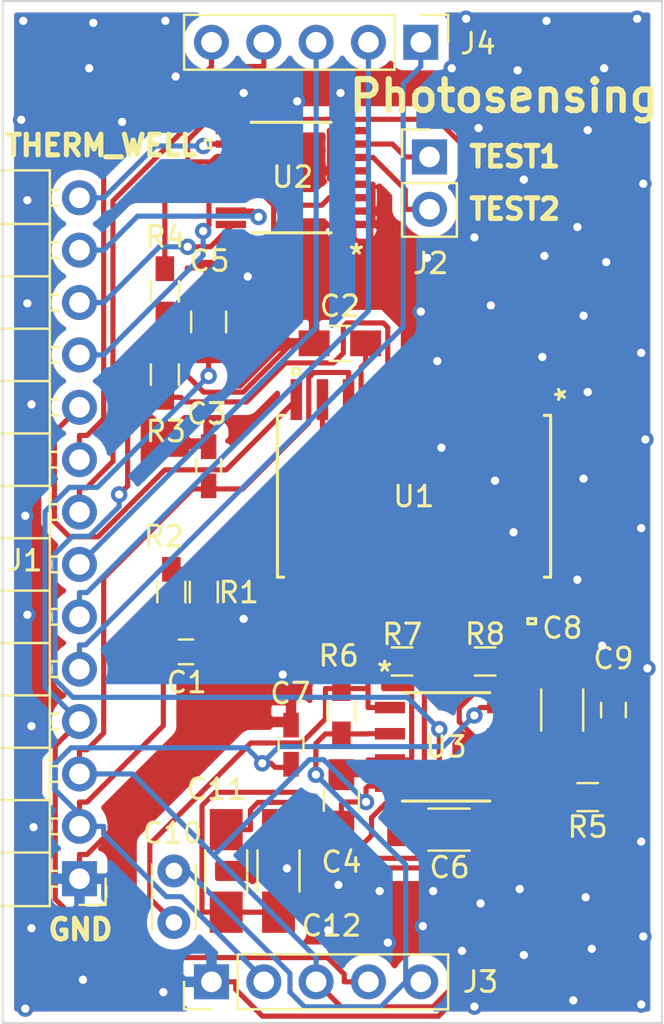
<source format=kicad_pcb>
(kicad_pcb (version 20171130) (host pcbnew "(5.1.6-0-10_14)")

  (general
    (thickness 1.6)
    (drawings 10)
    (tracks 484)
    (zones 0)
    (modules 27)
    (nets 34)
  )

  (page A4)
  (layers
    (0 F.Cu signal hide)
    (31 B.Cu signal hide)
    (32 B.Adhes user)
    (33 F.Adhes user)
    (34 B.Paste user)
    (35 F.Paste user)
    (36 B.SilkS user)
    (37 F.SilkS user)
    (38 B.Mask user)
    (39 F.Mask user)
    (40 Dwgs.User user hide)
    (41 Cmts.User user)
    (42 Eco1.User user)
    (43 Eco2.User user)
    (44 Edge.Cuts user)
    (45 Margin user)
    (46 B.CrtYd user)
    (47 F.CrtYd user)
    (48 B.Fab user)
    (49 F.Fab user hide)
  )

  (setup
    (last_trace_width 0.25)
    (trace_clearance 0.2)
    (zone_clearance 0.508)
    (zone_45_only no)
    (trace_min 0.2)
    (via_size 0.8)
    (via_drill 0.4)
    (via_min_size 0.4)
    (via_min_drill 0.3)
    (uvia_size 0.3)
    (uvia_drill 0.1)
    (uvias_allowed no)
    (uvia_min_size 0.2)
    (uvia_min_drill 0.1)
    (edge_width 0.1)
    (segment_width 0.2)
    (pcb_text_width 0.3)
    (pcb_text_size 1.5 1.5)
    (mod_edge_width 0.15)
    (mod_text_size 1 1)
    (mod_text_width 0.15)
    (pad_size 1.7 1.7)
    (pad_drill 1)
    (pad_to_mask_clearance 0)
    (aux_axis_origin 0 0)
    (visible_elements FFFFFF7F)
    (pcbplotparams
      (layerselection 0x010fc_ffffffff)
      (usegerberextensions true)
      (usegerberattributes true)
      (usegerberadvancedattributes true)
      (creategerberjobfile true)
      (excludeedgelayer true)
      (linewidth 0.100000)
      (plotframeref false)
      (viasonmask false)
      (mode 1)
      (useauxorigin false)
      (hpglpennumber 1)
      (hpglpenspeed 20)
      (hpglpendiameter 15.000000)
      (psnegative false)
      (psa4output false)
      (plotreference true)
      (plotvalue true)
      (plotinvisibletext false)
      (padsonsilk false)
      (subtractmaskfromsilk false)
      (outputformat 1)
      (mirror false)
      (drillshape 0)
      (scaleselection 1)
      (outputdirectory ""))
  )

  (net 0 "")
  (net 1 GND)
  (net 2 +10V)
  (net 3 -10V)
  (net 4 /PHOTO_OUT)
  (net 5 PD_MUX_OUT)
  (net 6 /AMP_OUT)
  (net 7 THERM_WELL)
  (net 8 I2C_SDA)
  (net 9 I2C_SCL)
  (net 10 ADC_DRDY)
  (net 11 PD_REF_PWM)
  (net 12 PD_MUX_GPIO1)
  (net 13 PD_MUX_GPIO2)
  (net 14 PD_MUX_GPIO3)
  (net 15 PD_MUX_GPIO4)
  (net 16 PD_MUX_GPIO5)
  (net 17 VCC_LOGIC)
  (net 18 "Net-(R1-Pad2)")
  (net 19 "Net-(R3-Pad2)")
  (net 20 "Net-(U1-Pad15)")
  (net 21 "Net-(U1-Pad18)")
  (net 22 "Net-(U1-Pad7)")
  (net 23 "Net-(U1-Pad6)")
  (net 24 "Net-(U1-Pad5)")
  (net 25 "Net-(U1-Pad4)")
  (net 26 "Net-(U1-Pad3)")
  (net 27 "Net-(U1-Pad2)")
  (net 28 "Net-(C6-Pad1)")
  (net 29 "Net-(C10-Pad2)")
  (net 30 "Net-(C11-Pad1)")
  (net 31 "Net-(C11-Pad2)")
  (net 32 THERM_TEST2)
  (net 33 THERM_TEST1)

  (net_class Default "This is the default net class."
    (clearance 0.2)
    (trace_width 0.25)
    (via_dia 0.8)
    (via_drill 0.4)
    (uvia_dia 0.3)
    (uvia_drill 0.1)
    (add_net +10V)
    (add_net -10V)
    (add_net /AMP_OUT)
    (add_net /PHOTO_OUT)
    (add_net ADC_DRDY)
    (add_net GND)
    (add_net I2C_SCL)
    (add_net I2C_SDA)
    (add_net "Net-(C10-Pad2)")
    (add_net "Net-(C11-Pad1)")
    (add_net "Net-(C11-Pad2)")
    (add_net "Net-(C6-Pad1)")
    (add_net "Net-(R1-Pad2)")
    (add_net "Net-(R3-Pad2)")
    (add_net "Net-(U1-Pad15)")
    (add_net "Net-(U1-Pad18)")
    (add_net "Net-(U1-Pad2)")
    (add_net "Net-(U1-Pad3)")
    (add_net "Net-(U1-Pad4)")
    (add_net "Net-(U1-Pad5)")
    (add_net "Net-(U1-Pad6)")
    (add_net "Net-(U1-Pad7)")
    (add_net PD_MUX_GPIO1)
    (add_net PD_MUX_GPIO2)
    (add_net PD_MUX_GPIO3)
    (add_net PD_MUX_GPIO4)
    (add_net PD_MUX_GPIO5)
    (add_net PD_MUX_OUT)
    (add_net PD_REF_PWM)
    (add_net THERM_TEST1)
    (add_net THERM_TEST2)
    (add_net THERM_WELL)
    (add_net VCC_LOGIC)
  )

  (module Pin_Headers:Pin_Header_Straight_1x05_Pitch2.54mm (layer F.Cu) (tedit 59650532) (tstamp 5F5992F5)
    (at 93.138 110 90)
    (descr "Through hole straight pin header, 1x05, 2.54mm pitch, single row")
    (tags "Through hole pin header THT 1x05 2.54mm single row")
    (path /5F591AD7)
    (fp_text reference J3 (at -0.00486 13.0594 180) (layer F.SilkS)
      (effects (font (size 1 1) (thickness 0.15)))
    )
    (fp_text value Conn_01x05_Male (at 0 12.49 90) (layer F.Fab)
      (effects (font (size 1 1) (thickness 0.15)))
    )
    (fp_line (start -0.635 -1.27) (end 1.27 -1.27) (layer F.Fab) (width 0.1))
    (fp_line (start 1.27 -1.27) (end 1.27 11.43) (layer F.Fab) (width 0.1))
    (fp_line (start 1.27 11.43) (end -1.27 11.43) (layer F.Fab) (width 0.1))
    (fp_line (start -1.27 11.43) (end -1.27 -0.635) (layer F.Fab) (width 0.1))
    (fp_line (start -1.27 -0.635) (end -0.635 -1.27) (layer F.Fab) (width 0.1))
    (fp_line (start -1.33 11.49) (end 1.33 11.49) (layer F.SilkS) (width 0.12))
    (fp_line (start -1.33 1.27) (end -1.33 11.49) (layer F.SilkS) (width 0.12))
    (fp_line (start 1.33 1.27) (end 1.33 11.49) (layer F.SilkS) (width 0.12))
    (fp_line (start -1.33 1.27) (end 1.33 1.27) (layer F.SilkS) (width 0.12))
    (fp_line (start -1.33 0) (end -1.33 -1.33) (layer F.SilkS) (width 0.12))
    (fp_line (start -1.33 -1.33) (end 0 -1.33) (layer F.SilkS) (width 0.12))
    (fp_line (start -1.8 -1.8) (end -1.8 11.95) (layer F.CrtYd) (width 0.05))
    (fp_line (start -1.8 11.95) (end 1.8 11.95) (layer F.CrtYd) (width 0.05))
    (fp_line (start 1.8 11.95) (end 1.8 -1.8) (layer F.CrtYd) (width 0.05))
    (fp_line (start 1.8 -1.8) (end -1.8 -1.8) (layer F.CrtYd) (width 0.05))
    (fp_text user %R (at 0 5.08) (layer F.Fab)
      (effects (font (size 1 1) (thickness 0.15)))
    )
    (pad 5 thru_hole oval (at 0 10.16 90) (size 1.7 1.7) (drill 1) (layers *.Cu *.Mask)
      (net 5 PD_MUX_OUT))
    (pad 4 thru_hole oval (at 0 7.62 90) (size 1.7 1.7) (drill 1) (layers *.Cu *.Mask)
      (net 17 VCC_LOGIC))
    (pad 3 thru_hole oval (at 0 5.08 90) (size 1.7 1.7) (drill 1) (layers *.Cu *.Mask)
      (net 3 -10V))
    (pad 2 thru_hole oval (at 0 2.54 90) (size 1.7 1.7) (drill 1) (layers *.Cu *.Mask)
      (net 2 +10V))
    (pad 1 thru_hole rect (at 0 0 90) (size 1.7 1.7) (drill 1) (layers *.Cu *.Mask)
      (net 1 GND))
    (model ${KISYS3DMOD}/Pin_Headers.3dshapes/Pin_Header_Straight_1x05_Pitch2.54mm.wrl
      (at (xyz 0 0 0))
      (scale (xyz 1 1 1))
      (rotate (xyz 0 0 0))
    )
  )

  (module Pin_Headers:Pin_Header_Straight_1x05_Pitch2.54mm (layer F.Cu) (tedit 59650532) (tstamp 5F599D72)
    (at 103.298 64.44 270)
    (descr "Through hole straight pin header, 1x05, 2.54mm pitch, single row")
    (tags "Through hole pin header THT 1x05 2.54mm single row")
    (path /5F59281D)
    (fp_text reference J4 (at 0.06584 -2.77748 180) (layer F.SilkS)
      (effects (font (size 1 1) (thickness 0.15)))
    )
    (fp_text value Conn_01x05_Male (at 0 12.49 90) (layer F.Fab)
      (effects (font (size 1 1) (thickness 0.15)))
    )
    (fp_line (start 1.8 -1.8) (end -1.8 -1.8) (layer F.CrtYd) (width 0.05))
    (fp_line (start 1.8 11.95) (end 1.8 -1.8) (layer F.CrtYd) (width 0.05))
    (fp_line (start -1.8 11.95) (end 1.8 11.95) (layer F.CrtYd) (width 0.05))
    (fp_line (start -1.8 -1.8) (end -1.8 11.95) (layer F.CrtYd) (width 0.05))
    (fp_line (start -1.33 -1.33) (end 0 -1.33) (layer F.SilkS) (width 0.12))
    (fp_line (start -1.33 0) (end -1.33 -1.33) (layer F.SilkS) (width 0.12))
    (fp_line (start -1.33 1.27) (end 1.33 1.27) (layer F.SilkS) (width 0.12))
    (fp_line (start 1.33 1.27) (end 1.33 11.49) (layer F.SilkS) (width 0.12))
    (fp_line (start -1.33 1.27) (end -1.33 11.49) (layer F.SilkS) (width 0.12))
    (fp_line (start -1.33 11.49) (end 1.33 11.49) (layer F.SilkS) (width 0.12))
    (fp_line (start -1.27 -0.635) (end -0.635 -1.27) (layer F.Fab) (width 0.1))
    (fp_line (start -1.27 11.43) (end -1.27 -0.635) (layer F.Fab) (width 0.1))
    (fp_line (start 1.27 11.43) (end -1.27 11.43) (layer F.Fab) (width 0.1))
    (fp_line (start 1.27 -1.27) (end 1.27 11.43) (layer F.Fab) (width 0.1))
    (fp_line (start -0.635 -1.27) (end 1.27 -1.27) (layer F.Fab) (width 0.1))
    (fp_text user %R (at 0 5.08) (layer F.Fab)
      (effects (font (size 1 1) (thickness 0.15)))
    )
    (pad 1 thru_hole rect (at 0 0 270) (size 1.7 1.7) (drill 1) (layers *.Cu *.Mask)
      (net 16 PD_MUX_GPIO5))
    (pad 2 thru_hole oval (at 0 2.54 270) (size 1.7 1.7) (drill 1) (layers *.Cu *.Mask)
      (net 15 PD_MUX_GPIO4))
    (pad 3 thru_hole oval (at 0 5.08 270) (size 1.7 1.7) (drill 1) (layers *.Cu *.Mask)
      (net 14 PD_MUX_GPIO3))
    (pad 4 thru_hole oval (at 0 7.62 270) (size 1.7 1.7) (drill 1) (layers *.Cu *.Mask)
      (net 13 PD_MUX_GPIO2))
    (pad 5 thru_hole oval (at 0 10.16 270) (size 1.7 1.7) (drill 1) (layers *.Cu *.Mask)
      (net 12 PD_MUX_GPIO1))
    (model ${KISYS3DMOD}/Pin_Headers.3dshapes/Pin_Header_Straight_1x05_Pitch2.54mm.wrl
      (at (xyz 0 0 0))
      (scale (xyz 1 1 1))
      (rotate (xyz 0 0 0))
    )
  )

  (module Resistors_SMD:R_0603_HandSoldering (layer F.Cu) (tedit 58E0A804) (tstamp 5F59D114)
    (at 92.7656 91.1 90)
    (descr "Resistor SMD 0603, hand soldering")
    (tags "resistor 0603")
    (path /5F58E381)
    (attr smd)
    (fp_text reference R1 (at -0.01996 1.69446 180) (layer F.SilkS)
      (effects (font (size 1 1) (thickness 0.15)))
    )
    (fp_text value 1k (at 0 1.55 90) (layer F.Fab)
      (effects (font (size 1 1) (thickness 0.15)))
    )
    (fp_line (start -0.8 0.4) (end -0.8 -0.4) (layer F.Fab) (width 0.1))
    (fp_line (start 0.8 0.4) (end -0.8 0.4) (layer F.Fab) (width 0.1))
    (fp_line (start 0.8 -0.4) (end 0.8 0.4) (layer F.Fab) (width 0.1))
    (fp_line (start -0.8 -0.4) (end 0.8 -0.4) (layer F.Fab) (width 0.1))
    (fp_line (start 0.5 0.68) (end -0.5 0.68) (layer F.SilkS) (width 0.12))
    (fp_line (start -0.5 -0.68) (end 0.5 -0.68) (layer F.SilkS) (width 0.12))
    (fp_line (start -1.96 -0.7) (end 1.95 -0.7) (layer F.CrtYd) (width 0.05))
    (fp_line (start -1.96 -0.7) (end -1.96 0.7) (layer F.CrtYd) (width 0.05))
    (fp_line (start 1.95 0.7) (end 1.95 -0.7) (layer F.CrtYd) (width 0.05))
    (fp_line (start 1.95 0.7) (end -1.96 0.7) (layer F.CrtYd) (width 0.05))
    (fp_text user %R (at 0 0 90) (layer F.Fab)
      (effects (font (size 0.4 0.4) (thickness 0.075)))
    )
    (pad 2 smd rect (at 1.1 0 90) (size 1.2 0.9) (layers F.Cu F.Paste F.Mask)
      (net 18 "Net-(R1-Pad2)"))
    (pad 1 smd rect (at -1.1 0 90) (size 1.2 0.9) (layers F.Cu F.Paste F.Mask)
      (net 1 GND))
    (model ${KISYS3DMOD}/Resistors_SMD.3dshapes/R_0603.wrl
      (at (xyz 0 0 0))
      (scale (xyz 1 1 1))
      (rotate (xyz 0 0 0))
    )
  )

  (module Resistors_SMD:R_0603_HandSoldering (layer F.Cu) (tedit 58E0A804) (tstamp 5F59D174)
    (at 91.1908 91.1 270)
    (descr "Resistor SMD 0603, hand soldering")
    (tags "resistor 0603")
    (path /5F58E379)
    (attr smd)
    (fp_text reference R2 (at -2.69784 0.36294 180) (layer F.SilkS)
      (effects (font (size 1 1) (thickness 0.15)))
    )
    (fp_text value 6.2k (at 0 1.55 90) (layer F.Fab)
      (effects (font (size 1 1) (thickness 0.15)))
    )
    (fp_line (start 1.95 0.7) (end -1.96 0.7) (layer F.CrtYd) (width 0.05))
    (fp_line (start 1.95 0.7) (end 1.95 -0.7) (layer F.CrtYd) (width 0.05))
    (fp_line (start -1.96 -0.7) (end -1.96 0.7) (layer F.CrtYd) (width 0.05))
    (fp_line (start -1.96 -0.7) (end 1.95 -0.7) (layer F.CrtYd) (width 0.05))
    (fp_line (start -0.5 -0.68) (end 0.5 -0.68) (layer F.SilkS) (width 0.12))
    (fp_line (start 0.5 0.68) (end -0.5 0.68) (layer F.SilkS) (width 0.12))
    (fp_line (start -0.8 -0.4) (end 0.8 -0.4) (layer F.Fab) (width 0.1))
    (fp_line (start 0.8 -0.4) (end 0.8 0.4) (layer F.Fab) (width 0.1))
    (fp_line (start 0.8 0.4) (end -0.8 0.4) (layer F.Fab) (width 0.1))
    (fp_line (start -0.8 0.4) (end -0.8 -0.4) (layer F.Fab) (width 0.1))
    (fp_text user %R (at 0 0 90) (layer F.Fab)
      (effects (font (size 0.4 0.4) (thickness 0.075)))
    )
    (pad 1 smd rect (at -1.1 0 270) (size 1.2 0.9) (layers F.Cu F.Paste F.Mask)
      (net 18 "Net-(R1-Pad2)"))
    (pad 2 smd rect (at 1.1 0 270) (size 1.2 0.9) (layers F.Cu F.Paste F.Mask)
      (net 2 +10V))
    (model ${KISYS3DMOD}/Resistors_SMD.3dshapes/R_0603.wrl
      (at (xyz 0 0 0))
      (scale (xyz 1 1 1))
      (rotate (xyz 0 0 0))
    )
  )

  (module Resistors_SMD:R_0603_HandSoldering (layer F.Cu) (tedit 58E0A804) (tstamp 5F597D41)
    (at 90.8751 80.5578 270)
    (descr "Resistor SMD 0603, hand soldering")
    (tags "resistor 0603")
    (path /5F58E343)
    (attr smd)
    (fp_text reference R3 (at 2.7542 -0.04674 180) (layer F.SilkS)
      (effects (font (size 1 1) (thickness 0.15)))
    )
    (fp_text value 10k (at 0 1.55 90) (layer F.Fab)
      (effects (font (size 1 1) (thickness 0.15)))
    )
    (fp_line (start -0.8 0.4) (end -0.8 -0.4) (layer F.Fab) (width 0.1))
    (fp_line (start 0.8 0.4) (end -0.8 0.4) (layer F.Fab) (width 0.1))
    (fp_line (start 0.8 -0.4) (end 0.8 0.4) (layer F.Fab) (width 0.1))
    (fp_line (start -0.8 -0.4) (end 0.8 -0.4) (layer F.Fab) (width 0.1))
    (fp_line (start 0.5 0.68) (end -0.5 0.68) (layer F.SilkS) (width 0.12))
    (fp_line (start -0.5 -0.68) (end 0.5 -0.68) (layer F.SilkS) (width 0.12))
    (fp_line (start -1.96 -0.7) (end 1.95 -0.7) (layer F.CrtYd) (width 0.05))
    (fp_line (start -1.96 -0.7) (end -1.96 0.7) (layer F.CrtYd) (width 0.05))
    (fp_line (start 1.95 0.7) (end 1.95 -0.7) (layer F.CrtYd) (width 0.05))
    (fp_line (start 1.95 0.7) (end -1.96 0.7) (layer F.CrtYd) (width 0.05))
    (fp_text user %R (at 0 0 90) (layer F.Fab)
      (effects (font (size 0.4 0.4) (thickness 0.075)))
    )
    (pad 2 smd rect (at 1.1 0 270) (size 1.2 0.9) (layers F.Cu F.Paste F.Mask)
      (net 19 "Net-(R3-Pad2)"))
    (pad 1 smd rect (at -1.1 0 270) (size 1.2 0.9) (layers F.Cu F.Paste F.Mask)
      (net 28 "Net-(C6-Pad1)"))
    (model ${KISYS3DMOD}/Resistors_SMD.3dshapes/R_0603.wrl
      (at (xyz 0 0 0))
      (scale (xyz 1 1 1))
      (rotate (xyz 0 0 0))
    )
  )

  (module Resistors_SMD:R_0603_HandSoldering (layer F.Cu) (tedit 58E0A804) (tstamp 5F597D52)
    (at 90.8751 76.5192 90)
    (descr "Resistor SMD 0603, hand soldering")
    (tags "resistor 0603")
    (path /5F58E39F)
    (attr smd)
    (fp_text reference R4 (at 2.64584 0.02388 180) (layer F.SilkS)
      (effects (font (size 1 1) (thickness 0.15)))
    )
    (fp_text value 10k (at 0 1.55 90) (layer F.Fab)
      (effects (font (size 1 1) (thickness 0.15)))
    )
    (fp_line (start 1.95 0.7) (end -1.96 0.7) (layer F.CrtYd) (width 0.05))
    (fp_line (start 1.95 0.7) (end 1.95 -0.7) (layer F.CrtYd) (width 0.05))
    (fp_line (start -1.96 -0.7) (end -1.96 0.7) (layer F.CrtYd) (width 0.05))
    (fp_line (start -1.96 -0.7) (end 1.95 -0.7) (layer F.CrtYd) (width 0.05))
    (fp_line (start -0.5 -0.68) (end 0.5 -0.68) (layer F.SilkS) (width 0.12))
    (fp_line (start 0.5 0.68) (end -0.5 0.68) (layer F.SilkS) (width 0.12))
    (fp_line (start -0.8 -0.4) (end 0.8 -0.4) (layer F.Fab) (width 0.1))
    (fp_line (start 0.8 -0.4) (end 0.8 0.4) (layer F.Fab) (width 0.1))
    (fp_line (start 0.8 0.4) (end -0.8 0.4) (layer F.Fab) (width 0.1))
    (fp_line (start -0.8 0.4) (end -0.8 -0.4) (layer F.Fab) (width 0.1))
    (fp_text user %R (at 0 0 90) (layer F.Fab)
      (effects (font (size 0.4 0.4) (thickness 0.075)))
    )
    (pad 1 smd rect (at -1.1 0 90) (size 1.2 0.9) (layers F.Cu F.Paste F.Mask)
      (net 28 "Net-(C6-Pad1)"))
    (pad 2 smd rect (at 1.1 0 90) (size 1.2 0.9) (layers F.Cu F.Paste F.Mask)
      (net 4 /PHOTO_OUT))
    (model ${KISYS3DMOD}/Resistors_SMD.3dshapes/R_0603.wrl
      (at (xyz 0 0 0))
      (scale (xyz 1 1 1))
      (rotate (xyz 0 0 0))
    )
  )

  (module Resistors_SMD:R_0603_HandSoldering (layer F.Cu) (tedit 58E0A804) (tstamp 5F597D63)
    (at 111.4 101.044 180)
    (descr "Resistor SMD 0603, hand soldering")
    (tags "resistor 0603")
    (path /5F58155A)
    (attr smd)
    (fp_text reference R5 (at 0 -1.45) (layer F.SilkS)
      (effects (font (size 1 1) (thickness 0.15)))
    )
    (fp_text value 1800 (at 0 1.55) (layer F.Fab)
      (effects (font (size 1 1) (thickness 0.15)))
    )
    (fp_line (start 1.95 0.7) (end -1.96 0.7) (layer F.CrtYd) (width 0.05))
    (fp_line (start 1.95 0.7) (end 1.95 -0.7) (layer F.CrtYd) (width 0.05))
    (fp_line (start -1.96 -0.7) (end -1.96 0.7) (layer F.CrtYd) (width 0.05))
    (fp_line (start -1.96 -0.7) (end 1.95 -0.7) (layer F.CrtYd) (width 0.05))
    (fp_line (start -0.5 -0.68) (end 0.5 -0.68) (layer F.SilkS) (width 0.12))
    (fp_line (start 0.5 0.68) (end -0.5 0.68) (layer F.SilkS) (width 0.12))
    (fp_line (start -0.8 -0.4) (end 0.8 -0.4) (layer F.Fab) (width 0.1))
    (fp_line (start 0.8 -0.4) (end 0.8 0.4) (layer F.Fab) (width 0.1))
    (fp_line (start 0.8 0.4) (end -0.8 0.4) (layer F.Fab) (width 0.1))
    (fp_line (start -0.8 0.4) (end -0.8 -0.4) (layer F.Fab) (width 0.1))
    (fp_text user %R (at 0 0) (layer F.Fab)
      (effects (font (size 0.4 0.4) (thickness 0.075)))
    )
    (pad 1 smd rect (at -1.1 0 180) (size 1.2 0.9) (layers F.Cu F.Paste F.Mask)
      (net 6 /AMP_OUT))
    (pad 2 smd rect (at 1.1 0 180) (size 1.2 0.9) (layers F.Cu F.Paste F.Mask)
      (net 30 "Net-(C11-Pad1)"))
    (model ${KISYS3DMOD}/Resistors_SMD.3dshapes/R_0603.wrl
      (at (xyz 0 0 0))
      (scale (xyz 1 1 1))
      (rotate (xyz 0 0 0))
    )
  )

  (module Resistors_SMD:R_0603_HandSoldering (layer F.Cu) (tedit 58E0A804) (tstamp 5F59B1DE)
    (at 99.4443 96.8789 90)
    (descr "Resistor SMD 0603, hand soldering")
    (tags "resistor 0603")
    (path /5F581575)
    (attr smd)
    (fp_text reference R6 (at 2.68554 -0.13284 180) (layer F.SilkS)
      (effects (font (size 1 1) (thickness 0.15)))
    )
    (fp_text value 1.1M (at 0 1.55 90) (layer F.Fab)
      (effects (font (size 1 1) (thickness 0.15)))
    )
    (fp_line (start -0.8 0.4) (end -0.8 -0.4) (layer F.Fab) (width 0.1))
    (fp_line (start 0.8 0.4) (end -0.8 0.4) (layer F.Fab) (width 0.1))
    (fp_line (start 0.8 -0.4) (end 0.8 0.4) (layer F.Fab) (width 0.1))
    (fp_line (start -0.8 -0.4) (end 0.8 -0.4) (layer F.Fab) (width 0.1))
    (fp_line (start 0.5 0.68) (end -0.5 0.68) (layer F.SilkS) (width 0.12))
    (fp_line (start -0.5 -0.68) (end 0.5 -0.68) (layer F.SilkS) (width 0.12))
    (fp_line (start -1.96 -0.7) (end 1.95 -0.7) (layer F.CrtYd) (width 0.05))
    (fp_line (start -1.96 -0.7) (end -1.96 0.7) (layer F.CrtYd) (width 0.05))
    (fp_line (start 1.95 0.7) (end 1.95 -0.7) (layer F.CrtYd) (width 0.05))
    (fp_line (start 1.95 0.7) (end -1.96 0.7) (layer F.CrtYd) (width 0.05))
    (fp_text user %R (at 0 0 90) (layer F.Fab)
      (effects (font (size 0.4 0.4) (thickness 0.075)))
    )
    (pad 2 smd rect (at 1.1 0 90) (size 1.2 0.9) (layers F.Cu F.Paste F.Mask)
      (net 29 "Net-(C10-Pad2)"))
    (pad 1 smd rect (at -1.1 0 90) (size 1.2 0.9) (layers F.Cu F.Paste F.Mask)
      (net 5 PD_MUX_OUT))
    (model ${KISYS3DMOD}/Resistors_SMD.3dshapes/R_0603.wrl
      (at (xyz 0 0 0))
      (scale (xyz 1 1 1))
      (rotate (xyz 0 0 0))
    )
  )

  (module Resistors_SMD:R_0603_HandSoldering (layer F.Cu) (tedit 58E0A804) (tstamp 5F59BAF5)
    (at 102.391 94.4659 180)
    (descr "Resistor SMD 0603, hand soldering")
    (tags "resistor 0603")
    (path /5F58157C)
    (attr smd)
    (fp_text reference R7 (at -0.0091 1.31394) (layer F.SilkS)
      (effects (font (size 1 1) (thickness 0.15)))
    )
    (fp_text value 560 (at 0 1.55) (layer F.Fab)
      (effects (font (size 1 1) (thickness 0.15)))
    )
    (fp_line (start 1.95 0.7) (end -1.96 0.7) (layer F.CrtYd) (width 0.05))
    (fp_line (start 1.95 0.7) (end 1.95 -0.7) (layer F.CrtYd) (width 0.05))
    (fp_line (start -1.96 -0.7) (end -1.96 0.7) (layer F.CrtYd) (width 0.05))
    (fp_line (start -1.96 -0.7) (end 1.95 -0.7) (layer F.CrtYd) (width 0.05))
    (fp_line (start -0.5 -0.68) (end 0.5 -0.68) (layer F.SilkS) (width 0.12))
    (fp_line (start 0.5 0.68) (end -0.5 0.68) (layer F.SilkS) (width 0.12))
    (fp_line (start -0.8 -0.4) (end 0.8 -0.4) (layer F.Fab) (width 0.1))
    (fp_line (start 0.8 -0.4) (end 0.8 0.4) (layer F.Fab) (width 0.1))
    (fp_line (start 0.8 0.4) (end -0.8 0.4) (layer F.Fab) (width 0.1))
    (fp_line (start -0.8 0.4) (end -0.8 -0.4) (layer F.Fab) (width 0.1))
    (fp_text user %R (at 0 0) (layer F.Fab)
      (effects (font (size 0.4 0.4) (thickness 0.075)))
    )
    (pad 1 smd rect (at -1.1 0 180) (size 1.2 0.9) (layers F.Cu F.Paste F.Mask)
      (net 31 "Net-(C11-Pad2)"))
    (pad 2 smd rect (at 1.1 0 180) (size 1.2 0.9) (layers F.Cu F.Paste F.Mask)
      (net 29 "Net-(C10-Pad2)"))
    (model ${KISYS3DMOD}/Resistors_SMD.3dshapes/R_0603.wrl
      (at (xyz 0 0 0))
      (scale (xyz 1 1 1))
      (rotate (xyz 0 0 0))
    )
  )

  (module Resistors_SMD:R_0603_HandSoldering (layer F.Cu) (tedit 58E0A804) (tstamp 5F597D96)
    (at 106.422 94.4659)
    (descr "Resistor SMD 0603, hand soldering")
    (tags "resistor 0603")
    (path /5F581551)
    (attr smd)
    (fp_text reference R8 (at -0.00362 -1.32918) (layer F.SilkS)
      (effects (font (size 1 1) (thickness 0.15)))
    )
    (fp_text value 560 (at 0 1.55) (layer F.Fab)
      (effects (font (size 1 1) (thickness 0.15)))
    )
    (fp_line (start -0.8 0.4) (end -0.8 -0.4) (layer F.Fab) (width 0.1))
    (fp_line (start 0.8 0.4) (end -0.8 0.4) (layer F.Fab) (width 0.1))
    (fp_line (start 0.8 -0.4) (end 0.8 0.4) (layer F.Fab) (width 0.1))
    (fp_line (start -0.8 -0.4) (end 0.8 -0.4) (layer F.Fab) (width 0.1))
    (fp_line (start 0.5 0.68) (end -0.5 0.68) (layer F.SilkS) (width 0.12))
    (fp_line (start -0.5 -0.68) (end 0.5 -0.68) (layer F.SilkS) (width 0.12))
    (fp_line (start -1.96 -0.7) (end 1.95 -0.7) (layer F.CrtYd) (width 0.05))
    (fp_line (start -1.96 -0.7) (end -1.96 0.7) (layer F.CrtYd) (width 0.05))
    (fp_line (start 1.95 0.7) (end 1.95 -0.7) (layer F.CrtYd) (width 0.05))
    (fp_line (start 1.95 0.7) (end -1.96 0.7) (layer F.CrtYd) (width 0.05))
    (fp_text user %R (at 0 0) (layer F.Fab)
      (effects (font (size 0.4 0.4) (thickness 0.075)))
    )
    (pad 2 smd rect (at 1.1 0) (size 1.2 0.9) (layers F.Cu F.Paste F.Mask)
      (net 1 GND))
    (pad 1 smd rect (at -1.1 0) (size 1.2 0.9) (layers F.Cu F.Paste F.Mask)
      (net 31 "Net-(C11-Pad2)"))
    (model ${KISYS3DMOD}/Resistors_SMD.3dshapes/R_0603.wrl
      (at (xyz 0 0 0))
      (scale (xyz 1 1 1))
      (rotate (xyz 0 0 0))
    )
  )

  (module Ninja-qPCR:AD630ARZ (layer F.Cu) (tedit 0) (tstamp 5F59B43F)
    (at 102.97 86.455 270)
    (path /5F58E32E)
    (fp_text reference U1 (at 0.0066 0.00856 180) (layer F.SilkS)
      (effects (font (size 1 1) (thickness 0.15)))
    )
    (fp_text value AD630ARZ (at 0 0 90) (layer F.SilkS) hide
      (effects (font (size 1 1) (thickness 0.15)))
    )
    (fp_line (start -4.0513 6.2484) (end -5.9309 6.2484) (layer F.CrtYd) (width 0.1524))
    (fp_line (start -4.0513 6.7564) (end -4.0513 6.2484) (layer F.CrtYd) (width 0.1524))
    (fp_line (start 4.0513 6.7564) (end -4.0513 6.7564) (layer F.CrtYd) (width 0.1524))
    (fp_line (start 4.0513 6.2484) (end 4.0513 6.7564) (layer F.CrtYd) (width 0.1524))
    (fp_line (start 5.9309 6.2484) (end 4.0513 6.2484) (layer F.CrtYd) (width 0.1524))
    (fp_line (start 5.9309 -6.2484) (end 5.9309 6.2484) (layer F.CrtYd) (width 0.1524))
    (fp_line (start 4.0513 -6.2484) (end 5.9309 -6.2484) (layer F.CrtYd) (width 0.1524))
    (fp_line (start 4.0513 -6.7564) (end 4.0513 -6.2484) (layer F.CrtYd) (width 0.1524))
    (fp_line (start -4.0513 -6.7564) (end 4.0513 -6.7564) (layer F.CrtYd) (width 0.1524))
    (fp_line (start -4.0513 -6.2484) (end -4.0513 -6.7564) (layer F.CrtYd) (width 0.1524))
    (fp_line (start -5.9309 -6.2484) (end -4.0513 -6.2484) (layer F.CrtYd) (width 0.1524))
    (fp_line (start -5.9309 6.2484) (end -5.9309 -6.2484) (layer F.CrtYd) (width 0.1524))
    (fp_line (start 5.9309 -5.9055) (end 6.1849 -5.9055) (layer F.SilkS) (width 0.1524))
    (fp_line (start 5.9309 -5.5245) (end 5.9309 -5.9055) (layer F.SilkS) (width 0.1524))
    (fp_line (start 6.1849 -5.5245) (end 5.9309 -5.5245) (layer F.SilkS) (width 0.1524))
    (fp_line (start 6.1849 -5.9055) (end 6.1849 -5.5245) (layer F.SilkS) (width 0.1524))
    (fp_line (start -5.9309 5.5245) (end -6.1849 5.5245) (layer F.SilkS) (width 0.1524))
    (fp_line (start -5.9309 5.9055) (end -5.9309 5.5245) (layer F.SilkS) (width 0.1524))
    (fp_line (start -6.1849 5.9055) (end -5.9309 5.9055) (layer F.SilkS) (width 0.1524))
    (fp_line (start -6.1849 5.5245) (end -6.1849 5.9055) (layer F.SilkS) (width 0.1524))
    (fp_line (start 3.9243 -6.32714) (end 3.9243 -6.6294) (layer F.SilkS) (width 0.1524))
    (fp_line (start -3.9243 6.32714) (end -3.9243 6.6294) (layer F.SilkS) (width 0.1524))
    (fp_line (start -3.7973 -6.5024) (end -3.7973 6.5024) (layer F.Fab) (width 0.1524))
    (fp_line (start 3.7973 -6.5024) (end -3.7973 -6.5024) (layer F.Fab) (width 0.1524))
    (fp_line (start 3.7973 6.5024) (end 3.7973 -6.5024) (layer F.Fab) (width 0.1524))
    (fp_line (start -3.7973 6.5024) (end 3.7973 6.5024) (layer F.Fab) (width 0.1524))
    (fp_line (start -3.9243 -6.6294) (end -3.9243 -6.32714) (layer F.SilkS) (width 0.1524))
    (fp_line (start 3.9243 -6.6294) (end -3.9243 -6.6294) (layer F.SilkS) (width 0.1524))
    (fp_line (start 3.9243 6.6294) (end 3.9243 6.32714) (layer F.SilkS) (width 0.1524))
    (fp_line (start -3.9243 6.6294) (end 3.9243 6.6294) (layer F.SilkS) (width 0.1524))
    (fp_line (start 5.3213 -5.969) (end 3.7973 -5.969) (layer F.Fab) (width 0.1524))
    (fp_line (start 5.3213 -5.461) (end 5.3213 -5.969) (layer F.Fab) (width 0.1524))
    (fp_line (start 3.7973 -5.461) (end 5.3213 -5.461) (layer F.Fab) (width 0.1524))
    (fp_line (start 3.7973 -5.969) (end 3.7973 -5.461) (layer F.Fab) (width 0.1524))
    (fp_line (start 5.3213 -4.699) (end 3.7973 -4.699) (layer F.Fab) (width 0.1524))
    (fp_line (start 5.3213 -4.191) (end 5.3213 -4.699) (layer F.Fab) (width 0.1524))
    (fp_line (start 3.7973 -4.191) (end 5.3213 -4.191) (layer F.Fab) (width 0.1524))
    (fp_line (start 3.7973 -4.699) (end 3.7973 -4.191) (layer F.Fab) (width 0.1524))
    (fp_line (start 5.3213 -3.429) (end 3.7973 -3.429) (layer F.Fab) (width 0.1524))
    (fp_line (start 5.3213 -2.921) (end 5.3213 -3.429) (layer F.Fab) (width 0.1524))
    (fp_line (start 3.7973 -2.921) (end 5.3213 -2.921) (layer F.Fab) (width 0.1524))
    (fp_line (start 3.7973 -3.429) (end 3.7973 -2.921) (layer F.Fab) (width 0.1524))
    (fp_line (start 5.3213 -2.159) (end 3.7973 -2.159) (layer F.Fab) (width 0.1524))
    (fp_line (start 5.3213 -1.651) (end 5.3213 -2.159) (layer F.Fab) (width 0.1524))
    (fp_line (start 3.7973 -1.651) (end 5.3213 -1.651) (layer F.Fab) (width 0.1524))
    (fp_line (start 3.7973 -2.159) (end 3.7973 -1.651) (layer F.Fab) (width 0.1524))
    (fp_line (start 5.3213 -0.889) (end 3.7973 -0.889) (layer F.Fab) (width 0.1524))
    (fp_line (start 5.3213 -0.381) (end 5.3213 -0.889) (layer F.Fab) (width 0.1524))
    (fp_line (start 3.7973 -0.381) (end 5.3213 -0.381) (layer F.Fab) (width 0.1524))
    (fp_line (start 3.7973 -0.889) (end 3.7973 -0.381) (layer F.Fab) (width 0.1524))
    (fp_line (start 5.3213 0.381) (end 3.7973 0.381) (layer F.Fab) (width 0.1524))
    (fp_line (start 5.3213 0.889) (end 5.3213 0.381) (layer F.Fab) (width 0.1524))
    (fp_line (start 3.7973 0.889) (end 5.3213 0.889) (layer F.Fab) (width 0.1524))
    (fp_line (start 3.7973 0.381) (end 3.7973 0.889) (layer F.Fab) (width 0.1524))
    (fp_line (start 5.3213 1.651) (end 3.7973 1.651) (layer F.Fab) (width 0.1524))
    (fp_line (start 5.3213 2.159) (end 5.3213 1.651) (layer F.Fab) (width 0.1524))
    (fp_line (start 3.7973 2.159) (end 5.3213 2.159) (layer F.Fab) (width 0.1524))
    (fp_line (start 3.7973 1.651) (end 3.7973 2.159) (layer F.Fab) (width 0.1524))
    (fp_line (start 5.3213 2.921) (end 3.7973 2.921) (layer F.Fab) (width 0.1524))
    (fp_line (start 5.3213 3.429) (end 5.3213 2.921) (layer F.Fab) (width 0.1524))
    (fp_line (start 3.7973 3.429) (end 5.3213 3.429) (layer F.Fab) (width 0.1524))
    (fp_line (start 3.7973 2.921) (end 3.7973 3.429) (layer F.Fab) (width 0.1524))
    (fp_line (start 5.3213 4.191) (end 3.7973 4.191) (layer F.Fab) (width 0.1524))
    (fp_line (start 5.3213 4.699) (end 5.3213 4.191) (layer F.Fab) (width 0.1524))
    (fp_line (start 3.7973 4.699) (end 5.3213 4.699) (layer F.Fab) (width 0.1524))
    (fp_line (start 3.7973 4.191) (end 3.7973 4.699) (layer F.Fab) (width 0.1524))
    (fp_line (start 5.3213 5.461) (end 3.7973 5.461) (layer F.Fab) (width 0.1524))
    (fp_line (start 5.3213 5.969) (end 5.3213 5.461) (layer F.Fab) (width 0.1524))
    (fp_line (start 3.7973 5.969) (end 5.3213 5.969) (layer F.Fab) (width 0.1524))
    (fp_line (start 3.7973 5.461) (end 3.7973 5.969) (layer F.Fab) (width 0.1524))
    (fp_line (start -5.3213 5.969) (end -3.7973 5.969) (layer F.Fab) (width 0.1524))
    (fp_line (start -5.3213 5.461) (end -5.3213 5.969) (layer F.Fab) (width 0.1524))
    (fp_line (start -3.7973 5.461) (end -5.3213 5.461) (layer F.Fab) (width 0.1524))
    (fp_line (start -3.7973 5.969) (end -3.7973 5.461) (layer F.Fab) (width 0.1524))
    (fp_line (start -5.3213 4.699) (end -3.7973 4.699) (layer F.Fab) (width 0.1524))
    (fp_line (start -5.3213 4.191) (end -5.3213 4.699) (layer F.Fab) (width 0.1524))
    (fp_line (start -3.7973 4.191) (end -5.3213 4.191) (layer F.Fab) (width 0.1524))
    (fp_line (start -3.7973 4.699) (end -3.7973 4.191) (layer F.Fab) (width 0.1524))
    (fp_line (start -5.3213 3.429) (end -3.7973 3.429) (layer F.Fab) (width 0.1524))
    (fp_line (start -5.3213 2.921) (end -5.3213 3.429) (layer F.Fab) (width 0.1524))
    (fp_line (start -3.7973 2.921) (end -5.3213 2.921) (layer F.Fab) (width 0.1524))
    (fp_line (start -3.7973 3.429) (end -3.7973 2.921) (layer F.Fab) (width 0.1524))
    (fp_line (start -5.3213 2.159) (end -3.7973 2.159) (layer F.Fab) (width 0.1524))
    (fp_line (start -5.3213 1.651) (end -5.3213 2.159) (layer F.Fab) (width 0.1524))
    (fp_line (start -3.7973 1.651) (end -5.3213 1.651) (layer F.Fab) (width 0.1524))
    (fp_line (start -3.7973 2.159) (end -3.7973 1.651) (layer F.Fab) (width 0.1524))
    (fp_line (start -5.3213 0.889) (end -3.7973 0.889) (layer F.Fab) (width 0.1524))
    (fp_line (start -5.3213 0.381) (end -5.3213 0.889) (layer F.Fab) (width 0.1524))
    (fp_line (start -3.7973 0.381) (end -5.3213 0.381) (layer F.Fab) (width 0.1524))
    (fp_line (start -3.7973 0.889) (end -3.7973 0.381) (layer F.Fab) (width 0.1524))
    (fp_line (start -5.3213 -0.381) (end -3.7973 -0.381) (layer F.Fab) (width 0.1524))
    (fp_line (start -5.3213 -0.889) (end -5.3213 -0.381) (layer F.Fab) (width 0.1524))
    (fp_line (start -3.7973 -0.889) (end -5.3213 -0.889) (layer F.Fab) (width 0.1524))
    (fp_line (start -3.7973 -0.381) (end -3.7973 -0.889) (layer F.Fab) (width 0.1524))
    (fp_line (start -5.3213 -1.651) (end -3.7973 -1.651) (layer F.Fab) (width 0.1524))
    (fp_line (start -5.3213 -2.159) (end -5.3213 -1.651) (layer F.Fab) (width 0.1524))
    (fp_line (start -3.7973 -2.159) (end -5.3213 -2.159) (layer F.Fab) (width 0.1524))
    (fp_line (start -3.7973 -1.651) (end -3.7973 -2.159) (layer F.Fab) (width 0.1524))
    (fp_line (start -5.3213 -2.921) (end -3.7973 -2.921) (layer F.Fab) (width 0.1524))
    (fp_line (start -5.3213 -3.429) (end -5.3213 -2.921) (layer F.Fab) (width 0.1524))
    (fp_line (start -3.7973 -3.429) (end -5.3213 -3.429) (layer F.Fab) (width 0.1524))
    (fp_line (start -3.7973 -2.921) (end -3.7973 -3.429) (layer F.Fab) (width 0.1524))
    (fp_line (start -5.3213 -4.191) (end -3.7973 -4.191) (layer F.Fab) (width 0.1524))
    (fp_line (start -5.3213 -4.699) (end -5.3213 -4.191) (layer F.Fab) (width 0.1524))
    (fp_line (start -3.7973 -4.699) (end -5.3213 -4.699) (layer F.Fab) (width 0.1524))
    (fp_line (start -3.7973 -4.191) (end -3.7973 -4.699) (layer F.Fab) (width 0.1524))
    (fp_line (start -5.3213 -5.461) (end -3.7973 -5.461) (layer F.Fab) (width 0.1524))
    (fp_line (start -5.3213 -5.969) (end -5.3213 -5.461) (layer F.Fab) (width 0.1524))
    (fp_line (start -3.7973 -5.969) (end -5.3213 -5.969) (layer F.Fab) (width 0.1524))
    (fp_line (start -3.7973 -5.461) (end -3.7973 -5.969) (layer F.Fab) (width 0.1524))
    (fp_arc (start 0 -6.5024) (end 0.3048 -6.5024) (angle 180) (layer F.Fab) (width 0.1524))
    (fp_text user * (at -3.4163 -6.4262 90) (layer F.Fab)
      (effects (font (size 1 1) (thickness 0.15)))
    )
    (fp_text user * (at -4.9403 -7.4168 90) (layer F.SilkS)
      (effects (font (size 1 1) (thickness 0.15)))
    )
    (fp_text user 0.078in/1.981mm (at -4.6863 8.9154 90) (layer Dwgs.User)
      (effects (font (size 1 1) (thickness 0.15)))
    )
    (fp_text user 0.369in/9.373mm (at 0 -8.9154 90) (layer Dwgs.User)
      (effects (font (size 1 1) (thickness 0.15)))
    )
    (fp_text user 0.022in/0.559mm (at 7.7343 -5.715 90) (layer Dwgs.User)
      (effects (font (size 1 1) (thickness 0.15)))
    )
    (fp_text user 0.05in/1.27mm (at -7.7343 -5.08 90) (layer Dwgs.User)
      (effects (font (size 1 1) (thickness 0.15)))
    )
    (fp_text user * (at -3.4163 -6.4262 90) (layer F.Fab)
      (effects (font (size 1 1) (thickness 0.15)))
    )
    (fp_text user * (at -4.9403 -7.4168 90) (layer F.SilkS)
      (effects (font (size 1 1) (thickness 0.15)))
    )
    (fp_text user "Copyright 2016 Accelerated Designs. All rights reserved." (at 0 0 90) (layer Cmts.User)
      (effects (font (size 0.127 0.127) (thickness 0.002)))
    )
    (pad 20 smd rect (at 4.6863 -5.715 270) (size 1.9812 0.5588) (layers F.Cu F.Paste F.Mask)
      (net 20 "Net-(U1-Pad15)"))
    (pad 19 smd rect (at 4.6863 -4.445 270) (size 1.9812 0.5588) (layers F.Cu F.Paste F.Mask)
      (net 20 "Net-(U1-Pad15)"))
    (pad 18 smd rect (at 4.6863 -3.175 270) (size 1.9812 0.5588) (layers F.Cu F.Paste F.Mask)
      (net 21 "Net-(U1-Pad18)"))
    (pad 17 smd rect (at 4.6863 -1.905 270) (size 1.9812 0.5588) (layers F.Cu F.Paste F.Mask)
      (net 1 GND))
    (pad 16 smd rect (at 4.6863 -0.635 270) (size 1.9812 0.5588) (layers F.Cu F.Paste F.Mask)
      (net 6 /AMP_OUT))
    (pad 15 smd rect (at 4.6863 0.635 270) (size 1.9812 0.5588) (layers F.Cu F.Paste F.Mask)
      (net 20 "Net-(U1-Pad15)"))
    (pad 14 smd rect (at 4.6863 1.905 270) (size 1.9812 0.5588) (layers F.Cu F.Paste F.Mask)
      (net 1 GND))
    (pad 13 smd rect (at 4.6863 3.175 270) (size 1.9812 0.5588) (layers F.Cu F.Paste F.Mask)
      (net 19 "Net-(R3-Pad2)"))
    (pad 12 smd rect (at 4.6863 4.445 270) (size 1.9812 0.5588) (layers F.Cu F.Paste F.Mask)
      (net 19 "Net-(R3-Pad2)"))
    (pad 11 smd rect (at 4.6863 5.715 270) (size 1.9812 0.5588) (layers F.Cu F.Paste F.Mask)
      (net 2 +10V))
    (pad 10 smd rect (at -4.6863 5.715 270) (size 1.9812 0.5588) (layers F.Cu F.Paste F.Mask)
      (net 11 PD_REF_PWM))
    (pad 9 smd rect (at -4.6863 4.445 270) (size 1.9812 0.5588) (layers F.Cu F.Paste F.Mask)
      (net 18 "Net-(R1-Pad2)"))
    (pad 8 smd rect (at -4.6863 3.175 270) (size 1.9812 0.5588) (layers F.Cu F.Paste F.Mask)
      (net 3 -10V))
    (pad 7 smd rect (at -4.6863 1.905 270) (size 1.9812 0.5588) (layers F.Cu F.Paste F.Mask)
      (net 22 "Net-(U1-Pad7)"))
    (pad 6 smd rect (at -4.6863 0.635 270) (size 1.9812 0.5588) (layers F.Cu F.Paste F.Mask)
      (net 23 "Net-(U1-Pad6)"))
    (pad 5 smd rect (at -4.6863 -0.635 270) (size 1.9812 0.5588) (layers F.Cu F.Paste F.Mask)
      (net 24 "Net-(U1-Pad5)"))
    (pad 4 smd rect (at -4.6863 -1.905 270) (size 1.9812 0.5588) (layers F.Cu F.Paste F.Mask)
      (net 25 "Net-(U1-Pad4)"))
    (pad 3 smd rect (at -4.6863 -3.175 270) (size 1.9812 0.5588) (layers F.Cu F.Paste F.Mask)
      (net 26 "Net-(U1-Pad3)"))
    (pad 2 smd rect (at -4.6863 -4.445 270) (size 1.9812 0.5588) (layers F.Cu F.Paste F.Mask)
      (net 27 "Net-(U1-Pad2)"))
    (pad 1 smd rect (at -4.6863 -5.715 270) (size 1.9812 0.5588) (layers F.Cu F.Paste F.Mask)
      (net 6 /AMP_OUT))
  )

  (module Ninja-qPCR:ADS1219IPWR (layer F.Cu) (tedit 0) (tstamp 5F59D63C)
    (at 97 71 180)
    (path /5F63A689)
    (fp_text reference U2 (at -0.07372 0.02732) (layer F.SilkS)
      (effects (font (size 1 1) (thickness 0.15)))
    )
    (fp_text value ADS1219IPWR (at 0 0) (layer F.SilkS) hide
      (effects (font (size 1 1) (thickness 0.15)))
    )
    (fp_line (start -2.5019 2.7068) (end -3.9116 2.7068) (layer F.CrtYd) (width 0.1524))
    (fp_line (start -2.5019 2.8067) (end -2.5019 2.7068) (layer F.CrtYd) (width 0.1524))
    (fp_line (start 2.5019 2.8067) (end -2.5019 2.8067) (layer F.CrtYd) (width 0.1524))
    (fp_line (start 2.5019 2.7068) (end 2.5019 2.8067) (layer F.CrtYd) (width 0.1524))
    (fp_line (start 3.9116 2.7068) (end 2.5019 2.7068) (layer F.CrtYd) (width 0.1524))
    (fp_line (start 3.9116 -2.7068) (end 3.9116 2.7068) (layer F.CrtYd) (width 0.1524))
    (fp_line (start 2.5019 -2.7068) (end 3.9116 -2.7068) (layer F.CrtYd) (width 0.1524))
    (fp_line (start 2.5019 -2.8067) (end 2.5019 -2.7068) (layer F.CrtYd) (width 0.1524))
    (fp_line (start -2.5019 -2.8067) (end 2.5019 -2.8067) (layer F.CrtYd) (width 0.1524))
    (fp_line (start -2.5019 -2.7068) (end -2.5019 -2.8067) (layer F.CrtYd) (width 0.1524))
    (fp_line (start -3.9116 -2.7068) (end -2.5019 -2.7068) (layer F.CrtYd) (width 0.1524))
    (fp_line (start -3.9116 2.7068) (end -3.9116 -2.7068) (layer F.CrtYd) (width 0.1524))
    (fp_line (start 3.9116 1.434501) (end 4.1656 1.434501) (layer F.SilkS) (width 0.1524))
    (fp_line (start 3.9116 1.815501) (end 3.9116 1.434501) (layer F.SilkS) (width 0.1524))
    (fp_line (start 4.1656 1.815501) (end 3.9116 1.815501) (layer F.SilkS) (width 0.1524))
    (fp_line (start 4.1656 1.434501) (end 4.1656 1.815501) (layer F.SilkS) (width 0.1524))
    (fp_line (start -2.2479 -2.5527) (end -2.2479 2.5527) (layer F.Fab) (width 0.1524))
    (fp_line (start 2.2479 -2.5527) (end -2.2479 -2.5527) (layer F.Fab) (width 0.1524))
    (fp_line (start 2.2479 2.5527) (end 2.2479 -2.5527) (layer F.Fab) (width 0.1524))
    (fp_line (start -2.2479 2.5527) (end 2.2479 2.5527) (layer F.Fab) (width 0.1524))
    (fp_line (start 1.941024 -2.6797) (end -1.941024 -2.6797) (layer F.SilkS) (width 0.1524))
    (fp_line (start -1.941024 2.6797) (end 1.941024 2.6797) (layer F.SilkS) (width 0.1524))
    (fp_line (start 3.302 -2.427399) (end 2.2479 -2.427399) (layer F.Fab) (width 0.1524))
    (fp_line (start 3.302 -2.122599) (end 3.302 -2.427399) (layer F.Fab) (width 0.1524))
    (fp_line (start 2.2479 -2.122599) (end 3.302 -2.122599) (layer F.Fab) (width 0.1524))
    (fp_line (start 2.2479 -2.427399) (end 2.2479 -2.122599) (layer F.Fab) (width 0.1524))
    (fp_line (start 3.302 -1.777399) (end 2.2479 -1.777399) (layer F.Fab) (width 0.1524))
    (fp_line (start 3.302 -1.472599) (end 3.302 -1.777399) (layer F.Fab) (width 0.1524))
    (fp_line (start 2.2479 -1.472599) (end 3.302 -1.472599) (layer F.Fab) (width 0.1524))
    (fp_line (start 2.2479 -1.777399) (end 2.2479 -1.472599) (layer F.Fab) (width 0.1524))
    (fp_line (start 3.302 -1.127399) (end 2.2479 -1.127399) (layer F.Fab) (width 0.1524))
    (fp_line (start 3.302 -0.822599) (end 3.302 -1.127399) (layer F.Fab) (width 0.1524))
    (fp_line (start 2.2479 -0.822599) (end 3.302 -0.822599) (layer F.Fab) (width 0.1524))
    (fp_line (start 2.2479 -1.127399) (end 2.2479 -0.822599) (layer F.Fab) (width 0.1524))
    (fp_line (start 3.302 -0.477399) (end 2.2479 -0.477399) (layer F.Fab) (width 0.1524))
    (fp_line (start 3.302 -0.172599) (end 3.302 -0.477399) (layer F.Fab) (width 0.1524))
    (fp_line (start 2.2479 -0.172599) (end 3.302 -0.172599) (layer F.Fab) (width 0.1524))
    (fp_line (start 2.2479 -0.477399) (end 2.2479 -0.172599) (layer F.Fab) (width 0.1524))
    (fp_line (start 3.302 0.172601) (end 2.2479 0.172601) (layer F.Fab) (width 0.1524))
    (fp_line (start 3.302 0.477401) (end 3.302 0.172601) (layer F.Fab) (width 0.1524))
    (fp_line (start 2.2479 0.477401) (end 3.302 0.477401) (layer F.Fab) (width 0.1524))
    (fp_line (start 2.2479 0.172601) (end 2.2479 0.477401) (layer F.Fab) (width 0.1524))
    (fp_line (start 3.302 0.822601) (end 2.2479 0.822601) (layer F.Fab) (width 0.1524))
    (fp_line (start 3.302 1.127401) (end 3.302 0.822601) (layer F.Fab) (width 0.1524))
    (fp_line (start 2.2479 1.127401) (end 3.302 1.127401) (layer F.Fab) (width 0.1524))
    (fp_line (start 2.2479 0.822601) (end 2.2479 1.127401) (layer F.Fab) (width 0.1524))
    (fp_line (start 3.302 1.472601) (end 2.2479 1.472601) (layer F.Fab) (width 0.1524))
    (fp_line (start 3.302 1.777401) (end 3.302 1.472601) (layer F.Fab) (width 0.1524))
    (fp_line (start 2.2479 1.777401) (end 3.302 1.777401) (layer F.Fab) (width 0.1524))
    (fp_line (start 2.2479 1.472601) (end 2.2479 1.777401) (layer F.Fab) (width 0.1524))
    (fp_line (start 3.302 2.1226) (end 2.2479 2.1226) (layer F.Fab) (width 0.1524))
    (fp_line (start 3.302 2.4274) (end 3.302 2.1226) (layer F.Fab) (width 0.1524))
    (fp_line (start 2.2479 2.4274) (end 3.302 2.4274) (layer F.Fab) (width 0.1524))
    (fp_line (start 2.2479 2.1226) (end 2.2479 2.4274) (layer F.Fab) (width 0.1524))
    (fp_line (start -3.302 2.427399) (end -2.2479 2.427399) (layer F.Fab) (width 0.1524))
    (fp_line (start -3.302 2.122599) (end -3.302 2.427399) (layer F.Fab) (width 0.1524))
    (fp_line (start -2.2479 2.122599) (end -3.302 2.122599) (layer F.Fab) (width 0.1524))
    (fp_line (start -2.2479 2.427399) (end -2.2479 2.122599) (layer F.Fab) (width 0.1524))
    (fp_line (start -3.302 1.777399) (end -2.2479 1.777399) (layer F.Fab) (width 0.1524))
    (fp_line (start -3.302 1.472599) (end -3.302 1.777399) (layer F.Fab) (width 0.1524))
    (fp_line (start -2.2479 1.472599) (end -3.302 1.472599) (layer F.Fab) (width 0.1524))
    (fp_line (start -2.2479 1.777399) (end -2.2479 1.472599) (layer F.Fab) (width 0.1524))
    (fp_line (start -3.302 1.127399) (end -2.2479 1.127399) (layer F.Fab) (width 0.1524))
    (fp_line (start -3.302 0.822599) (end -3.302 1.127399) (layer F.Fab) (width 0.1524))
    (fp_line (start -2.2479 0.822599) (end -3.302 0.822599) (layer F.Fab) (width 0.1524))
    (fp_line (start -2.2479 1.127399) (end -2.2479 0.822599) (layer F.Fab) (width 0.1524))
    (fp_line (start -3.302 0.477399) (end -2.2479 0.477399) (layer F.Fab) (width 0.1524))
    (fp_line (start -3.302 0.172599) (end -3.302 0.477399) (layer F.Fab) (width 0.1524))
    (fp_line (start -2.2479 0.172599) (end -3.302 0.172599) (layer F.Fab) (width 0.1524))
    (fp_line (start -2.2479 0.477399) (end -2.2479 0.172599) (layer F.Fab) (width 0.1524))
    (fp_line (start -3.302 -0.172601) (end -2.2479 -0.172601) (layer F.Fab) (width 0.1524))
    (fp_line (start -3.302 -0.477401) (end -3.302 -0.172601) (layer F.Fab) (width 0.1524))
    (fp_line (start -2.2479 -0.477401) (end -3.302 -0.477401) (layer F.Fab) (width 0.1524))
    (fp_line (start -2.2479 -0.172601) (end -2.2479 -0.477401) (layer F.Fab) (width 0.1524))
    (fp_line (start -3.302 -0.822601) (end -2.2479 -0.822601) (layer F.Fab) (width 0.1524))
    (fp_line (start -3.302 -1.127401) (end -3.302 -0.822601) (layer F.Fab) (width 0.1524))
    (fp_line (start -2.2479 -1.127401) (end -3.302 -1.127401) (layer F.Fab) (width 0.1524))
    (fp_line (start -2.2479 -0.822601) (end -2.2479 -1.127401) (layer F.Fab) (width 0.1524))
    (fp_line (start -3.302 -1.472601) (end -2.2479 -1.472601) (layer F.Fab) (width 0.1524))
    (fp_line (start -3.302 -1.777401) (end -3.302 -1.472601) (layer F.Fab) (width 0.1524))
    (fp_line (start -2.2479 -1.777401) (end -3.302 -1.777401) (layer F.Fab) (width 0.1524))
    (fp_line (start -2.2479 -1.472601) (end -2.2479 -1.777401) (layer F.Fab) (width 0.1524))
    (fp_line (start -3.302 -2.1226) (end -2.2479 -2.1226) (layer F.Fab) (width 0.1524))
    (fp_line (start -3.302 -2.4274) (end -3.302 -2.1226) (layer F.Fab) (width 0.1524))
    (fp_line (start -2.2479 -2.4274) (end -3.302 -2.4274) (layer F.Fab) (width 0.1524))
    (fp_line (start -2.2479 -2.1226) (end -2.2479 -2.4274) (layer F.Fab) (width 0.1524))
    (fp_arc (start 0 -2.5527) (end 0.3048 -2.5527) (angle 180) (layer F.Fab) (width 0.1524))
    (fp_text user * (at -1.8669 -2.4765) (layer F.Fab)
      (effects (font (size 1 1) (thickness 0.15)))
    )
    (fp_text user * (at -3.175 -3.773601) (layer F.SilkS)
      (effects (font (size 1 1) (thickness 0.15)))
    )
    (fp_text user 0.058in/1.473mm (at -2.921 4.9657) (layer Dwgs.User)
      (effects (font (size 1 1) (thickness 0.15)))
    )
    (fp_text user 0.23in/5.842mm (at 0 -4.9657) (layer Dwgs.User)
      (effects (font (size 1 1) (thickness 0.15)))
    )
    (fp_text user 0.014in/0.356mm (at 5.969 -2.275) (layer Dwgs.User)
      (effects (font (size 1 1) (thickness 0.15)))
    )
    (fp_text user 0.026in/0.65mm (at -5.969 -1.950001) (layer Dwgs.User)
      (effects (font (size 1 1) (thickness 0.15)))
    )
    (fp_text user * (at -1.8669 -2.4765) (layer F.Fab)
      (effects (font (size 1 1) (thickness 0.15)))
    )
    (fp_text user * (at -3.175 -3.773601) (layer F.SilkS)
      (effects (font (size 1 1) (thickness 0.15)))
    )
    (fp_text user "Copyright 2016 Accelerated Designs. All rights reserved." (at 0 0) (layer Cmts.User)
      (effects (font (size 0.127 0.127) (thickness 0.002)))
    )
    (pad 16 smd rect (at 2.921 -2.274999 180) (size 1.4732 0.3556) (layers F.Cu F.Paste F.Mask)
      (net 9 I2C_SCL))
    (pad 15 smd rect (at 2.921 -1.624998 180) (size 1.4732 0.3556) (layers F.Cu F.Paste F.Mask)
      (net 8 I2C_SDA))
    (pad 14 smd rect (at 2.921 -0.974999 180) (size 1.4732 0.3556) (layers F.Cu F.Paste F.Mask)
      (net 10 ADC_DRDY))
    (pad 13 smd rect (at 2.921 -0.324998 180) (size 1.4732 0.3556) (layers F.Cu F.Paste F.Mask)
      (net 17 VCC_LOGIC))
    (pad 12 smd rect (at 2.921 0.325001 180) (size 1.4732 0.3556) (layers F.Cu F.Paste F.Mask)
      (net 17 VCC_LOGIC))
    (pad 11 smd rect (at 2.921 0.974999 180) (size 1.4732 0.3556) (layers F.Cu F.Paste F.Mask)
      (net 4 /PHOTO_OUT))
    (pad 10 smd rect (at 2.921 1.625001 180) (size 1.4732 0.3556) (layers F.Cu F.Paste F.Mask)
      (net 7 THERM_WELL))
    (pad 9 smd rect (at 2.921 2.274999 180) (size 1.4732 0.3556) (layers F.Cu F.Paste F.Mask)
      (net 17 VCC_LOGIC))
    (pad 8 smd rect (at -2.921 2.274999 180) (size 1.4732 0.3556) (layers F.Cu F.Paste F.Mask)
      (net 1 GND))
    (pad 7 smd rect (at -2.921 1.624998 180) (size 1.4732 0.3556) (layers F.Cu F.Paste F.Mask)
      (net 33 THERM_TEST1))
    (pad 6 smd rect (at -2.921 0.974999 180) (size 1.4732 0.3556) (layers F.Cu F.Paste F.Mask)
      (net 32 THERM_TEST2))
    (pad 5 smd rect (at -2.921 0.324998 180) (size 1.4732 0.3556) (layers F.Cu F.Paste F.Mask)
      (net 1 GND))
    (pad 4 smd rect (at -2.921 -0.325001 180) (size 1.4732 0.3556) (layers F.Cu F.Paste F.Mask)
      (net 1 GND))
    (pad 3 smd rect (at -2.921 -0.974999 180) (size 1.4732 0.3556) (layers F.Cu F.Paste F.Mask)
      (net 17 VCC_LOGIC))
    (pad 2 smd rect (at -2.921 -1.625001 180) (size 1.4732 0.3556) (layers F.Cu F.Paste F.Mask)
      (net 1 GND))
    (pad 1 smd rect (at -2.921 -2.274999 180) (size 1.4732 0.3556) (layers F.Cu F.Paste F.Mask)
      (net 1 GND))
  )

  (module Ninja-qPCR:LME49721MAX&slash_NOPB (layer F.Cu) (tedit 0) (tstamp 5F59AF58)
    (at 104.524 98.6061)
    (path /5F58159C)
    (fp_text reference U3 (at 0 0) (layer F.SilkS)
      (effects (font (size 1 1) (thickness 0.15)))
    )
    (fp_text value LME49721MAX_NOPB (at 0 0) (layer F.SilkS) hide
      (effects (font (size 1 1) (thickness 0.15)))
    )
    (fp_line (start -2.2479 2.4384) (end -3.7084 2.4384) (layer F.CrtYd) (width 0.1524))
    (fp_line (start -2.2479 2.7559) (end -2.2479 2.4384) (layer F.CrtYd) (width 0.1524))
    (fp_line (start 2.2479 2.7559) (end -2.2479 2.7559) (layer F.CrtYd) (width 0.1524))
    (fp_line (start 2.2479 2.4384) (end 2.2479 2.7559) (layer F.CrtYd) (width 0.1524))
    (fp_line (start 3.7084 2.4384) (end 2.2479 2.4384) (layer F.CrtYd) (width 0.1524))
    (fp_line (start 3.7084 -2.4384) (end 3.7084 2.4384) (layer F.CrtYd) (width 0.1524))
    (fp_line (start 2.2479 -2.4384) (end 3.7084 -2.4384) (layer F.CrtYd) (width 0.1524))
    (fp_line (start 2.2479 -2.7559) (end 2.2479 -2.4384) (layer F.CrtYd) (width 0.1524))
    (fp_line (start -2.2479 -2.7559) (end 2.2479 -2.7559) (layer F.CrtYd) (width 0.1524))
    (fp_line (start -2.2479 -2.4384) (end -2.2479 -2.7559) (layer F.CrtYd) (width 0.1524))
    (fp_line (start -3.7084 -2.4384) (end -2.2479 -2.4384) (layer F.CrtYd) (width 0.1524))
    (fp_line (start -3.7084 2.4384) (end -3.7084 -2.4384) (layer F.CrtYd) (width 0.1524))
    (fp_line (start -1.9939 -2.5019) (end -1.9939 2.5019) (layer F.Fab) (width 0.1524))
    (fp_line (start 1.9939 -2.5019) (end -1.9939 -2.5019) (layer F.Fab) (width 0.1524))
    (fp_line (start 1.9939 2.5019) (end 1.9939 -2.5019) (layer F.Fab) (width 0.1524))
    (fp_line (start -1.9939 2.5019) (end 1.9939 2.5019) (layer F.Fab) (width 0.1524))
    (fp_line (start 2.1209 -2.6289) (end -2.1209 -2.6289) (layer F.SilkS) (width 0.1524))
    (fp_line (start -2.1209 2.6289) (end 2.1209 2.6289) (layer F.SilkS) (width 0.1524))
    (fp_line (start 3.0988 -2.159) (end 1.9939 -2.159) (layer F.Fab) (width 0.1524))
    (fp_line (start 3.0988 -1.651) (end 3.0988 -2.159) (layer F.Fab) (width 0.1524))
    (fp_line (start 1.9939 -1.651) (end 3.0988 -1.651) (layer F.Fab) (width 0.1524))
    (fp_line (start 1.9939 -2.159) (end 1.9939 -1.651) (layer F.Fab) (width 0.1524))
    (fp_line (start 3.0988 -0.889) (end 1.9939 -0.889) (layer F.Fab) (width 0.1524))
    (fp_line (start 3.0988 -0.381) (end 3.0988 -0.889) (layer F.Fab) (width 0.1524))
    (fp_line (start 1.9939 -0.381) (end 3.0988 -0.381) (layer F.Fab) (width 0.1524))
    (fp_line (start 1.9939 -0.889) (end 1.9939 -0.381) (layer F.Fab) (width 0.1524))
    (fp_line (start 3.0988 0.381) (end 1.9939 0.381) (layer F.Fab) (width 0.1524))
    (fp_line (start 3.0988 0.889) (end 3.0988 0.381) (layer F.Fab) (width 0.1524))
    (fp_line (start 1.9939 0.889) (end 3.0988 0.889) (layer F.Fab) (width 0.1524))
    (fp_line (start 1.9939 0.381) (end 1.9939 0.889) (layer F.Fab) (width 0.1524))
    (fp_line (start 3.0988 1.651) (end 1.9939 1.651) (layer F.Fab) (width 0.1524))
    (fp_line (start 3.0988 2.159) (end 3.0988 1.651) (layer F.Fab) (width 0.1524))
    (fp_line (start 1.9939 2.159) (end 3.0988 2.159) (layer F.Fab) (width 0.1524))
    (fp_line (start 1.9939 1.651) (end 1.9939 2.159) (layer F.Fab) (width 0.1524))
    (fp_line (start -3.0988 2.159) (end -1.9939 2.159) (layer F.Fab) (width 0.1524))
    (fp_line (start -3.0988 1.651) (end -3.0988 2.159) (layer F.Fab) (width 0.1524))
    (fp_line (start -1.9939 1.651) (end -3.0988 1.651) (layer F.Fab) (width 0.1524))
    (fp_line (start -1.9939 2.159) (end -1.9939 1.651) (layer F.Fab) (width 0.1524))
    (fp_line (start -3.0988 0.889) (end -1.9939 0.889) (layer F.Fab) (width 0.1524))
    (fp_line (start -3.0988 0.381) (end -3.0988 0.889) (layer F.Fab) (width 0.1524))
    (fp_line (start -1.9939 0.381) (end -3.0988 0.381) (layer F.Fab) (width 0.1524))
    (fp_line (start -1.9939 0.889) (end -1.9939 0.381) (layer F.Fab) (width 0.1524))
    (fp_line (start -3.0988 -0.381) (end -1.9939 -0.381) (layer F.Fab) (width 0.1524))
    (fp_line (start -3.0988 -0.889) (end -3.0988 -0.381) (layer F.Fab) (width 0.1524))
    (fp_line (start -1.9939 -0.889) (end -3.0988 -0.889) (layer F.Fab) (width 0.1524))
    (fp_line (start -1.9939 -0.381) (end -1.9939 -0.889) (layer F.Fab) (width 0.1524))
    (fp_line (start -3.0988 -1.651) (end -1.9939 -1.651) (layer F.Fab) (width 0.1524))
    (fp_line (start -3.0988 -2.159) (end -3.0988 -1.651) (layer F.Fab) (width 0.1524))
    (fp_line (start -1.9939 -2.159) (end -3.0988 -2.159) (layer F.Fab) (width 0.1524))
    (fp_line (start -1.9939 -1.651) (end -1.9939 -2.159) (layer F.Fab) (width 0.1524))
    (fp_arc (start 0 -2.5019) (end 0.3048 -2.5019) (angle 180) (layer F.Fab) (width 0.1524))
    (fp_text user * (at -1.6129 -2.4257) (layer F.Fab)
      (effects (font (size 1 1) (thickness 0.15)))
    )
    (fp_text user * (at -2.97815 -3.6068) (layer F.SilkS)
      (effects (font (size 1 1) (thickness 0.15)))
    )
    (fp_text user 0.058in/1.46mm (at -2.72415 4.9149) (layer Dwgs.User)
      (effects (font (size 1 1) (thickness 0.15)))
    )
    (fp_text user 0.214in/5.448mm (at 0 -4.9149) (layer Dwgs.User)
      (effects (font (size 1 1) (thickness 0.15)))
    )
    (fp_text user 0.022in/0.559mm (at 5.77215 -1.905) (layer Dwgs.User)
      (effects (font (size 1 1) (thickness 0.15)))
    )
    (fp_text user 0.05in/1.27mm (at -5.77215 -1.27) (layer Dwgs.User)
      (effects (font (size 1 1) (thickness 0.15)))
    )
    (fp_text user * (at -1.6129 -2.4257) (layer F.Fab)
      (effects (font (size 1 1) (thickness 0.15)))
    )
    (fp_text user * (at -2.97815 -3.6068) (layer F.SilkS)
      (effects (font (size 1 1) (thickness 0.15)))
    )
    (fp_text user "Copyright 2016 Accelerated Designs. All rights reserved." (at 0 0) (layer Cmts.User)
      (effects (font (size 0.127 0.127) (thickness 0.002)))
    )
    (pad 8 smd rect (at 2.72415 -1.905) (size 1.4605 0.5588) (layers F.Cu F.Paste F.Mask)
      (net 2 +10V))
    (pad 7 smd rect (at 2.72415 -0.635) (size 1.4605 0.5588) (layers F.Cu F.Paste F.Mask)
      (net 6 /AMP_OUT))
    (pad 6 smd rect (at 2.72415 0.635) (size 1.4605 0.5588) (layers F.Cu F.Paste F.Mask)
      (net 30 "Net-(C11-Pad1)"))
    (pad 5 smd rect (at 2.72415 1.905) (size 1.4605 0.5588) (layers F.Cu F.Paste F.Mask)
      (net 1 GND))
    (pad 4 smd rect (at -2.72415 1.905) (size 1.4605 0.5588) (layers F.Cu F.Paste F.Mask)
      (net 3 -10V))
    (pad 3 smd rect (at -2.72415 0.635) (size 1.4605 0.5588) (layers F.Cu F.Paste F.Mask)
      (net 1 GND))
    (pad 2 smd rect (at -2.72415 -0.635) (size 1.4605 0.5588) (layers F.Cu F.Paste F.Mask)
      (net 5 PD_MUX_OUT))
    (pad 1 smd rect (at -2.72415 -1.905) (size 1.4605 0.5588) (layers F.Cu F.Paste F.Mask)
      (net 29 "Net-(C10-Pad2)"))
  )

  (module Capacitors_SMD:C_0805_HandSoldering (layer F.Cu) (tedit 58AA84A8) (tstamp 5F5EEAC5)
    (at 99.3708 79.0382 180)
    (descr "Capacitor SMD 0805, hand soldering")
    (tags "capacitor 0805")
    (path /5F5B08B9)
    (attr smd)
    (fp_text reference C2 (at 0.00092 1.80188) (layer F.SilkS)
      (effects (font (size 1 1) (thickness 0.15)))
    )
    (fp_text value C (at 0 1.75) (layer F.Fab)
      (effects (font (size 1 1) (thickness 0.15)))
    )
    (fp_line (start 2.25 0.87) (end -2.25 0.87) (layer F.CrtYd) (width 0.05))
    (fp_line (start 2.25 0.87) (end 2.25 -0.88) (layer F.CrtYd) (width 0.05))
    (fp_line (start -2.25 -0.88) (end -2.25 0.87) (layer F.CrtYd) (width 0.05))
    (fp_line (start -2.25 -0.88) (end 2.25 -0.88) (layer F.CrtYd) (width 0.05))
    (fp_line (start -0.5 0.85) (end 0.5 0.85) (layer F.SilkS) (width 0.12))
    (fp_line (start 0.5 -0.85) (end -0.5 -0.85) (layer F.SilkS) (width 0.12))
    (fp_line (start -1 -0.62) (end 1 -0.62) (layer F.Fab) (width 0.1))
    (fp_line (start 1 -0.62) (end 1 0.62) (layer F.Fab) (width 0.1))
    (fp_line (start 1 0.62) (end -1 0.62) (layer F.Fab) (width 0.1))
    (fp_line (start -1 0.62) (end -1 -0.62) (layer F.Fab) (width 0.1))
    (fp_text user %R (at 0 -1.75) (layer F.Fab)
      (effects (font (size 1 1) (thickness 0.15)))
    )
    (pad 2 smd rect (at 1.25 0 180) (size 1.5 1.25) (layers F.Cu F.Paste F.Mask)
      (net 1 GND))
    (pad 1 smd rect (at -1.25 0 180) (size 1.5 1.25) (layers F.Cu F.Paste F.Mask)
      (net 2 +10V))
    (model Capacitors_SMD.3dshapes/C_0805.wrl
      (at (xyz 0 0 0))
      (scale (xyz 1 1 1))
      (rotate (xyz 0 0 0))
    )
  )

  (module Capacitors_SMD:C_0805_HandSoldering (layer F.Cu) (tedit 58AA84A8) (tstamp 5F5EEAE5)
    (at 99.4443 101.205 90)
    (descr "Capacitor SMD 0805, hand soldering")
    (tags "capacitor 0805")
    (path /5F5B10F8)
    (attr smd)
    (fp_text reference C4 (at -2.9858 0.00432 180) (layer F.SilkS)
      (effects (font (size 1 1) (thickness 0.15)))
    )
    (fp_text value C (at 0 1.75 90) (layer F.Fab)
      (effects (font (size 1 1) (thickness 0.15)))
    )
    (fp_line (start -1 0.62) (end -1 -0.62) (layer F.Fab) (width 0.1))
    (fp_line (start 1 0.62) (end -1 0.62) (layer F.Fab) (width 0.1))
    (fp_line (start 1 -0.62) (end 1 0.62) (layer F.Fab) (width 0.1))
    (fp_line (start -1 -0.62) (end 1 -0.62) (layer F.Fab) (width 0.1))
    (fp_line (start 0.5 -0.85) (end -0.5 -0.85) (layer F.SilkS) (width 0.12))
    (fp_line (start -0.5 0.85) (end 0.5 0.85) (layer F.SilkS) (width 0.12))
    (fp_line (start -2.25 -0.88) (end 2.25 -0.88) (layer F.CrtYd) (width 0.05))
    (fp_line (start -2.25 -0.88) (end -2.25 0.87) (layer F.CrtYd) (width 0.05))
    (fp_line (start 2.25 0.87) (end 2.25 -0.88) (layer F.CrtYd) (width 0.05))
    (fp_line (start 2.25 0.87) (end -2.25 0.87) (layer F.CrtYd) (width 0.05))
    (fp_text user %R (at 0 -1.75 90) (layer F.Fab)
      (effects (font (size 1 1) (thickness 0.15)))
    )
    (pad 1 smd rect (at -1.25 0 90) (size 1.5 1.25) (layers F.Cu F.Paste F.Mask)
      (net 3 -10V))
    (pad 2 smd rect (at 1.25 0 90) (size 1.5 1.25) (layers F.Cu F.Paste F.Mask)
      (net 1 GND))
    (model Capacitors_SMD.3dshapes/C_0805.wrl
      (at (xyz 0 0 0))
      (scale (xyz 1 1 1))
      (rotate (xyz 0 0 0))
    )
  )

  (module Capacitors_SMD:C_0805_HandSoldering (layer F.Cu) (tedit 58AA84A8) (tstamp 5F5EEAF5)
    (at 93 78 90)
    (descr "Capacitor SMD 0805, hand soldering")
    (tags "capacitor 0805")
    (path /5F5B161D)
    (attr smd)
    (fp_text reference C5 (at 2.9557 0.03766 180) (layer F.SilkS)
      (effects (font (size 1 1) (thickness 0.15)))
    )
    (fp_text value C (at 0 1.75 90) (layer F.Fab)
      (effects (font (size 1 1) (thickness 0.15)))
    )
    (fp_line (start 2.25 0.87) (end -2.25 0.87) (layer F.CrtYd) (width 0.05))
    (fp_line (start 2.25 0.87) (end 2.25 -0.88) (layer F.CrtYd) (width 0.05))
    (fp_line (start -2.25 -0.88) (end -2.25 0.87) (layer F.CrtYd) (width 0.05))
    (fp_line (start -2.25 -0.88) (end 2.25 -0.88) (layer F.CrtYd) (width 0.05))
    (fp_line (start -0.5 0.85) (end 0.5 0.85) (layer F.SilkS) (width 0.12))
    (fp_line (start 0.5 -0.85) (end -0.5 -0.85) (layer F.SilkS) (width 0.12))
    (fp_line (start -1 -0.62) (end 1 -0.62) (layer F.Fab) (width 0.1))
    (fp_line (start 1 -0.62) (end 1 0.62) (layer F.Fab) (width 0.1))
    (fp_line (start 1 0.62) (end -1 0.62) (layer F.Fab) (width 0.1))
    (fp_line (start -1 0.62) (end -1 -0.62) (layer F.Fab) (width 0.1))
    (fp_text user %R (at 0 -1.75 90) (layer F.Fab)
      (effects (font (size 1 1) (thickness 0.15)))
    )
    (pad 2 smd rect (at 1.25 0 90) (size 1.5 1.25) (layers F.Cu F.Paste F.Mask)
      (net 1 GND))
    (pad 1 smd rect (at -1.25 0 90) (size 1.5 1.25) (layers F.Cu F.Paste F.Mask)
      (net 17 VCC_LOGIC))
    (model Capacitors_SMD.3dshapes/C_0805.wrl
      (at (xyz 0 0 0))
      (scale (xyz 1 1 1))
      (rotate (xyz 0 0 0))
    )
  )

  (module Capacitors_ThroughHole:C_Disc_D3.0mm_W2.0mm_P2.50mm (layer F.Cu) (tedit 597BC7C2) (tstamp 5F5EEB35)
    (at 91.313 104.623 270)
    (descr "C, Disc series, Radial, pin pitch=2.50mm, , diameter*width=3*2mm^2, Capacitor")
    (tags "C Disc series Radial pin pitch 2.50mm  diameter 3mm width 2mm Capacitor")
    (path /5F58156F)
    (fp_text reference C10 (at -1.83174 0.06858 180) (layer F.SilkS)
      (effects (font (size 1 1) (thickness 0.15)))
    )
    (fp_text value 10pF (at 1.25 2.31 90) (layer F.Fab)
      (effects (font (size 1 1) (thickness 0.15)))
    )
    (fp_line (start 3.55 -1.35) (end -1.05 -1.35) (layer F.CrtYd) (width 0.05))
    (fp_line (start 3.55 1.35) (end 3.55 -1.35) (layer F.CrtYd) (width 0.05))
    (fp_line (start -1.05 1.35) (end 3.55 1.35) (layer F.CrtYd) (width 0.05))
    (fp_line (start -1.05 -1.35) (end -1.05 1.35) (layer F.CrtYd) (width 0.05))
    (fp_line (start 2.81 0.996) (end 2.81 1.06) (layer F.SilkS) (width 0.12))
    (fp_line (start 2.81 -1.06) (end 2.81 -0.996) (layer F.SilkS) (width 0.12))
    (fp_line (start -0.31 0.996) (end -0.31 1.06) (layer F.SilkS) (width 0.12))
    (fp_line (start -0.31 -1.06) (end -0.31 -0.996) (layer F.SilkS) (width 0.12))
    (fp_line (start -0.31 1.06) (end 2.81 1.06) (layer F.SilkS) (width 0.12))
    (fp_line (start -0.31 -1.06) (end 2.81 -1.06) (layer F.SilkS) (width 0.12))
    (fp_line (start 2.75 -1) (end -0.25 -1) (layer F.Fab) (width 0.1))
    (fp_line (start 2.75 1) (end 2.75 -1) (layer F.Fab) (width 0.1))
    (fp_line (start -0.25 1) (end 2.75 1) (layer F.Fab) (width 0.1))
    (fp_line (start -0.25 -1) (end -0.25 1) (layer F.Fab) (width 0.1))
    (fp_text user %R (at 1.25 0 90) (layer F.Fab)
      (effects (font (size 1 1) (thickness 0.15)))
    )
    (pad 2 thru_hole circle (at 2.5 0 270) (size 1.6 1.6) (drill 0.8) (layers *.Cu *.Mask)
      (net 29 "Net-(C10-Pad2)"))
    (pad 1 thru_hole circle (at 0 0 270) (size 1.6 1.6) (drill 0.8) (layers *.Cu *.Mask)
      (net 5 PD_MUX_OUT))
    (model ${KISYS3DMOD}/Capacitors_THT.3dshapes/C_Disc_D3.0mm_W2.0mm_P2.50mm.wrl
      (at (xyz 0 0 0))
      (scale (xyz 1 1 1))
      (rotate (xyz 0 0 0))
    )
  )

  (module Pin_Headers:Pin_Header_Angled_1x14_Pitch2.54mm (layer F.Cu) (tedit 59650532) (tstamp 5F5EEB69)
    (at 86.73 105 180)
    (descr "Through hole angled pin header, 1x14, 2.54mm pitch, 6mm pin length, single row")
    (tags "Through hole angled pin header THT 1x14 2.54mm single row")
    (path /5F5FEB48)
    (fp_text reference J1 (at 2.64838 15.4269) (layer F.SilkS)
      (effects (font (size 1 1) (thickness 0.15)))
    )
    (fp_text value Conn_01x14_Male (at 4.385 35.29) (layer F.Fab)
      (effects (font (size 1 1) (thickness 0.15)))
    )
    (fp_line (start 10.55 -1.8) (end -1.8 -1.8) (layer F.CrtYd) (width 0.05))
    (fp_line (start 10.55 34.8) (end 10.55 -1.8) (layer F.CrtYd) (width 0.05))
    (fp_line (start -1.8 34.8) (end 10.55 34.8) (layer F.CrtYd) (width 0.05))
    (fp_line (start -1.8 -1.8) (end -1.8 34.8) (layer F.CrtYd) (width 0.05))
    (fp_line (start -1.27 -1.27) (end 0 -1.27) (layer F.SilkS) (width 0.12))
    (fp_line (start -1.27 0) (end -1.27 -1.27) (layer F.SilkS) (width 0.12))
    (fp_line (start 1.042929 33.4) (end 1.44 33.4) (layer F.SilkS) (width 0.12))
    (fp_line (start 1.042929 32.64) (end 1.44 32.64) (layer F.SilkS) (width 0.12))
    (fp_line (start 10.1 33.4) (end 4.1 33.4) (layer F.SilkS) (width 0.12))
    (fp_line (start 10.1 32.64) (end 10.1 33.4) (layer F.SilkS) (width 0.12))
    (fp_line (start 4.1 32.64) (end 10.1 32.64) (layer F.SilkS) (width 0.12))
    (fp_line (start 1.44 31.75) (end 4.1 31.75) (layer F.SilkS) (width 0.12))
    (fp_line (start 1.042929 30.86) (end 1.44 30.86) (layer F.SilkS) (width 0.12))
    (fp_line (start 1.042929 30.1) (end 1.44 30.1) (layer F.SilkS) (width 0.12))
    (fp_line (start 10.1 30.86) (end 4.1 30.86) (layer F.SilkS) (width 0.12))
    (fp_line (start 10.1 30.1) (end 10.1 30.86) (layer F.SilkS) (width 0.12))
    (fp_line (start 4.1 30.1) (end 10.1 30.1) (layer F.SilkS) (width 0.12))
    (fp_line (start 1.44 29.21) (end 4.1 29.21) (layer F.SilkS) (width 0.12))
    (fp_line (start 1.042929 28.32) (end 1.44 28.32) (layer F.SilkS) (width 0.12))
    (fp_line (start 1.042929 27.56) (end 1.44 27.56) (layer F.SilkS) (width 0.12))
    (fp_line (start 10.1 28.32) (end 4.1 28.32) (layer F.SilkS) (width 0.12))
    (fp_line (start 10.1 27.56) (end 10.1 28.32) (layer F.SilkS) (width 0.12))
    (fp_line (start 4.1 27.56) (end 10.1 27.56) (layer F.SilkS) (width 0.12))
    (fp_line (start 1.44 26.67) (end 4.1 26.67) (layer F.SilkS) (width 0.12))
    (fp_line (start 1.042929 25.78) (end 1.44 25.78) (layer F.SilkS) (width 0.12))
    (fp_line (start 1.042929 25.02) (end 1.44 25.02) (layer F.SilkS) (width 0.12))
    (fp_line (start 10.1 25.78) (end 4.1 25.78) (layer F.SilkS) (width 0.12))
    (fp_line (start 10.1 25.02) (end 10.1 25.78) (layer F.SilkS) (width 0.12))
    (fp_line (start 4.1 25.02) (end 10.1 25.02) (layer F.SilkS) (width 0.12))
    (fp_line (start 1.44 24.13) (end 4.1 24.13) (layer F.SilkS) (width 0.12))
    (fp_line (start 1.042929 23.24) (end 1.44 23.24) (layer F.SilkS) (width 0.12))
    (fp_line (start 1.042929 22.48) (end 1.44 22.48) (layer F.SilkS) (width 0.12))
    (fp_line (start 10.1 23.24) (end 4.1 23.24) (layer F.SilkS) (width 0.12))
    (fp_line (start 10.1 22.48) (end 10.1 23.24) (layer F.SilkS) (width 0.12))
    (fp_line (start 4.1 22.48) (end 10.1 22.48) (layer F.SilkS) (width 0.12))
    (fp_line (start 1.44 21.59) (end 4.1 21.59) (layer F.SilkS) (width 0.12))
    (fp_line (start 1.042929 20.7) (end 1.44 20.7) (layer F.SilkS) (width 0.12))
    (fp_line (start 1.042929 19.94) (end 1.44 19.94) (layer F.SilkS) (width 0.12))
    (fp_line (start 10.1 20.7) (end 4.1 20.7) (layer F.SilkS) (width 0.12))
    (fp_line (start 10.1 19.94) (end 10.1 20.7) (layer F.SilkS) (width 0.12))
    (fp_line (start 4.1 19.94) (end 10.1 19.94) (layer F.SilkS) (width 0.12))
    (fp_line (start 1.44 19.05) (end 4.1 19.05) (layer F.SilkS) (width 0.12))
    (fp_line (start 1.042929 18.16) (end 1.44 18.16) (layer F.SilkS) (width 0.12))
    (fp_line (start 1.042929 17.4) (end 1.44 17.4) (layer F.SilkS) (width 0.12))
    (fp_line (start 10.1 18.16) (end 4.1 18.16) (layer F.SilkS) (width 0.12))
    (fp_line (start 10.1 17.4) (end 10.1 18.16) (layer F.SilkS) (width 0.12))
    (fp_line (start 4.1 17.4) (end 10.1 17.4) (layer F.SilkS) (width 0.12))
    (fp_line (start 1.44 16.51) (end 4.1 16.51) (layer F.SilkS) (width 0.12))
    (fp_line (start 1.042929 15.62) (end 1.44 15.62) (layer F.SilkS) (width 0.12))
    (fp_line (start 1.042929 14.86) (end 1.44 14.86) (layer F.SilkS) (width 0.12))
    (fp_line (start 10.1 15.62) (end 4.1 15.62) (layer F.SilkS) (width 0.12))
    (fp_line (start 10.1 14.86) (end 10.1 15.62) (layer F.SilkS) (width 0.12))
    (fp_line (start 4.1 14.86) (end 10.1 14.86) (layer F.SilkS) (width 0.12))
    (fp_line (start 1.44 13.97) (end 4.1 13.97) (layer F.SilkS) (width 0.12))
    (fp_line (start 1.042929 13.08) (end 1.44 13.08) (layer F.SilkS) (width 0.12))
    (fp_line (start 1.042929 12.32) (end 1.44 12.32) (layer F.SilkS) (width 0.12))
    (fp_line (start 10.1 13.08) (end 4.1 13.08) (layer F.SilkS) (width 0.12))
    (fp_line (start 10.1 12.32) (end 10.1 13.08) (layer F.SilkS) (width 0.12))
    (fp_line (start 4.1 12.32) (end 10.1 12.32) (layer F.SilkS) (width 0.12))
    (fp_line (start 1.44 11.43) (end 4.1 11.43) (layer F.SilkS) (width 0.12))
    (fp_line (start 1.042929 10.54) (end 1.44 10.54) (layer F.SilkS) (width 0.12))
    (fp_line (start 1.042929 9.78) (end 1.44 9.78) (layer F.SilkS) (width 0.12))
    (fp_line (start 10.1 10.54) (end 4.1 10.54) (layer F.SilkS) (width 0.12))
    (fp_line (start 10.1 9.78) (end 10.1 10.54) (layer F.SilkS) (width 0.12))
    (fp_line (start 4.1 9.78) (end 10.1 9.78) (layer F.SilkS) (width 0.12))
    (fp_line (start 1.44 8.89) (end 4.1 8.89) (layer F.SilkS) (width 0.12))
    (fp_line (start 1.042929 8) (end 1.44 8) (layer F.SilkS) (width 0.12))
    (fp_line (start 1.042929 7.24) (end 1.44 7.24) (layer F.SilkS) (width 0.12))
    (fp_line (start 10.1 8) (end 4.1 8) (layer F.SilkS) (width 0.12))
    (fp_line (start 10.1 7.24) (end 10.1 8) (layer F.SilkS) (width 0.12))
    (fp_line (start 4.1 7.24) (end 10.1 7.24) (layer F.SilkS) (width 0.12))
    (fp_line (start 1.44 6.35) (end 4.1 6.35) (layer F.SilkS) (width 0.12))
    (fp_line (start 1.042929 5.46) (end 1.44 5.46) (layer F.SilkS) (width 0.12))
    (fp_line (start 1.042929 4.7) (end 1.44 4.7) (layer F.SilkS) (width 0.12))
    (fp_line (start 10.1 5.46) (end 4.1 5.46) (layer F.SilkS) (width 0.12))
    (fp_line (start 10.1 4.7) (end 10.1 5.46) (layer F.SilkS) (width 0.12))
    (fp_line (start 4.1 4.7) (end 10.1 4.7) (layer F.SilkS) (width 0.12))
    (fp_line (start 1.44 3.81) (end 4.1 3.81) (layer F.SilkS) (width 0.12))
    (fp_line (start 1.042929 2.92) (end 1.44 2.92) (layer F.SilkS) (width 0.12))
    (fp_line (start 1.042929 2.16) (end 1.44 2.16) (layer F.SilkS) (width 0.12))
    (fp_line (start 10.1 2.92) (end 4.1 2.92) (layer F.SilkS) (width 0.12))
    (fp_line (start 10.1 2.16) (end 10.1 2.92) (layer F.SilkS) (width 0.12))
    (fp_line (start 4.1 2.16) (end 10.1 2.16) (layer F.SilkS) (width 0.12))
    (fp_line (start 1.44 1.27) (end 4.1 1.27) (layer F.SilkS) (width 0.12))
    (fp_line (start 1.11 0.38) (end 1.44 0.38) (layer F.SilkS) (width 0.12))
    (fp_line (start 1.11 -0.38) (end 1.44 -0.38) (layer F.SilkS) (width 0.12))
    (fp_line (start 4.1 0.28) (end 10.1 0.28) (layer F.SilkS) (width 0.12))
    (fp_line (start 4.1 0.16) (end 10.1 0.16) (layer F.SilkS) (width 0.12))
    (fp_line (start 4.1 0.04) (end 10.1 0.04) (layer F.SilkS) (width 0.12))
    (fp_line (start 4.1 -0.08) (end 10.1 -0.08) (layer F.SilkS) (width 0.12))
    (fp_line (start 4.1 -0.2) (end 10.1 -0.2) (layer F.SilkS) (width 0.12))
    (fp_line (start 4.1 -0.32) (end 10.1 -0.32) (layer F.SilkS) (width 0.12))
    (fp_line (start 10.1 0.38) (end 4.1 0.38) (layer F.SilkS) (width 0.12))
    (fp_line (start 10.1 -0.38) (end 10.1 0.38) (layer F.SilkS) (width 0.12))
    (fp_line (start 4.1 -0.38) (end 10.1 -0.38) (layer F.SilkS) (width 0.12))
    (fp_line (start 4.1 -1.33) (end 1.44 -1.33) (layer F.SilkS) (width 0.12))
    (fp_line (start 4.1 34.35) (end 4.1 -1.33) (layer F.SilkS) (width 0.12))
    (fp_line (start 1.44 34.35) (end 4.1 34.35) (layer F.SilkS) (width 0.12))
    (fp_line (start 1.44 -1.33) (end 1.44 34.35) (layer F.SilkS) (width 0.12))
    (fp_line (start 4.04 33.34) (end 10.04 33.34) (layer F.Fab) (width 0.1))
    (fp_line (start 10.04 32.7) (end 10.04 33.34) (layer F.Fab) (width 0.1))
    (fp_line (start 4.04 32.7) (end 10.04 32.7) (layer F.Fab) (width 0.1))
    (fp_line (start -0.32 33.34) (end 1.5 33.34) (layer F.Fab) (width 0.1))
    (fp_line (start -0.32 32.7) (end -0.32 33.34) (layer F.Fab) (width 0.1))
    (fp_line (start -0.32 32.7) (end 1.5 32.7) (layer F.Fab) (width 0.1))
    (fp_line (start 4.04 30.8) (end 10.04 30.8) (layer F.Fab) (width 0.1))
    (fp_line (start 10.04 30.16) (end 10.04 30.8) (layer F.Fab) (width 0.1))
    (fp_line (start 4.04 30.16) (end 10.04 30.16) (layer F.Fab) (width 0.1))
    (fp_line (start -0.32 30.8) (end 1.5 30.8) (layer F.Fab) (width 0.1))
    (fp_line (start -0.32 30.16) (end -0.32 30.8) (layer F.Fab) (width 0.1))
    (fp_line (start -0.32 30.16) (end 1.5 30.16) (layer F.Fab) (width 0.1))
    (fp_line (start 4.04 28.26) (end 10.04 28.26) (layer F.Fab) (width 0.1))
    (fp_line (start 10.04 27.62) (end 10.04 28.26) (layer F.Fab) (width 0.1))
    (fp_line (start 4.04 27.62) (end 10.04 27.62) (layer F.Fab) (width 0.1))
    (fp_line (start -0.32 28.26) (end 1.5 28.26) (layer F.Fab) (width 0.1))
    (fp_line (start -0.32 27.62) (end -0.32 28.26) (layer F.Fab) (width 0.1))
    (fp_line (start -0.32 27.62) (end 1.5 27.62) (layer F.Fab) (width 0.1))
    (fp_line (start 4.04 25.72) (end 10.04 25.72) (layer F.Fab) (width 0.1))
    (fp_line (start 10.04 25.08) (end 10.04 25.72) (layer F.Fab) (width 0.1))
    (fp_line (start 4.04 25.08) (end 10.04 25.08) (layer F.Fab) (width 0.1))
    (fp_line (start -0.32 25.72) (end 1.5 25.72) (layer F.Fab) (width 0.1))
    (fp_line (start -0.32 25.08) (end -0.32 25.72) (layer F.Fab) (width 0.1))
    (fp_line (start -0.32 25.08) (end 1.5 25.08) (layer F.Fab) (width 0.1))
    (fp_line (start 4.04 23.18) (end 10.04 23.18) (layer F.Fab) (width 0.1))
    (fp_line (start 10.04 22.54) (end 10.04 23.18) (layer F.Fab) (width 0.1))
    (fp_line (start 4.04 22.54) (end 10.04 22.54) (layer F.Fab) (width 0.1))
    (fp_line (start -0.32 23.18) (end 1.5 23.18) (layer F.Fab) (width 0.1))
    (fp_line (start -0.32 22.54) (end -0.32 23.18) (layer F.Fab) (width 0.1))
    (fp_line (start -0.32 22.54) (end 1.5 22.54) (layer F.Fab) (width 0.1))
    (fp_line (start 4.04 20.64) (end 10.04 20.64) (layer F.Fab) (width 0.1))
    (fp_line (start 10.04 20) (end 10.04 20.64) (layer F.Fab) (width 0.1))
    (fp_line (start 4.04 20) (end 10.04 20) (layer F.Fab) (width 0.1))
    (fp_line (start -0.32 20.64) (end 1.5 20.64) (layer F.Fab) (width 0.1))
    (fp_line (start -0.32 20) (end -0.32 20.64) (layer F.Fab) (width 0.1))
    (fp_line (start -0.32 20) (end 1.5 20) (layer F.Fab) (width 0.1))
    (fp_line (start 4.04 18.1) (end 10.04 18.1) (layer F.Fab) (width 0.1))
    (fp_line (start 10.04 17.46) (end 10.04 18.1) (layer F.Fab) (width 0.1))
    (fp_line (start 4.04 17.46) (end 10.04 17.46) (layer F.Fab) (width 0.1))
    (fp_line (start -0.32 18.1) (end 1.5 18.1) (layer F.Fab) (width 0.1))
    (fp_line (start -0.32 17.46) (end -0.32 18.1) (layer F.Fab) (width 0.1))
    (fp_line (start -0.32 17.46) (end 1.5 17.46) (layer F.Fab) (width 0.1))
    (fp_line (start 4.04 15.56) (end 10.04 15.56) (layer F.Fab) (width 0.1))
    (fp_line (start 10.04 14.92) (end 10.04 15.56) (layer F.Fab) (width 0.1))
    (fp_line (start 4.04 14.92) (end 10.04 14.92) (layer F.Fab) (width 0.1))
    (fp_line (start -0.32 15.56) (end 1.5 15.56) (layer F.Fab) (width 0.1))
    (fp_line (start -0.32 14.92) (end -0.32 15.56) (layer F.Fab) (width 0.1))
    (fp_line (start -0.32 14.92) (end 1.5 14.92) (layer F.Fab) (width 0.1))
    (fp_line (start 4.04 13.02) (end 10.04 13.02) (layer F.Fab) (width 0.1))
    (fp_line (start 10.04 12.38) (end 10.04 13.02) (layer F.Fab) (width 0.1))
    (fp_line (start 4.04 12.38) (end 10.04 12.38) (layer F.Fab) (width 0.1))
    (fp_line (start -0.32 13.02) (end 1.5 13.02) (layer F.Fab) (width 0.1))
    (fp_line (start -0.32 12.38) (end -0.32 13.02) (layer F.Fab) (width 0.1))
    (fp_line (start -0.32 12.38) (end 1.5 12.38) (layer F.Fab) (width 0.1))
    (fp_line (start 4.04 10.48) (end 10.04 10.48) (layer F.Fab) (width 0.1))
    (fp_line (start 10.04 9.84) (end 10.04 10.48) (layer F.Fab) (width 0.1))
    (fp_line (start 4.04 9.84) (end 10.04 9.84) (layer F.Fab) (width 0.1))
    (fp_line (start -0.32 10.48) (end 1.5 10.48) (layer F.Fab) (width 0.1))
    (fp_line (start -0.32 9.84) (end -0.32 10.48) (layer F.Fab) (width 0.1))
    (fp_line (start -0.32 9.84) (end 1.5 9.84) (layer F.Fab) (width 0.1))
    (fp_line (start 4.04 7.94) (end 10.04 7.94) (layer F.Fab) (width 0.1))
    (fp_line (start 10.04 7.3) (end 10.04 7.94) (layer F.Fab) (width 0.1))
    (fp_line (start 4.04 7.3) (end 10.04 7.3) (layer F.Fab) (width 0.1))
    (fp_line (start -0.32 7.94) (end 1.5 7.94) (layer F.Fab) (width 0.1))
    (fp_line (start -0.32 7.3) (end -0.32 7.94) (layer F.Fab) (width 0.1))
    (fp_line (start -0.32 7.3) (end 1.5 7.3) (layer F.Fab) (width 0.1))
    (fp_line (start 4.04 5.4) (end 10.04 5.4) (layer F.Fab) (width 0.1))
    (fp_line (start 10.04 4.76) (end 10.04 5.4) (layer F.Fab) (width 0.1))
    (fp_line (start 4.04 4.76) (end 10.04 4.76) (layer F.Fab) (width 0.1))
    (fp_line (start -0.32 5.4) (end 1.5 5.4) (layer F.Fab) (width 0.1))
    (fp_line (start -0.32 4.76) (end -0.32 5.4) (layer F.Fab) (width 0.1))
    (fp_line (start -0.32 4.76) (end 1.5 4.76) (layer F.Fab) (width 0.1))
    (fp_line (start 4.04 2.86) (end 10.04 2.86) (layer F.Fab) (width 0.1))
    (fp_line (start 10.04 2.22) (end 10.04 2.86) (layer F.Fab) (width 0.1))
    (fp_line (start 4.04 2.22) (end 10.04 2.22) (layer F.Fab) (width 0.1))
    (fp_line (start -0.32 2.86) (end 1.5 2.86) (layer F.Fab) (width 0.1))
    (fp_line (start -0.32 2.22) (end -0.32 2.86) (layer F.Fab) (width 0.1))
    (fp_line (start -0.32 2.22) (end 1.5 2.22) (layer F.Fab) (width 0.1))
    (fp_line (start 4.04 0.32) (end 10.04 0.32) (layer F.Fab) (width 0.1))
    (fp_line (start 10.04 -0.32) (end 10.04 0.32) (layer F.Fab) (width 0.1))
    (fp_line (start 4.04 -0.32) (end 10.04 -0.32) (layer F.Fab) (width 0.1))
    (fp_line (start -0.32 0.32) (end 1.5 0.32) (layer F.Fab) (width 0.1))
    (fp_line (start -0.32 -0.32) (end -0.32 0.32) (layer F.Fab) (width 0.1))
    (fp_line (start -0.32 -0.32) (end 1.5 -0.32) (layer F.Fab) (width 0.1))
    (fp_line (start 1.5 -0.635) (end 2.135 -1.27) (layer F.Fab) (width 0.1))
    (fp_line (start 1.5 34.29) (end 1.5 -0.635) (layer F.Fab) (width 0.1))
    (fp_line (start 4.04 34.29) (end 1.5 34.29) (layer F.Fab) (width 0.1))
    (fp_line (start 4.04 -1.27) (end 4.04 34.29) (layer F.Fab) (width 0.1))
    (fp_line (start 2.135 -1.27) (end 4.04 -1.27) (layer F.Fab) (width 0.1))
    (fp_text user %R (at 2.77 16.51 90) (layer F.Fab)
      (effects (font (size 1 1) (thickness 0.15)))
    )
    (pad 14 thru_hole oval (at 0 33.02 180) (size 1.7 1.7) (drill 1) (layers *.Cu *.Mask)
      (net 7 THERM_WELL))
    (pad 13 thru_hole oval (at 0 30.48 180) (size 1.7 1.7) (drill 1) (layers *.Cu *.Mask)
      (net 8 I2C_SDA))
    (pad 12 thru_hole oval (at 0 27.94 180) (size 1.7 1.7) (drill 1) (layers *.Cu *.Mask)
      (net 9 I2C_SCL))
    (pad 11 thru_hole oval (at 0 25.4 180) (size 1.7 1.7) (drill 1) (layers *.Cu *.Mask)
      (net 10 ADC_DRDY))
    (pad 10 thru_hole oval (at 0 22.86 180) (size 1.7 1.7) (drill 1) (layers *.Cu *.Mask)
      (net 11 PD_REF_PWM))
    (pad 9 thru_hole oval (at 0 20.32 180) (size 1.7 1.7) (drill 1) (layers *.Cu *.Mask)
      (net 12 PD_MUX_GPIO1))
    (pad 8 thru_hole oval (at 0 17.78 180) (size 1.7 1.7) (drill 1) (layers *.Cu *.Mask)
      (net 13 PD_MUX_GPIO2))
    (pad 7 thru_hole oval (at 0 15.24 180) (size 1.7 1.7) (drill 1) (layers *.Cu *.Mask)
      (net 14 PD_MUX_GPIO3))
    (pad 6 thru_hole oval (at 0 12.7 180) (size 1.7 1.7) (drill 1) (layers *.Cu *.Mask)
      (net 15 PD_MUX_GPIO4))
    (pad 5 thru_hole oval (at 0 10.16 180) (size 1.7 1.7) (drill 1) (layers *.Cu *.Mask)
      (net 16 PD_MUX_GPIO5))
    (pad 4 thru_hole oval (at 0 7.62 180) (size 1.7 1.7) (drill 1) (layers *.Cu *.Mask)
      (net 17 VCC_LOGIC))
    (pad 3 thru_hole oval (at 0 5.08 180) (size 1.7 1.7) (drill 1) (layers *.Cu *.Mask)
      (net 3 -10V))
    (pad 2 thru_hole oval (at 0 2.54 180) (size 1.7 1.7) (drill 1) (layers *.Cu *.Mask)
      (net 2 +10V))
    (pad 1 thru_hole rect (at 0 0 180) (size 1.7 1.7) (drill 1) (layers *.Cu *.Mask)
      (net 1 GND))
    (model ${KISYS3DMOD}/Pin_Headers.3dshapes/Pin_Header_Angled_1x14_Pitch2.54mm.wrl
      (at (xyz 0 0 0))
      (scale (xyz 1 1 1))
      (rotate (xyz 0 0 0))
    )
  )

  (module Pin_Headers:Pin_Header_Straight_1x02_Pitch2.54mm (layer F.Cu) (tedit 59650532) (tstamp 5F5EEC37)
    (at 103.721 70)
    (descr "Through hole straight pin header, 1x02, 2.54mm pitch, single row")
    (tags "Through hole pin header THT 1x02 2.54mm single row")
    (path /5F602441)
    (fp_text reference J2 (at 0.05324 5.1586) (layer F.SilkS)
      (effects (font (size 1 1) (thickness 0.15)))
    )
    (fp_text value Conn_01x02_Male (at 0 4.87) (layer F.Fab)
      (effects (font (size 1 1) (thickness 0.15)))
    )
    (fp_line (start 1.8 -1.8) (end -1.8 -1.8) (layer F.CrtYd) (width 0.05))
    (fp_line (start 1.8 4.35) (end 1.8 -1.8) (layer F.CrtYd) (width 0.05))
    (fp_line (start -1.8 4.35) (end 1.8 4.35) (layer F.CrtYd) (width 0.05))
    (fp_line (start -1.8 -1.8) (end -1.8 4.35) (layer F.CrtYd) (width 0.05))
    (fp_line (start -1.33 -1.33) (end 0 -1.33) (layer F.SilkS) (width 0.12))
    (fp_line (start -1.33 0) (end -1.33 -1.33) (layer F.SilkS) (width 0.12))
    (fp_line (start -1.33 1.27) (end 1.33 1.27) (layer F.SilkS) (width 0.12))
    (fp_line (start 1.33 1.27) (end 1.33 3.87) (layer F.SilkS) (width 0.12))
    (fp_line (start -1.33 1.27) (end -1.33 3.87) (layer F.SilkS) (width 0.12))
    (fp_line (start -1.33 3.87) (end 1.33 3.87) (layer F.SilkS) (width 0.12))
    (fp_line (start -1.27 -0.635) (end -0.635 -1.27) (layer F.Fab) (width 0.1))
    (fp_line (start -1.27 3.81) (end -1.27 -0.635) (layer F.Fab) (width 0.1))
    (fp_line (start 1.27 3.81) (end -1.27 3.81) (layer F.Fab) (width 0.1))
    (fp_line (start 1.27 -1.27) (end 1.27 3.81) (layer F.Fab) (width 0.1))
    (fp_line (start -0.635 -1.27) (end 1.27 -1.27) (layer F.Fab) (width 0.1))
    (fp_text user %R (at 0 1.27 270) (layer F.Fab)
      (effects (font (size 1 1) (thickness 0.15)))
    )
    (pad 2 thru_hole oval (at 0 2.54) (size 1.7 1.7) (drill 1) (layers *.Cu *.Mask)
      (net 32 THERM_TEST2))
    (pad 1 thru_hole rect (at 0 0) (size 1.7 1.7) (drill 1) (layers *.Cu *.Mask)
      (net 33 THERM_TEST1))
    (model ${KISYS3DMOD}/Pin_Headers.3dshapes/Pin_Header_Straight_1x02_Pitch2.54mm.wrl
      (at (xyz 0 0 0))
      (scale (xyz 1 1 1))
      (rotate (xyz 0 0 0))
    )
  )

  (module Capacitors_SMD:C_0603_HandSoldering (layer F.Cu) (tedit 58AA848B) (tstamp 5F6AF021)
    (at 91.9 94)
    (descr "Capacitor SMD 0603, hand soldering")
    (tags "capacitor 0603")
    (path /5F58E36B)
    (attr smd)
    (fp_text reference C1 (at 0.0353 1.48114) (layer F.SilkS)
      (effects (font (size 1 1) (thickness 0.15)))
    )
    (fp_text value 0.1uF (at 0 1.5) (layer F.Fab)
      (effects (font (size 1 1) (thickness 0.15)))
    )
    (fp_line (start -0.8 0.4) (end -0.8 -0.4) (layer F.Fab) (width 0.1))
    (fp_line (start 0.8 0.4) (end -0.8 0.4) (layer F.Fab) (width 0.1))
    (fp_line (start 0.8 -0.4) (end 0.8 0.4) (layer F.Fab) (width 0.1))
    (fp_line (start -0.8 -0.4) (end 0.8 -0.4) (layer F.Fab) (width 0.1))
    (fp_line (start -0.35 -0.6) (end 0.35 -0.6) (layer F.SilkS) (width 0.12))
    (fp_line (start 0.35 0.6) (end -0.35 0.6) (layer F.SilkS) (width 0.12))
    (fp_line (start -1.8 -0.65) (end 1.8 -0.65) (layer F.CrtYd) (width 0.05))
    (fp_line (start -1.8 -0.65) (end -1.8 0.65) (layer F.CrtYd) (width 0.05))
    (fp_line (start 1.8 0.65) (end 1.8 -0.65) (layer F.CrtYd) (width 0.05))
    (fp_line (start 1.8 0.65) (end -1.8 0.65) (layer F.CrtYd) (width 0.05))
    (fp_text user %R (at 0 -1.25) (layer F.Fab)
      (effects (font (size 1 1) (thickness 0.15)))
    )
    (pad 1 smd rect (at -0.95 0) (size 1.2 0.75) (layers F.Cu F.Paste F.Mask)
      (net 2 +10V))
    (pad 2 smd rect (at 0.95 0) (size 1.2 0.75) (layers F.Cu F.Paste F.Mask)
      (net 1 GND))
    (model Capacitors_SMD.3dshapes/C_0603.wrl
      (at (xyz 0 0 0))
      (scale (xyz 1 1 1))
      (rotate (xyz 0 0 0))
    )
  )

  (module Capacitors_SMD:C_0603_HandSoldering (layer F.Cu) (tedit 58AA848B) (tstamp 5F6AF031)
    (at 93 85 90)
    (descr "Capacitor SMD 0603, hand soldering")
    (tags "capacitor 0603")
    (path /5F58E360)
    (attr smd)
    (fp_text reference C3 (at 2.54398 -0.08934 180) (layer F.SilkS)
      (effects (font (size 1 1) (thickness 0.15)))
    )
    (fp_text value 0.1uF (at 0 1.5 90) (layer F.Fab)
      (effects (font (size 1 1) (thickness 0.15)))
    )
    (fp_line (start 1.8 0.65) (end -1.8 0.65) (layer F.CrtYd) (width 0.05))
    (fp_line (start 1.8 0.65) (end 1.8 -0.65) (layer F.CrtYd) (width 0.05))
    (fp_line (start -1.8 -0.65) (end -1.8 0.65) (layer F.CrtYd) (width 0.05))
    (fp_line (start -1.8 -0.65) (end 1.8 -0.65) (layer F.CrtYd) (width 0.05))
    (fp_line (start 0.35 0.6) (end -0.35 0.6) (layer F.SilkS) (width 0.12))
    (fp_line (start -0.35 -0.6) (end 0.35 -0.6) (layer F.SilkS) (width 0.12))
    (fp_line (start -0.8 -0.4) (end 0.8 -0.4) (layer F.Fab) (width 0.1))
    (fp_line (start 0.8 -0.4) (end 0.8 0.4) (layer F.Fab) (width 0.1))
    (fp_line (start 0.8 0.4) (end -0.8 0.4) (layer F.Fab) (width 0.1))
    (fp_line (start -0.8 0.4) (end -0.8 -0.4) (layer F.Fab) (width 0.1))
    (fp_text user %R (at 0 -1.25 90) (layer F.Fab)
      (effects (font (size 1 1) (thickness 0.15)))
    )
    (pad 2 smd rect (at 0.95 0 90) (size 1.2 0.75) (layers F.Cu F.Paste F.Mask)
      (net 1 GND))
    (pad 1 smd rect (at -0.95 0 90) (size 1.2 0.75) (layers F.Cu F.Paste F.Mask)
      (net 3 -10V))
    (model Capacitors_SMD.3dshapes/C_0603.wrl
      (at (xyz 0 0 0))
      (scale (xyz 1 1 1))
      (rotate (xyz 0 0 0))
    )
  )

  (module Capacitors_SMD:C_1206_HandSoldering (layer F.Cu) (tedit 58AA84D1) (tstamp 5F6AF041)
    (at 104.669 102.619)
    (descr "Capacitor SMD 1206, hand soldering")
    (tags "capacitor 1206")
    (path /5F58E395)
    (attr smd)
    (fp_text reference C6 (at 0.02726 1.83596) (layer F.SilkS)
      (effects (font (size 1 1) (thickness 0.15)))
    )
    (fp_text value 0.47uF (at 0 2) (layer F.Fab)
      (effects (font (size 1 1) (thickness 0.15)))
    )
    (fp_line (start 3.25 1.05) (end -3.25 1.05) (layer F.CrtYd) (width 0.05))
    (fp_line (start 3.25 1.05) (end 3.25 -1.05) (layer F.CrtYd) (width 0.05))
    (fp_line (start -3.25 -1.05) (end -3.25 1.05) (layer F.CrtYd) (width 0.05))
    (fp_line (start -3.25 -1.05) (end 3.25 -1.05) (layer F.CrtYd) (width 0.05))
    (fp_line (start -1 1.02) (end 1 1.02) (layer F.SilkS) (width 0.12))
    (fp_line (start 1 -1.02) (end -1 -1.02) (layer F.SilkS) (width 0.12))
    (fp_line (start -1.6 -0.8) (end 1.6 -0.8) (layer F.Fab) (width 0.1))
    (fp_line (start 1.6 -0.8) (end 1.6 0.8) (layer F.Fab) (width 0.1))
    (fp_line (start 1.6 0.8) (end -1.6 0.8) (layer F.Fab) (width 0.1))
    (fp_line (start -1.6 0.8) (end -1.6 -0.8) (layer F.Fab) (width 0.1))
    (fp_text user %R (at 0 -1.75) (layer F.Fab)
      (effects (font (size 1 1) (thickness 0.15)))
    )
    (pad 2 smd rect (at 2 0) (size 2 1.6) (layers F.Cu F.Paste F.Mask)
      (net 1 GND))
    (pad 1 smd rect (at -2 0) (size 2 1.6) (layers F.Cu F.Paste F.Mask)
      (net 28 "Net-(C6-Pad1)"))
    (model Capacitors_SMD.3dshapes/C_1206.wrl
      (at (xyz 0 0 0))
      (scale (xyz 1 1 1))
      (rotate (xyz 0 0 0))
    )
  )

  (module Capacitors_SMD:C_0603_HandSoldering (layer F.Cu) (tedit 58AA848B) (tstamp 5F6AF051)
    (at 97 98.5 90)
    (descr "Capacitor SMD 0603, hand soldering")
    (tags "capacitor 0603")
    (path /5F581592)
    (attr smd)
    (fp_text reference C7 (at 2.48292 -0.03296 180) (layer F.SilkS)
      (effects (font (size 1 1) (thickness 0.15)))
    )
    (fp_text value 0.1uF (at 0 1.5 90) (layer F.Fab)
      (effects (font (size 1 1) (thickness 0.15)))
    )
    (fp_line (start -0.8 0.4) (end -0.8 -0.4) (layer F.Fab) (width 0.1))
    (fp_line (start 0.8 0.4) (end -0.8 0.4) (layer F.Fab) (width 0.1))
    (fp_line (start 0.8 -0.4) (end 0.8 0.4) (layer F.Fab) (width 0.1))
    (fp_line (start -0.8 -0.4) (end 0.8 -0.4) (layer F.Fab) (width 0.1))
    (fp_line (start -0.35 -0.6) (end 0.35 -0.6) (layer F.SilkS) (width 0.12))
    (fp_line (start 0.35 0.6) (end -0.35 0.6) (layer F.SilkS) (width 0.12))
    (fp_line (start -1.8 -0.65) (end 1.8 -0.65) (layer F.CrtYd) (width 0.05))
    (fp_line (start -1.8 -0.65) (end -1.8 0.65) (layer F.CrtYd) (width 0.05))
    (fp_line (start 1.8 0.65) (end 1.8 -0.65) (layer F.CrtYd) (width 0.05))
    (fp_line (start 1.8 0.65) (end -1.8 0.65) (layer F.CrtYd) (width 0.05))
    (fp_text user %R (at 0 -1.25 90) (layer F.Fab)
      (effects (font (size 1 1) (thickness 0.15)))
    )
    (pad 1 smd rect (at -0.95 0 90) (size 1.2 0.75) (layers F.Cu F.Paste F.Mask)
      (net 2 +10V))
    (pad 2 smd rect (at 0.95 0 90) (size 1.2 0.75) (layers F.Cu F.Paste F.Mask)
      (net 1 GND))
    (model Capacitors_SMD.3dshapes/C_0603.wrl
      (at (xyz 0 0 0))
      (scale (xyz 1 1 1))
      (rotate (xyz 0 0 0))
    )
  )

  (module Capacitors_SMD:C_1206_HandSoldering (layer F.Cu) (tedit 58AA84D1) (tstamp 5F6AF061)
    (at 110.163 96.8215 90)
    (descr "Capacitor SMD 1206, hand soldering")
    (tags "capacitor 1206")
    (path /5F58E3A5)
    (attr smd)
    (fp_text reference C8 (at 3.97688 0.00696 180) (layer F.SilkS)
      (effects (font (size 1 1) (thickness 0.15)))
    )
    (fp_text value 0.47uF (at 0 2 90) (layer F.Fab)
      (effects (font (size 1 1) (thickness 0.15)))
    )
    (fp_line (start -1.6 0.8) (end -1.6 -0.8) (layer F.Fab) (width 0.1))
    (fp_line (start 1.6 0.8) (end -1.6 0.8) (layer F.Fab) (width 0.1))
    (fp_line (start 1.6 -0.8) (end 1.6 0.8) (layer F.Fab) (width 0.1))
    (fp_line (start -1.6 -0.8) (end 1.6 -0.8) (layer F.Fab) (width 0.1))
    (fp_line (start 1 -1.02) (end -1 -1.02) (layer F.SilkS) (width 0.12))
    (fp_line (start -1 1.02) (end 1 1.02) (layer F.SilkS) (width 0.12))
    (fp_line (start -3.25 -1.05) (end 3.25 -1.05) (layer F.CrtYd) (width 0.05))
    (fp_line (start -3.25 -1.05) (end -3.25 1.05) (layer F.CrtYd) (width 0.05))
    (fp_line (start 3.25 1.05) (end 3.25 -1.05) (layer F.CrtYd) (width 0.05))
    (fp_line (start 3.25 1.05) (end -3.25 1.05) (layer F.CrtYd) (width 0.05))
    (fp_text user %R (at 0 -1.75 90) (layer F.Fab)
      (effects (font (size 1 1) (thickness 0.15)))
    )
    (pad 1 smd rect (at -2 0 90) (size 2 1.6) (layers F.Cu F.Paste F.Mask)
      (net 1 GND))
    (pad 2 smd rect (at 2 0 90) (size 2 1.6) (layers F.Cu F.Paste F.Mask)
      (net 4 /PHOTO_OUT))
    (model Capacitors_SMD.3dshapes/C_1206.wrl
      (at (xyz 0 0 0))
      (scale (xyz 1 1 1))
      (rotate (xyz 0 0 0))
    )
  )

  (module Capacitors_SMD:C_0603_HandSoldering (layer F.Cu) (tedit 58AA848B) (tstamp 5F6AF071)
    (at 112.652 96.8215 90)
    (descr "Capacitor SMD 0603, hand soldering")
    (tags "capacitor 0603")
    (path /5F581587)
    (attr smd)
    (fp_text reference C9 (at 2.50114 -0.003 180) (layer F.SilkS)
      (effects (font (size 1 1) (thickness 0.15)))
    )
    (fp_text value 0.1uF (at 0 1.5 90) (layer F.Fab)
      (effects (font (size 1 1) (thickness 0.15)))
    )
    (fp_line (start 1.8 0.65) (end -1.8 0.65) (layer F.CrtYd) (width 0.05))
    (fp_line (start 1.8 0.65) (end 1.8 -0.65) (layer F.CrtYd) (width 0.05))
    (fp_line (start -1.8 -0.65) (end -1.8 0.65) (layer F.CrtYd) (width 0.05))
    (fp_line (start -1.8 -0.65) (end 1.8 -0.65) (layer F.CrtYd) (width 0.05))
    (fp_line (start 0.35 0.6) (end -0.35 0.6) (layer F.SilkS) (width 0.12))
    (fp_line (start -0.35 -0.6) (end 0.35 -0.6) (layer F.SilkS) (width 0.12))
    (fp_line (start -0.8 -0.4) (end 0.8 -0.4) (layer F.Fab) (width 0.1))
    (fp_line (start 0.8 -0.4) (end 0.8 0.4) (layer F.Fab) (width 0.1))
    (fp_line (start 0.8 0.4) (end -0.8 0.4) (layer F.Fab) (width 0.1))
    (fp_line (start -0.8 0.4) (end -0.8 -0.4) (layer F.Fab) (width 0.1))
    (fp_text user %R (at 0 -1.25 90) (layer F.Fab)
      (effects (font (size 1 1) (thickness 0.15)))
    )
    (pad 2 smd rect (at 0.95 0 90) (size 1.2 0.75) (layers F.Cu F.Paste F.Mask)
      (net 1 GND))
    (pad 1 smd rect (at -0.95 0 90) (size 1.2 0.75) (layers F.Cu F.Paste F.Mask)
      (net 3 -10V))
    (model Capacitors_SMD.3dshapes/C_0603.wrl
      (at (xyz 0 0 0))
      (scale (xyz 1 1 1))
      (rotate (xyz 0 0 0))
    )
  )

  (module Capacitors_SMD:C_1206_HandSoldering (layer F.Cu) (tedit 58AA84D1) (tstamp 5F6AF081)
    (at 93.853 104.623 270)
    (descr "Capacitor SMD 1206, hand soldering")
    (tags "capacitor 1206")
    (path /5F581547)
    (attr smd)
    (fp_text reference C11 (at -3.96788 0.47752 180) (layer F.SilkS)
      (effects (font (size 1 1) (thickness 0.15)))
    )
    (fp_text value 0.22uF (at 0 2 90) (layer F.Fab)
      (effects (font (size 1 1) (thickness 0.15)))
    )
    (fp_line (start -1.6 0.8) (end -1.6 -0.8) (layer F.Fab) (width 0.1))
    (fp_line (start 1.6 0.8) (end -1.6 0.8) (layer F.Fab) (width 0.1))
    (fp_line (start 1.6 -0.8) (end 1.6 0.8) (layer F.Fab) (width 0.1))
    (fp_line (start -1.6 -0.8) (end 1.6 -0.8) (layer F.Fab) (width 0.1))
    (fp_line (start 1 -1.02) (end -1 -1.02) (layer F.SilkS) (width 0.12))
    (fp_line (start -1 1.02) (end 1 1.02) (layer F.SilkS) (width 0.12))
    (fp_line (start -3.25 -1.05) (end 3.25 -1.05) (layer F.CrtYd) (width 0.05))
    (fp_line (start -3.25 -1.05) (end -3.25 1.05) (layer F.CrtYd) (width 0.05))
    (fp_line (start 3.25 1.05) (end 3.25 -1.05) (layer F.CrtYd) (width 0.05))
    (fp_line (start 3.25 1.05) (end -3.25 1.05) (layer F.CrtYd) (width 0.05))
    (fp_text user %R (at 0 -1.75 90) (layer F.Fab)
      (effects (font (size 1 1) (thickness 0.15)))
    )
    (pad 1 smd rect (at -2 0 270) (size 2 1.6) (layers F.Cu F.Paste F.Mask)
      (net 30 "Net-(C11-Pad1)"))
    (pad 2 smd rect (at 2 0 270) (size 2 1.6) (layers F.Cu F.Paste F.Mask)
      (net 31 "Net-(C11-Pad2)"))
    (model Capacitors_SMD.3dshapes/C_1206.wrl
      (at (xyz 0 0 0))
      (scale (xyz 1 1 1))
      (rotate (xyz 0 0 0))
    )
  )

  (module Capacitors_SMD:C_1206_HandSoldering (layer F.Cu) (tedit 58AA84D1) (tstamp 5F6AF091)
    (at 96.393 104.623 270)
    (descr "Capacitor SMD 1206, hand soldering")
    (tags "capacitor 1206")
    (path /5F581541)
    (attr smd)
    (fp_text reference C12 (at 2.65898 -2.57302 180) (layer F.SilkS)
      (effects (font (size 1 1) (thickness 0.15)))
    )
    (fp_text value 0.22uF (at 0 2 90) (layer F.Fab)
      (effects (font (size 1 1) (thickness 0.15)))
    )
    (fp_line (start 3.25 1.05) (end -3.25 1.05) (layer F.CrtYd) (width 0.05))
    (fp_line (start 3.25 1.05) (end 3.25 -1.05) (layer F.CrtYd) (width 0.05))
    (fp_line (start -3.25 -1.05) (end -3.25 1.05) (layer F.CrtYd) (width 0.05))
    (fp_line (start -3.25 -1.05) (end 3.25 -1.05) (layer F.CrtYd) (width 0.05))
    (fp_line (start -1 1.02) (end 1 1.02) (layer F.SilkS) (width 0.12))
    (fp_line (start 1 -1.02) (end -1 -1.02) (layer F.SilkS) (width 0.12))
    (fp_line (start -1.6 -0.8) (end 1.6 -0.8) (layer F.Fab) (width 0.1))
    (fp_line (start 1.6 -0.8) (end 1.6 0.8) (layer F.Fab) (width 0.1))
    (fp_line (start 1.6 0.8) (end -1.6 0.8) (layer F.Fab) (width 0.1))
    (fp_line (start -1.6 0.8) (end -1.6 -0.8) (layer F.Fab) (width 0.1))
    (fp_text user %R (at 0 -1.75 90) (layer F.Fab)
      (effects (font (size 1 1) (thickness 0.15)))
    )
    (pad 2 smd rect (at 2 0 270) (size 2 1.6) (layers F.Cu F.Paste F.Mask)
      (net 31 "Net-(C11-Pad2)"))
    (pad 1 smd rect (at -2 0 270) (size 2 1.6) (layers F.Cu F.Paste F.Mask)
      (net 6 /AMP_OUT))
    (model Capacitors_SMD.3dshapes/C_1206.wrl
      (at (xyz 0 0 0))
      (scale (xyz 1 1 1))
      (rotate (xyz 0 0 0))
    )
  )

  (gr_text TEST1 (at 107.8611 69.99224) (layer F.SilkS) (tstamp 5F5EF598)
    (effects (font (size 1 1) (thickness 0.25)))
  )
  (gr_text TEST2 (at 107.8611 72.53224) (layer F.SilkS) (tstamp 5F5EF594)
    (effects (font (size 1 1) (thickness 0.25)))
  )
  (gr_text GND (at 86.7791 107.46994) (layer F.SilkS) (tstamp 5F5EF4B6)
    (effects (font (size 1 1) (thickness 0.25)))
  )
  (gr_text THERM_WELL (at 87.79002 69.44868) (layer F.SilkS) (tstamp 5F5EF4AA)
    (effects (font (size 1 1) (thickness 0.25)))
  )
  (gr_text Photosensing (at 107.34802 67.04838) (layer F.SilkS)
    (effects (font (size 1.5 1.5) (thickness 0.3)))
  )
  (gr_text 32x49.56mm (at 84.6328 55.34152) (layer Dwgs.User)
    (effects (font (size 1.5 1.5) (thickness 0.3)))
  )
  (gr_line (start 83 112) (end 83 62.44) (layer Edge.Cuts) (width 0.1) (tstamp 5F59D073))
  (gr_line (start 115 112) (end 83 112) (layer Edge.Cuts) (width 0.1))
  (gr_line (start 115 62.44) (end 115 112) (layer Edge.Cuts) (width 0.1))
  (gr_line (start 83 62.44) (end 115 62.44) (layer Edge.Cuts) (width 0.1))

  (segment (start 101.7999 99.2411) (end 102.8555 99.2411) (width 0.25) (layer F.Cu) (net 1))
  (segment (start 102.5656 93.6903) (end 102.5656 95.3587) (width 0.25) (layer F.Cu) (net 1))
  (segment (start 102.5656 95.3587) (end 102.8555 95.6486) (width 0.25) (layer F.Cu) (net 1))
  (segment (start 102.8555 95.6486) (end 102.8555 99.2411) (width 0.25) (layer F.Cu) (net 1))
  (segment (start 106.5967 94.4659) (end 106.5967 94.2045) (width 0.25) (layer F.Cu) (net 1))
  (segment (start 106.5967 94.2045) (end 106.0825 93.6903) (width 0.25) (layer F.Cu) (net 1))
  (segment (start 106.0825 93.6903) (end 102.5656 93.6903) (width 0.25) (layer F.Cu) (net 1))
  (segment (start 102.5656 93.6903) (end 102.2981 93.6903) (width 0.25) (layer F.Cu) (net 1))
  (segment (start 102.2981 93.6903) (end 101.065 92.4572) (width 0.25) (layer F.Cu) (net 1))
  (segment (start 101.065 91.1413) (end 101.065 92.4572) (width 0.25) (layer F.Cu) (net 1))
  (segment (start 97 96.4747) (end 101.0175 92.4572) (width 0.25) (layer F.Cu) (net 1))
  (segment (start 101.0175 92.4572) (end 101.065 92.4572) (width 0.25) (layer F.Cu) (net 1))
  (segment (start 93 96.4747) (end 97 96.4747) (width 0.25) (layer F.Cu) (net 1))
  (segment (start 101.7999 99.2411) (end 100.7444 99.2411) (width 0.25) (layer F.Cu) (net 1))
  (segment (start 99.4443 99.955) (end 100.3946 99.955) (width 0.25) (layer F.Cu) (net 1))
  (segment (start 100.7444 99.2411) (end 100.7444 99.6052) (width 0.25) (layer F.Cu) (net 1))
  (segment (start 100.7444 99.6052) (end 100.3946 99.955) (width 0.25) (layer F.Cu) (net 1))
  (segment (start 107.522 94.4659) (end 106.5967 94.4659) (width 0.25) (layer F.Cu) (net 1))
  (segment (start 106.3815 98.6061) (end 108.7723 98.6061) (width 0.25) (layer F.Cu) (net 1))
  (segment (start 108.7723 98.6061) (end 108.9877 98.8215) (width 0.25) (layer F.Cu) (net 1))
  (segment (start 106.7205 100.5111) (end 106.153 99.9436) (width 0.25) (layer F.Cu) (net 1))
  (segment (start 106.153 99.9436) (end 106.153 98.8346) (width 0.25) (layer F.Cu) (net 1))
  (segment (start 106.153 98.8346) (end 106.3815 98.6061) (width 0.25) (layer F.Cu) (net 1))
  (segment (start 106.3815 98.6061) (end 105.1646 97.3892) (width 0.25) (layer F.Cu) (net 1))
  (segment (start 105.1646 97.3892) (end 105.1646 96.7242) (width 0.25) (layer F.Cu) (net 1))
  (segment (start 105.1646 96.7242) (end 106.5967 95.2921) (width 0.25) (layer F.Cu) (net 1))
  (segment (start 106.5967 95.2921) (end 106.5967 94.4659) (width 0.25) (layer F.Cu) (net 1))
  (segment (start 110.163 98.8215) (end 108.9877 98.8215) (width 0.25) (layer F.Cu) (net 1))
  (segment (start 112.652 95.7215) (end 113.4273 95.7215) (width 0.25) (layer F.Cu) (net 1))
  (segment (start 93.138 110) (end 94.3133 110) (width 0.25) (layer F.Cu) (net 1))
  (segment (start 94.3133 110) (end 94.3133 110.3673) (width 0.25) (layer F.Cu) (net 1))
  (segment (start 94.3133 110.3673) (end 95.6106 111.6646) (width 0.25) (layer F.Cu) (net 1))
  (segment (start 95.6106 111.6646) (end 104.1587 111.6646) (width 0.25) (layer F.Cu) (net 1))
  (segment (start 104.1587 111.6646) (end 113.9266 101.8967) (width 0.25) (layer F.Cu) (net 1))
  (segment (start 113.9266 101.8967) (end 113.9266 96.2208) (width 0.25) (layer F.Cu) (net 1))
  (segment (start 113.9266 96.2208) (end 113.4273 95.7215) (width 0.25) (layer F.Cu) (net 1))
  (segment (start 100.6936 76.5437) (end 100.8703 76.367) (width 0.25) (layer F.Cu) (net 1))
  (segment (start 100.8703 76.367) (end 100.8703 73.275) (width 0.25) (layer F.Cu) (net 1))
  (segment (start 100.8703 73.275) (end 100.9829 73.1624) (width 0.25) (layer F.Cu) (net 1))
  (segment (start 100.9829 73.1624) (end 100.9829 72.625) (width 0.25) (layer F.Cu) (net 1))
  (segment (start 99.921 73.275) (end 100.8703 73.275) (width 0.25) (layer F.Cu) (net 1))
  (segment (start 100.6936 76.5437) (end 99.665 76.5437) (width 0.25) (layer F.Cu) (net 1))
  (segment (start 99.665 76.5437) (end 98.1208 78.0879) (width 0.25) (layer F.Cu) (net 1))
  (segment (start 102.97 89.3751) (end 102.97 78.8201) (width 0.25) (layer F.Cu) (net 1))
  (segment (start 102.97 78.8201) (end 100.6936 76.5437) (width 0.25) (layer F.Cu) (net 1))
  (segment (start 98.1208 79.0382) (end 98.1208 78.0879) (width 0.25) (layer F.Cu) (net 1))
  (segment (start 92.7656 92.2) (end 92.7656 93.1253) (width 0.25) (layer F.Cu) (net 1))
  (segment (start 93 94) (end 93 93.2247) (width 0.25) (layer F.Cu) (net 1))
  (segment (start 93 93.2247) (end 92.9006 93.1253) (width 0.25) (layer F.Cu) (net 1))
  (segment (start 92.9006 93.1253) (end 92.7656 93.1253) (width 0.25) (layer F.Cu) (net 1))
  (segment (start 93 96.4747) (end 93 94) (width 0.25) (layer F.Cu) (net 1))
  (segment (start 104.875 89.8254) (end 104.4247 89.3751) (width 0.25) (layer F.Cu) (net 1))
  (segment (start 104.4247 89.3751) (end 102.97 89.3751) (width 0.25) (layer F.Cu) (net 1))
  (segment (start 102.97 89.3751) (end 101.5153 89.3751) (width 0.25) (layer F.Cu) (net 1))
  (segment (start 101.5153 89.3751) (end 101.065 89.8254) (width 0.25) (layer F.Cu) (net 1))
  (segment (start 106.669 102.619) (end 106.669 101.4437) (width 0.25) (layer F.Cu) (net 1))
  (segment (start 106.669 101.4437) (end 106.7205 101.3922) (width 0.25) (layer F.Cu) (net 1))
  (segment (start 106.7205 101.3922) (end 106.7205 100.5111) (width 0.25) (layer F.Cu) (net 1))
  (segment (start 86.73 103.8247) (end 87.0973 103.8247) (width 0.25) (layer F.Cu) (net 1))
  (segment (start 87.0973 103.8247) (end 93 97.922) (width 0.25) (layer F.Cu) (net 1))
  (segment (start 93 97.922) (end 93 96.4747) (width 0.25) (layer F.Cu) (net 1))
  (segment (start 99.921 71.325) (end 100.9829 71.325) (width 0.25) (layer F.Cu) (net 1))
  (segment (start 100.9829 72.625) (end 100.9829 71.325) (width 0.25) (layer F.Cu) (net 1))
  (segment (start 99.921 72.625) (end 100.9829 72.625) (width 0.25) (layer F.Cu) (net 1))
  (segment (start 97.0455 79.0382) (end 94.6763 81.4074) (width 0.25) (layer F.Cu) (net 1))
  (segment (start 94.6763 81.4074) (end 92.7616 81.4074) (width 0.25) (layer F.Cu) (net 1))
  (segment (start 92.7616 81.4074) (end 91.6764 80.3222) (width 0.25) (layer F.Cu) (net 1))
  (segment (start 98.1208 79.0382) (end 97.0455 79.0382) (width 0.25) (layer F.Cu) (net 1))
  (segment (start 91.6764 80.3222) (end 91.6154 80.3832) (width 0.25) (layer F.Cu) (net 1))
  (segment (start 91.6154 80.3832) (end 90.6353 80.3832) (width 0.25) (layer F.Cu) (net 1))
  (segment (start 90.6353 80.3832) (end 90.0997 80.9188) (width 0.25) (layer F.Cu) (net 1))
  (segment (start 90.0997 80.9188) (end 90.0997 82.4841) (width 0.25) (layer F.Cu) (net 1))
  (segment (start 90.0997 82.4841) (end 91.5156 83.9) (width 0.25) (layer F.Cu) (net 1))
  (segment (start 91.5156 83.9) (end 93 83.9) (width 0.25) (layer F.Cu) (net 1))
  (segment (start 92.0497 76.75) (end 92.0497 79.9489) (width 0.25) (layer F.Cu) (net 1))
  (segment (start 92.0497 79.9489) (end 91.6764 80.3222) (width 0.25) (layer F.Cu) (net 1))
  (segment (start 107.2482 100.5111) (end 106.7205 100.5111) (width 0.25) (layer F.Cu) (net 1))
  (segment (start 98.9717 68.725) (end 98.8592 68.725) (width 0.25) (layer F.Cu) (net 1))
  (segment (start 98.8592 68.725) (end 98.8591 68.7251) (width 0.25) (layer F.Cu) (net 1))
  (segment (start 98.8591 68.7251) (end 98.8591 70.675) (width 0.25) (layer F.Cu) (net 1))
  (segment (start 99.3901 71.325) (end 99.1317 71.325) (width 0.25) (layer F.Cu) (net 1))
  (segment (start 99.1317 71.325) (end 98.8591 71.0524) (width 0.25) (layer F.Cu) (net 1))
  (segment (start 98.8591 71.0524) (end 98.8591 70.675) (width 0.25) (layer F.Cu) (net 1))
  (segment (start 99.921 70.675) (end 98.8591 70.675) (width 0.25) (layer F.Cu) (net 1))
  (segment (start 99.921 71.325) (end 99.3901 71.325) (width 0.25) (layer F.Cu) (net 1))
  (segment (start 97 97.4) (end 97 96.4747) (width 0.25) (layer F.Cu) (net 1))
  (segment (start 99.921 68.725) (end 98.9717 68.725) (width 0.25) (layer F.Cu) (net 1))
  (segment (start 86.73 105) (end 86.73 103.8247) (width 0.25) (layer F.Cu) (net 1))
  (segment (start 104.875 91.1413) (end 104.875 89.8254) (width 0.25) (layer F.Cu) (net 1))
  (segment (start 101.065 91.1413) (end 101.065 89.8254) (width 0.25) (layer F.Cu) (net 1))
  (segment (start 93 76.75) (end 92.0497 76.75) (width 0.25) (layer F.Cu) (net 1))
  (segment (start 93.138 110) (end 91.9627 110) (width 0.25) (layer B.Cu) (net 1))
  (segment (start 86.73 105) (end 87.9053 105) (width 0.25) (layer B.Cu) (net 1))
  (segment (start 87.9053 105) (end 87.9053 105.9426) (width 0.25) (layer B.Cu) (net 1))
  (segment (start 87.9053 105.9426) (end 91.9627 110) (width 0.25) (layer B.Cu) (net 1))
  (via (at 84 63.4) (size 0.8) (drill 0.4) (layers F.Cu B.Cu) (net 1))
  (via (at 91.4 66.1) (size 0.8) (drill 0.4) (layers F.Cu B.Cu) (net 1) (tstamp 5F5EF5BB))
  (via (at 88.8 68.3) (size 0.8) (drill 0.4) (layers F.Cu B.Cu) (net 1) (tstamp 5F5EF5BD))
  (via (at 94.7 66.9) (size 0.8) (drill 0.4) (layers F.Cu B.Cu) (net 1) (tstamp 5F5EF5BF))
  (via (at 97.3 67.3) (size 0.8) (drill 0.4) (layers F.Cu B.Cu) (net 1) (tstamp 5F5EF5C1))
  (via (at 99.4 66.9) (size 0.8) (drill 0.4) (layers F.Cu B.Cu) (net 1) (tstamp 5F5EF5C3))
  (via (at 104.8 65.7) (size 0.8) (drill 0.4) (layers F.Cu B.Cu) (net 1) (tstamp 5F5EF5C5))
  (via (at 105.5 63.3) (size 0.8) (drill 0.4) (layers F.Cu B.Cu) (net 1) (tstamp 5F5EF5C7))
  (via (at 106.1 68.6) (size 0.8) (drill 0.4) (layers F.Cu B.Cu) (net 1) (tstamp 5F5EF5C9))
  (via (at 105.9 73.9) (size 0.8) (drill 0.4) (layers F.Cu B.Cu) (net 1) (tstamp 5F5EF5CB))
  (via (at 103.6 74.9) (size 0.8) (drill 0.4) (layers F.Cu B.Cu) (net 1) (tstamp 5F5EF5CD))
  (via (at 103.3 77.5) (size 0.8) (drill 0.4) (layers F.Cu B.Cu) (net 1) (tstamp 5F5EF5CF))
  (via (at 104.1 79.9) (size 0.8) (drill 0.4) (layers F.Cu B.Cu) (net 1) (tstamp 5F5EF5D1))
  (via (at 109.2 79.7) (size 0.8) (drill 0.4) (layers F.Cu B.Cu) (net 1) (tstamp 5F5EF5D3))
  (via (at 109.3 74.8) (size 0.8) (drill 0.4) (layers F.Cu B.Cu) (net 1) (tstamp 5F5EF5D5))
  (via (at 106.7 77.2) (size 0.8) (drill 0.4) (layers F.Cu B.Cu) (net 1) (tstamp 5F5EF5D7))
  (via (at 110.9 73.4) (size 0.8) (drill 0.4) (layers F.Cu B.Cu) (net 1) (tstamp 5F5EF5D9))
  (via (at 108.3 71.1) (size 0.8) (drill 0.4) (layers F.Cu B.Cu) (net 1) (tstamp 5F5EF5DB))
  (via (at 113.8 63.3) (size 0.8) (drill 0.4) (layers F.Cu B.Cu) (net 1) (tstamp 5F5EF5DD))
  (via (at 109.4 63.4) (size 0.8) (drill 0.4) (layers F.Cu B.Cu) (net 1) (tstamp 5F5EF5DF))
  (via (at 108 65.8) (size 0.8) (drill 0.4) (layers F.Cu B.Cu) (net 1) (tstamp 5F5EF5E1))
  (via (at 112.2 65.7) (size 0.8) (drill 0.4) (layers F.Cu B.Cu) (net 1) (tstamp 5F5EF5E3))
  (via (at 111.4 68.7) (size 0.8) (drill 0.4) (layers F.Cu B.Cu) (net 1) (tstamp 5F5EF5E5))
  (via (at 114.1 71.3) (size 0.8) (drill 0.4) (layers F.Cu B.Cu) (net 1) (tstamp 5F5EF5E7))
  (via (at 112.3 75.1) (size 0.8) (drill 0.4) (layers F.Cu B.Cu) (net 1) (tstamp 5F5EF5E9))
  (via (at 90.9 63.4) (size 0.8) (drill 0.4) (layers F.Cu B.Cu) (net 1) (tstamp 5F5EF5EB))
  (via (at 87.4 63.5) (size 0.8) (drill 0.4) (layers F.Cu B.Cu) (net 1) (tstamp 5F5EF5ED))
  (via (at 87.2 65.7) (size 0.8) (drill 0.4) (layers F.Cu B.Cu) (net 1) (tstamp 5F5EF5EF))
  (via (at 83.9 68.2) (size 0.8) (drill 0.4) (layers F.Cu B.Cu) (net 1) (tstamp 5F5EF5F1))
  (via (at 111.4 81.4) (size 0.8) (drill 0.4) (layers F.Cu B.Cu) (net 1) (tstamp 5F5EF5F3))
  (via (at 111.2 77.7) (size 0.8) (drill 0.4) (layers F.Cu B.Cu) (net 1) (tstamp 5F5EF5F5))
  (via (at 114 79.5) (size 0.8) (drill 0.4) (layers F.Cu B.Cu) (net 1) (tstamp 5F5EF5F7))
  (via (at 114.2 83.7) (size 0.8) (drill 0.4) (layers F.Cu B.Cu) (net 1) (tstamp 5F5EF5F9))
  (via (at 111.2 85.6) (size 0.8) (drill 0.4) (layers F.Cu B.Cu) (net 1) (tstamp 5F5EF5FB))
  (via (at 114 88) (size 0.8) (drill 0.4) (layers F.Cu B.Cu) (net 1) (tstamp 5F5EF5FD))
  (via (at 110.9 90.5) (size 0.8) (drill 0.4) (layers F.Cu B.Cu) (net 1) (tstamp 5F5EF5FF))
  (via (at 114.3 94.8) (size 0.8) (drill 0.4) (layers F.Cu B.Cu) (net 1) (tstamp 5F5EF601))
  (via (at 112.1 93.7) (size 0.8) (drill 0.4) (layers F.Cu B.Cu) (net 1) (tstamp 5F5EF603))
  (via (at 114 103.2) (size 0.8) (drill 0.4) (layers F.Cu B.Cu) (net 1) (tstamp 5F5EF605))
  (via (at 111.3 105.9) (size 0.8) (drill 0.4) (layers F.Cu B.Cu) (net 1) (tstamp 5F5EF607))
  (via (at 108.3 108.7) (size 0.8) (drill 0.4) (layers F.Cu B.Cu) (net 1) (tstamp 5F5EF609))
  (via (at 105.9 111.2) (size 0.8) (drill 0.4) (layers F.Cu B.Cu) (net 1) (tstamp 5F5EF60B))
  (via (at 114 111.1) (size 0.8) (drill 0.4) (layers F.Cu B.Cu) (net 1) (tstamp 5F5EF60D))
  (via (at 114.1 107.8) (size 0.8) (drill 0.4) (layers F.Cu B.Cu) (net 1) (tstamp 5F5EF60F))
  (via (at 110.7 110.9) (size 0.8) (drill 0.4) (layers F.Cu B.Cu) (net 1) (tstamp 5F5EF611))
  (via (at 111.6 108.4) (size 0.8) (drill 0.4) (layers F.Cu B.Cu) (net 1) (tstamp 5F5EF613))
  (via (at 108.1 105.5) (size 0.8) (drill 0.4) (layers F.Cu B.Cu) (net 1) (tstamp 5F5EF615))
  (via (at 105.3 108.5) (size 0.8) (drill 0.4) (layers F.Cu B.Cu) (net 1) (tstamp 5F5EF617))
  (via (at 103.9 105.6) (size 0.8) (drill 0.4) (layers F.Cu B.Cu) (net 1) (tstamp 5F5EF619))
  (via (at 103.4 107.3) (size 0.8) (drill 0.4) (layers F.Cu B.Cu) (net 1) (tstamp 5F5EF61B))
  (via (at 106.2 106.2) (size 0.8) (drill 0.4) (layers F.Cu B.Cu) (net 1) (tstamp 5F5EF61D))
  (via (at 101.3 105.6) (size 0.8) (drill 0.4) (layers F.Cu B.Cu) (net 1) (tstamp 5F5EF61F))
  (via (at 101.7 108.1) (size 0.8) (drill 0.4) (layers F.Cu B.Cu) (net 1) (tstamp 5F5EF621))
  (via (at 98.8 107.5) (size 0.8) (drill 0.4) (layers F.Cu B.Cu) (net 1) (tstamp 5F5EF623))
  (via (at 99.3 105.3) (size 0.8) (drill 0.4) (layers F.Cu B.Cu) (net 1) (tstamp 5F5EF625))
  (via (at 96.8 104.5) (size 0.8) (drill 0.4) (layers F.Cu B.Cu) (net 1) (tstamp 5F5EF627))
  (via (at 90.8 110.5) (size 0.8) (drill 0.4) (layers F.Cu B.Cu) (net 1) (tstamp 5F5EF629))
  (via (at 84.1 111.3) (size 0.8) (drill 0.4) (layers F.Cu B.Cu) (net 1) (tstamp 5F5EF62B))
  (via (at 84.4 107.4) (size 0.8) (drill 0.4) (layers F.Cu B.Cu) (net 1) (tstamp 5F5EF62D))
  (via (at 86.9 109.9) (size 0.8) (drill 0.4) (layers F.Cu B.Cu) (net 1) (tstamp 5F5EF62F))
  (via (at 84.5 102.5) (size 0.8) (drill 0.4) (layers F.Cu B.Cu) (net 1) (tstamp 5F5EF631))
  (via (at 84.4 97.6) (size 0.8) (drill 0.4) (layers F.Cu B.Cu) (net 1) (tstamp 5F5EF633))
  (via (at 84.2 92.2) (size 0.8) (drill 0.4) (layers F.Cu B.Cu) (net 1) (tstamp 5F5EF635))
  (via (at 84.1 87.4) (size 0.8) (drill 0.4) (layers F.Cu B.Cu) (net 1) (tstamp 5F5EF637))
  (via (at 84.4 82) (size 0.8) (drill 0.4) (layers F.Cu B.Cu) (net 1) (tstamp 5F5EF639))
  (via (at 84.2 77.1) (size 0.8) (drill 0.4) (layers F.Cu B.Cu) (net 1) (tstamp 5F5EF63B))
  (via (at 84.2 72.1) (size 0.8) (drill 0.4) (layers F.Cu B.Cu) (net 1) (tstamp 5F5EF63D))
  (via (at 104.3 84.1) (size 0.8) (drill 0.4) (layers F.Cu B.Cu) (net 1) (tstamp 5F5EF63F))
  (via (at 107.8 88.2) (size 0.8) (drill 0.4) (layers F.Cu B.Cu) (net 1) (tstamp 5F5EF641))
  (via (at 106.9 85.7) (size 0.8) (drill 0.4) (layers F.Cu B.Cu) (net 1) (tstamp 5F5EF643))
  (via (at 94.7 92.4) (size 0.8) (drill 0.4) (layers F.Cu B.Cu) (net 1) (tstamp 5F5EF645))
  (via (at 96.6 95.1) (size 0.8) (drill 0.4) (layers F.Cu B.Cu) (net 1) (tstamp 5F5EF647))
  (via (at 94.9 75.8) (size 0.8) (drill 0.4) (layers F.Cu B.Cu) (net 1) (tstamp 5F5EF649))
  (segment (start 91.1908 92.2) (end 91.1908 93.1253) (width 0.25) (layer F.Cu) (net 2))
  (segment (start 90.8 94) (end 90.8 93.2247) (width 0.25) (layer F.Cu) (net 2))
  (segment (start 90.8 93.2247) (end 90.8994 93.1253) (width 0.25) (layer F.Cu) (net 2))
  (segment (start 90.8994 93.1253) (end 91.1908 93.1253) (width 0.25) (layer F.Cu) (net 2))
  (segment (start 86.73 101.2847) (end 87.0973 101.2847) (width 0.25) (layer F.Cu) (net 2))
  (segment (start 87.0973 101.2847) (end 90.8 97.582) (width 0.25) (layer F.Cu) (net 2))
  (segment (start 90.8 97.582) (end 90.8 94) (width 0.25) (layer F.Cu) (net 2))
  (segment (start 106.1927 96.7011) (end 105.8984 96.9954) (width 0.25) (layer F.Cu) (net 2))
  (segment (start 105.8984 96.9954) (end 105.8984 97.0833) (width 0.25) (layer F.Cu) (net 2))
  (segment (start 105.8984 97.0833) (end 104.3874 98.5943) (width 0.25) (layer B.Cu) (net 2))
  (segment (start 104.3874 98.5943) (end 96.411 98.5943) (width 0.25) (layer B.Cu) (net 2))
  (segment (start 96.411 98.5943) (end 95.6025 99.4028) (width 0.25) (layer B.Cu) (net 2))
  (segment (start 86.73 102.46) (end 86.73 101.2847) (width 0.25) (layer F.Cu) (net 2))
  (segment (start 107.2482 96.7011) (end 106.1927 96.7011) (width 0.25) (layer F.Cu) (net 2))
  (segment (start 87.3177 102.46) (end 85.5257 100.668) (width 0.25) (layer B.Cu) (net 2))
  (segment (start 85.5257 100.668) (end 85.5257 99.4414) (width 0.25) (layer B.Cu) (net 2))
  (segment (start 85.5257 99.4414) (end 86.3157 98.6514) (width 0.25) (layer B.Cu) (net 2))
  (segment (start 86.3157 98.6514) (end 94.8511 98.6514) (width 0.25) (layer B.Cu) (net 2))
  (segment (start 94.8511 98.6514) (end 95.6025 99.4028) (width 0.25) (layer B.Cu) (net 2))
  (segment (start 97 99.6) (end 96.2247 99.6) (width 0.25) (layer F.Cu) (net 2))
  (segment (start 95.6025 99.4028) (end 96.0275 99.4028) (width 0.25) (layer F.Cu) (net 2))
  (segment (start 96.0275 99.4028) (end 96.2247 99.6) (width 0.25) (layer F.Cu) (net 2))
  (segment (start 87.3177 102.46) (end 87.9053 102.46) (width 0.25) (layer B.Cu) (net 2))
  (segment (start 86.73 102.46) (end 87.3177 102.46) (width 0.25) (layer B.Cu) (net 2))
  (segment (start 100.6208 79.0382) (end 100.6208 79.9885) (width 0.25) (layer F.Cu) (net 2))
  (segment (start 97.255 89.938) (end 100.3998 86.7932) (width 0.25) (layer F.Cu) (net 2))
  (segment (start 100.3998 86.7932) (end 100.3998 80.2095) (width 0.25) (layer F.Cu) (net 2))
  (segment (start 100.3998 80.2095) (end 100.6208 79.9885) (width 0.25) (layer F.Cu) (net 2))
  (segment (start 91.9661 92.2) (end 91.9661 91.4247) (width 0.25) (layer F.Cu) (net 2))
  (segment (start 91.9661 91.4247) (end 92.3159 91.0749) (width 0.25) (layer F.Cu) (net 2))
  (segment (start 92.3159 91.0749) (end 96.1181 91.0749) (width 0.25) (layer F.Cu) (net 2))
  (segment (start 96.1181 91.0749) (end 97.255 89.938) (width 0.25) (layer F.Cu) (net 2))
  (segment (start 97.255 91.1413) (end 97.255 89.938) (width 0.25) (layer F.Cu) (net 2))
  (segment (start 87.9053 102.46) (end 87.9053 102.8273) (width 0.25) (layer B.Cu) (net 2))
  (segment (start 87.9053 102.8273) (end 90.951 105.873) (width 0.25) (layer B.Cu) (net 2))
  (segment (start 90.951 105.873) (end 91.6812 105.873) (width 0.25) (layer B.Cu) (net 2))
  (segment (start 91.6812 105.873) (end 95.678 109.8698) (width 0.25) (layer B.Cu) (net 2))
  (segment (start 95.678 109.8698) (end 95.678 110) (width 0.25) (layer B.Cu) (net 2))
  (segment (start 91.1908 92.2) (end 91.9661 92.2) (width 0.25) (layer F.Cu) (net 2))
  (via (at 105.8984 97.0833) (size 0.8) (layers F.Cu B.Cu) (net 2))
  (via (at 95.6025 99.4028) (size 0.8) (layers F.Cu B.Cu) (net 2))
  (segment (start 93.2555 103.8622) (end 98.218 108.8247) (width 0.25) (layer B.Cu) (net 3))
  (segment (start 86.73 99.92) (end 89.3133 99.92) (width 0.25) (layer B.Cu) (net 3))
  (segment (start 89.3133 99.92) (end 93.2555 103.8622) (width 0.25) (layer B.Cu) (net 3))
  (segment (start 100.6384 101.2806) (end 98.5861 99.2283) (width 0.25) (layer B.Cu) (net 3))
  (segment (start 98.5861 99.2283) (end 97.8894 99.2283) (width 0.25) (layer B.Cu) (net 3))
  (segment (start 97.8894 99.2283) (end 93.2555 103.8622) (width 0.25) (layer B.Cu) (net 3))
  (segment (start 100.6384 101.2806) (end 100.6384 100.6171) (width 0.25) (layer F.Cu) (net 3))
  (segment (start 100.6384 100.6171) (end 100.7444 100.5111) (width 0.25) (layer F.Cu) (net 3))
  (segment (start 99.4443 101.3797) (end 99.5434 101.2806) (width 0.25) (layer F.Cu) (net 3))
  (segment (start 99.5434 101.2806) (end 100.6384 101.2806) (width 0.25) (layer F.Cu) (net 3))
  (segment (start 112.652 97.9215) (end 112.652 98.8468) (width 0.25) (layer F.Cu) (net 3))
  (segment (start 98.218 110) (end 99.4322 111.2142) (width 0.25) (layer F.Cu) (net 3))
  (segment (start 99.4322 111.2142) (end 103.893 111.2142) (width 0.25) (layer F.Cu) (net 3))
  (segment (start 103.893 111.2142) (end 113.4254 101.6818) (width 0.25) (layer F.Cu) (net 3))
  (segment (start 113.4254 101.6818) (end 113.4254 99.6202) (width 0.25) (layer F.Cu) (net 3))
  (segment (start 113.4254 99.6202) (end 112.652 98.8468) (width 0.25) (layer F.Cu) (net 3))
  (segment (start 98.218 110) (end 98.218 108.8247) (width 0.25) (layer B.Cu) (net 3))
  (segment (start 93 86.1) (end 92.2247 86.1) (width 0.25) (layer F.Cu) (net 3))
  (segment (start 86.73 99.92) (end 86.73 98.7447) (width 0.25) (layer F.Cu) (net 3))
  (segment (start 86.73 98.7447) (end 87.0974 98.7447) (width 0.25) (layer F.Cu) (net 3))
  (segment (start 87.0974 98.7447) (end 87.9053 97.9368) (width 0.25) (layer F.Cu) (net 3))
  (segment (start 87.9053 97.9368) (end 87.9053 90.4194) (width 0.25) (layer F.Cu) (net 3))
  (segment (start 87.9053 90.4194) (end 92.2247 86.1) (width 0.25) (layer F.Cu) (net 3))
  (segment (start 99.795 81.7687) (end 99.795 80.4528) (width 0.25) (layer F.Cu) (net 3))
  (segment (start 93 86.1) (end 94.6541 86.1) (width 0.25) (layer F.Cu) (net 3))
  (segment (start 94.6541 86.1) (end 97.8598 82.8943) (width 0.25) (layer F.Cu) (net 3))
  (segment (start 97.8598 82.8943) (end 97.8598 80.6976) (width 0.25) (layer F.Cu) (net 3))
  (segment (start 97.8598 80.6976) (end 98.1046 80.4528) (width 0.25) (layer F.Cu) (net 3))
  (segment (start 98.1046 80.4528) (end 99.795 80.4528) (width 0.25) (layer F.Cu) (net 3))
  (segment (start 99.4443 102.455) (end 99.4443 101.3797) (width 0.25) (layer F.Cu) (net 3))
  (segment (start 101.7999 100.5111) (end 100.7444 100.5111) (width 0.25) (layer F.Cu) (net 3))
  (via (at 100.6384 101.2806) (size 0.8) (layers F.Cu B.Cu) (net 3))
  (segment (start 91.984 70.2397) (end 93.1121 70.2397) (width 0.25) (layer F.Cu) (net 4))
  (segment (start 93.1121 70.2397) (end 93.3268 70.025) (width 0.25) (layer F.Cu) (net 4))
  (segment (start 93.3268 70.025) (end 94.079 70.025) (width 0.25) (layer F.Cu) (net 4))
  (segment (start 90.8751 74.4939) (end 90.8751 71.3486) (width 0.25) (layer F.Cu) (net 4))
  (segment (start 90.8751 71.3486) (end 91.984 70.2397) (width 0.25) (layer F.Cu) (net 4))
  (segment (start 110.163 94.8215) (end 110.163 74.2648) (width 0.25) (layer F.Cu) (net 4))
  (segment (start 110.163 74.2648) (end 104.0751 68.1769) (width 0.25) (layer F.Cu) (net 4))
  (segment (start 104.0751 68.1769) (end 92.9982 68.1769) (width 0.25) (layer F.Cu) (net 4))
  (segment (start 92.9982 68.1769) (end 91.984 69.1911) (width 0.25) (layer F.Cu) (net 4))
  (segment (start 91.984 69.1911) (end 91.984 70.2397) (width 0.25) (layer F.Cu) (net 4))
  (segment (start 90.8751 75.4192) (end 90.8751 74.4939) (width 0.25) (layer F.Cu) (net 4))
  (segment (start 98.2049 99.9567) (end 98.2049 98.443) (width 0.25) (layer F.Cu) (net 5))
  (segment (start 98.2049 98.443) (end 98.669 97.9789) (width 0.25) (layer F.Cu) (net 5))
  (segment (start 98.2049 99.9567) (end 102.5654 104.3172) (width 0.25) (layer B.Cu) (net 5))
  (segment (start 102.5654 104.3172) (end 102.5654 110) (width 0.25) (layer B.Cu) (net 5))
  (segment (start 91.313 104.623) (end 91.9791 104.623) (width 0.25) (layer B.Cu) (net 5))
  (segment (start 91.9791 104.623) (end 96.948 109.5919) (width 0.25) (layer B.Cu) (net 5))
  (segment (start 96.948 109.5919) (end 96.948 110.5029) (width 0.25) (layer B.Cu) (net 5))
  (segment (start 96.948 110.5029) (end 97.6593 111.2142) (width 0.25) (layer B.Cu) (net 5))
  (segment (start 97.6593 111.2142) (end 101.3512 111.2142) (width 0.25) (layer B.Cu) (net 5))
  (segment (start 101.3512 111.2142) (end 102.5654 110) (width 0.25) (layer B.Cu) (net 5))
  (segment (start 102.5654 110) (end 102.7104 110) (width 0.25) (layer B.Cu) (net 5))
  (segment (start 99.4443 97.9789) (end 98.669 97.9789) (width 0.25) (layer F.Cu) (net 5))
  (segment (start 103.298 110) (end 102.7104 110) (width 0.25) (layer B.Cu) (net 5))
  (segment (start 100.7444 97.9711) (end 100.7366 97.9789) (width 0.25) (layer F.Cu) (net 5))
  (segment (start 100.7366 97.9789) (end 99.4443 97.9789) (width 0.25) (layer F.Cu) (net 5))
  (segment (start 101.7999 97.9711) (end 100.7444 97.9711) (width 0.25) (layer F.Cu) (net 5))
  (via (at 98.2049 99.9567) (size 0.8) (layers F.Cu B.Cu) (net 5))
  (segment (start 112.5 101.044) (end 112.5 101.8193) (width 0.25) (layer F.Cu) (net 6))
  (segment (start 96.393 102.623) (end 98.248 104.478) (width 0.25) (layer F.Cu) (net 6))
  (segment (start 98.248 104.478) (end 109.8413 104.478) (width 0.25) (layer F.Cu) (net 6))
  (segment (start 109.8413 104.478) (end 112.5 101.8193) (width 0.25) (layer F.Cu) (net 6))
  (segment (start 108.7788 97.4961) (end 108.3038 97.9711) (width 0.25) (layer F.Cu) (net 6))
  (segment (start 112.5 100.2687) (end 111.8766 99.6453) (width 0.25) (layer F.Cu) (net 6))
  (segment (start 111.8766 99.6453) (end 111.8766 98.2183) (width 0.25) (layer F.Cu) (net 6))
  (segment (start 111.8766 98.2183) (end 111.1544 97.4961) (width 0.25) (layer F.Cu) (net 6))
  (segment (start 111.1544 97.4961) (end 108.7788 97.4961) (width 0.25) (layer F.Cu) (net 6))
  (segment (start 108.7788 97.4961) (end 108.7788 94.1957) (width 0.25) (layer F.Cu) (net 6))
  (segment (start 108.7788 94.1957) (end 108.1918 93.6086) (width 0.25) (layer F.Cu) (net 6))
  (segment (start 108.1918 93.6086) (end 107.6297 93.0466) (width 0.25) (layer F.Cu) (net 6))
  (segment (start 107.6297 93.0466) (end 104.1944 93.0466) (width 0.25) (layer F.Cu) (net 6))
  (segment (start 104.1944 93.0466) (end 103.605 92.4572) (width 0.25) (layer F.Cu) (net 6))
  (segment (start 108.685 83.0846) (end 109.2898 83.6894) (width 0.25) (layer F.Cu) (net 6))
  (segment (start 109.2898 83.6894) (end 109.2898 92.5106) (width 0.25) (layer F.Cu) (net 6))
  (segment (start 109.2898 92.5106) (end 108.1918 93.6086) (width 0.25) (layer F.Cu) (net 6))
  (segment (start 112.5 101.044) (end 112.5 100.2687) (width 0.25) (layer F.Cu) (net 6))
  (segment (start 107.2482 97.9711) (end 108.3038 97.9711) (width 0.25) (layer F.Cu) (net 6))
  (segment (start 108.685 81.7687) (end 108.685 83.0846) (width 0.25) (layer F.Cu) (net 6))
  (segment (start 103.605 91.1413) (end 103.605 92.4572) (width 0.25) (layer F.Cu) (net 6))
  (segment (start 86.73 71.98) (end 87.9053 71.98) (width 0.25) (layer B.Cu) (net 7))
  (segment (start 92.7393 69.4695) (end 92.9226 69.4695) (width 0.25) (layer F.Cu) (net 7))
  (segment (start 92.9226 69.4695) (end 93.0171 69.375) (width 0.25) (layer F.Cu) (net 7))
  (segment (start 87.9053 71.98) (end 90.4158 69.4695) (width 0.25) (layer B.Cu) (net 7))
  (segment (start 90.4158 69.4695) (end 92.7393 69.4695) (width 0.25) (layer B.Cu) (net 7))
  (segment (start 94.079 69.375) (end 93.0171 69.375) (width 0.25) (layer F.Cu) (net 7))
  (via (at 92.7393 69.4695) (size 0.8) (layers F.Cu B.Cu) (net 7))
  (segment (start 86.73 74.52) (end 87.9053 74.52) (width 0.25) (layer B.Cu) (net 8))
  (segment (start 95.4235 72.9076) (end 95.1409 72.625) (width 0.25) (layer F.Cu) (net 8))
  (segment (start 87.9053 74.52) (end 89.5551 72.8702) (width 0.25) (layer B.Cu) (net 8))
  (segment (start 89.5551 72.8702) (end 95.3861 72.8702) (width 0.25) (layer B.Cu) (net 8))
  (segment (start 95.3861 72.8702) (end 95.4235 72.9076) (width 0.25) (layer B.Cu) (net 8))
  (segment (start 94.079 72.625) (end 95.1409 72.625) (width 0.25) (layer F.Cu) (net 8))
  (via (at 95.4235 72.9076) (size 0.8) (layers F.Cu B.Cu) (net 8))
  (segment (start 91.9829 74.3566) (end 93.0932 74.3566) (width 0.25) (layer F.Cu) (net 9))
  (segment (start 93.0932 74.3566) (end 94.079 73.3708) (width 0.25) (layer F.Cu) (net 9))
  (segment (start 94.079 73.3708) (end 94.079 73.275) (width 0.25) (layer F.Cu) (net 9))
  (segment (start 87.9053 77.06) (end 90.6087 74.3566) (width 0.25) (layer B.Cu) (net 9))
  (segment (start 90.6087 74.3566) (end 91.9829 74.3566) (width 0.25) (layer B.Cu) (net 9))
  (segment (start 86.73 77.06) (end 87.9053 77.06) (width 0.25) (layer B.Cu) (net 9))
  (via (at 91.9829 74.3566) (size 0.8) (layers F.Cu B.Cu) (net 9))
  (segment (start 87.9053 79.6) (end 92.7344 74.7709) (width 0.25) (layer B.Cu) (net 10))
  (segment (start 92.7344 74.7709) (end 92.7344 73.5956) (width 0.25) (layer B.Cu) (net 10))
  (segment (start 94.079 71.975) (end 93.0171 71.975) (width 0.25) (layer F.Cu) (net 10))
  (segment (start 86.73 79.6) (end 87.9053 79.6) (width 0.25) (layer B.Cu) (net 10))
  (segment (start 93.0171 71.975) (end 93.0171 73.3129) (width 0.25) (layer F.Cu) (net 10))
  (segment (start 93.0171 73.3129) (end 92.7344 73.5956) (width 0.25) (layer F.Cu) (net 10))
  (via (at 92.7344 73.5956) (size 0.8) (layers F.Cu B.Cu) (net 10))
  (segment (start 86.73 82.14) (end 85.5134 83.3566) (width 0.25) (layer F.Cu) (net 11))
  (segment (start 85.5134 83.3566) (end 85.5134 87.6902) (width 0.25) (layer F.Cu) (net 11))
  (segment (start 85.5134 87.6902) (end 86.2438 88.4206) (width 0.25) (layer F.Cu) (net 11))
  (segment (start 86.2438 88.4206) (end 87.6291 88.4206) (width 0.25) (layer F.Cu) (net 11))
  (segment (start 87.6291 88.4206) (end 90.8751 85.1746) (width 0.25) (layer F.Cu) (net 11))
  (segment (start 90.8751 85.1746) (end 93.8491 85.1746) (width 0.25) (layer F.Cu) (net 11))
  (segment (start 93.8491 85.1746) (end 97.255 81.7687) (width 0.25) (layer F.Cu) (net 11))
  (segment (start 93.138 64.44) (end 93.138 65.6153) (width 0.25) (layer F.Cu) (net 12))
  (segment (start 86.73 84.68) (end 86.73 83.5047) (width 0.25) (layer F.Cu) (net 12))
  (segment (start 86.73 83.5047) (end 87.0974 83.5047) (width 0.25) (layer F.Cu) (net 12))
  (segment (start 87.0974 83.5047) (end 87.9053 82.6968) (width 0.25) (layer F.Cu) (net 12))
  (segment (start 87.9053 82.6968) (end 87.9053 70.848) (width 0.25) (layer F.Cu) (net 12))
  (segment (start 87.9053 70.848) (end 93.138 65.6153) (width 0.25) (layer F.Cu) (net 12))
  (segment (start 95.678 64.44) (end 95.678 65.6153) (width 0.25) (layer F.Cu) (net 13))
  (segment (start 86.73 87.22) (end 86.73 86.0447) (width 0.25) (layer F.Cu) (net 13))
  (segment (start 86.73 86.0447) (end 87.073 86.0447) (width 0.25) (layer F.Cu) (net 13))
  (segment (start 87.073 86.0447) (end 88.3557 84.762) (width 0.25) (layer F.Cu) (net 13))
  (segment (start 88.3557 84.762) (end 88.3557 72.1296) (width 0.25) (layer F.Cu) (net 13))
  (segment (start 88.3557 72.1296) (end 94.87 65.6153) (width 0.25) (layer F.Cu) (net 13))
  (segment (start 94.87 65.6153) (end 95.678 65.6153) (width 0.25) (layer F.Cu) (net 13))
  (segment (start 86.73 89.76) (end 98.218 78.272) (width 0.25) (layer B.Cu) (net 14))
  (segment (start 98.218 78.272) (end 98.218 65.6153) (width 0.25) (layer B.Cu) (net 14))
  (segment (start 98.218 64.44) (end 98.218 65.6153) (width 0.25) (layer B.Cu) (net 14))
  (segment (start 86.73 92.3) (end 86.73 91.1247) (width 0.25) (layer B.Cu) (net 15))
  (segment (start 86.73 91.1247) (end 87.0973 91.1247) (width 0.25) (layer B.Cu) (net 15))
  (segment (start 87.0973 91.1247) (end 100.758 77.464) (width 0.25) (layer B.Cu) (net 15))
  (segment (start 100.758 77.464) (end 100.758 64.44) (width 0.25) (layer B.Cu) (net 15))
  (segment (start 103.298 65.6153) (end 102.4457 66.4676) (width 0.25) (layer B.Cu) (net 16))
  (segment (start 102.4457 66.4676) (end 102.4457 78.2466) (width 0.25) (layer B.Cu) (net 16))
  (segment (start 102.4457 78.2466) (end 87.0276 93.6647) (width 0.25) (layer B.Cu) (net 16))
  (segment (start 87.0276 93.6647) (end 86.73 93.6647) (width 0.25) (layer B.Cu) (net 16))
  (segment (start 103.298 64.44) (end 103.298 65.6153) (width 0.25) (layer B.Cu) (net 16))
  (segment (start 86.73 94.84) (end 86.73 93.6647) (width 0.25) (layer B.Cu) (net 16))
  (segment (start 100.758 110) (end 99.5827 110) (width 0.25) (layer F.Cu) (net 17))
  (segment (start 86.73 97.38) (end 85.5546 98.5554) (width 0.25) (layer F.Cu) (net 17))
  (segment (start 85.5546 98.5554) (end 85.5546 105.992) (width 0.25) (layer F.Cu) (net 17))
  (segment (start 85.5546 105.992) (end 88.3873 108.8247) (width 0.25) (layer F.Cu) (net 17))
  (segment (start 88.3873 108.8247) (end 98.7748 108.8247) (width 0.25) (layer F.Cu) (net 17))
  (segment (start 98.7748 108.8247) (end 99.5827 109.6326) (width 0.25) (layer F.Cu) (net 17))
  (segment (start 99.5827 109.6326) (end 99.5827 110) (width 0.25) (layer F.Cu) (net 17))
  (segment (start 93 80.62) (end 87.5974 86.0226) (width 0.25) (layer B.Cu) (net 17))
  (segment (start 87.5974 86.0226) (end 86.2367 86.0226) (width 0.25) (layer B.Cu) (net 17))
  (segment (start 86.2367 86.0226) (end 85.0561 87.2032) (width 0.25) (layer B.Cu) (net 17))
  (segment (start 85.0561 87.2032) (end 85.0561 95.7061) (width 0.25) (layer B.Cu) (net 17))
  (segment (start 85.0561 95.7061) (end 86.73 97.38) (width 0.25) (layer B.Cu) (net 17))
  (segment (start 95.1409 68.725) (end 95.1409 70.675) (width 0.25) (layer F.Cu) (net 17))
  (segment (start 94.8683 71.325) (end 95.1409 71.0524) (width 0.25) (layer F.Cu) (net 17))
  (segment (start 95.1409 71.0524) (end 95.1409 70.675) (width 0.25) (layer F.Cu) (net 17))
  (segment (start 94.61 71.325) (end 94.8683 71.325) (width 0.25) (layer F.Cu) (net 17))
  (segment (start 94.8683 71.325) (end 95.1409 71.325) (width 0.25) (layer F.Cu) (net 17))
  (segment (start 94.079 70.675) (end 95.1409 70.675) (width 0.25) (layer F.Cu) (net 17))
  (segment (start 94.079 71.325) (end 94.61 71.325) (width 0.25) (layer F.Cu) (net 17))
  (segment (start 96.1563 72.3404) (end 95.1409 71.325) (width 0.25) (layer F.Cu) (net 17))
  (segment (start 93.9503 79.25) (end 96.1563 77.044) (width 0.25) (layer F.Cu) (net 17))
  (segment (start 96.1563 77.044) (end 96.1563 72.3404) (width 0.25) (layer F.Cu) (net 17))
  (segment (start 96.1563 72.3404) (end 98.4937 72.3404) (width 0.25) (layer F.Cu) (net 17))
  (segment (start 98.4937 72.3404) (end 98.8591 71.975) (width 0.25) (layer F.Cu) (net 17))
  (segment (start 99.921 71.975) (end 98.8591 71.975) (width 0.25) (layer F.Cu) (net 17))
  (segment (start 93 80.3253) (end 93 80.62) (width 0.25) (layer F.Cu) (net 17))
  (segment (start 93 79.25) (end 93 80.3253) (width 0.25) (layer F.Cu) (net 17))
  (segment (start 94.079 68.725) (end 95.1409 68.725) (width 0.25) (layer F.Cu) (net 17))
  (segment (start 93 79.25) (end 93.9503 79.25) (width 0.25) (layer F.Cu) (net 17))
  (via (at 93 80.62) (size 0.8) (layers F.Cu B.Cu) (net 17))
  (segment (start 92.7656 90) (end 93.5409 90) (width 0.25) (layer F.Cu) (net 18))
  (segment (start 98.525 81.7687) (end 98.525 85.0159) (width 0.25) (layer F.Cu) (net 18))
  (segment (start 98.525 85.0159) (end 93.5409 90) (width 0.25) (layer F.Cu) (net 18))
  (segment (start 92.7656 90) (end 91.9661 90) (width 0.25) (layer F.Cu) (net 18))
  (segment (start 91.1908 90) (end 91.9661 90) (width 0.25) (layer F.Cu) (net 18))
  (segment (start 99.795 91.1413) (end 99.795 92.4572) (width 0.25) (layer F.Cu) (net 19))
  (segment (start 98.525 91.1413) (end 98.525 92.4572) (width 0.25) (layer F.Cu) (net 19))
  (segment (start 98.525 92.4572) (end 99.795 92.4572) (width 0.25) (layer F.Cu) (net 19))
  (segment (start 90.8751 81.6578) (end 91.6504 81.6578) (width 0.25) (layer F.Cu) (net 19))
  (segment (start 99.795 91.1413) (end 99.795 89.0214) (width 0.25) (layer F.Cu) (net 19))
  (segment (start 99.795 89.0214) (end 101.6962 87.1202) (width 0.25) (layer F.Cu) (net 19))
  (segment (start 101.6962 87.1202) (end 101.6962 78.2639) (width 0.25) (layer F.Cu) (net 19))
  (segment (start 101.6962 78.2639) (end 101.4828 78.0505) (width 0.25) (layer F.Cu) (net 19))
  (segment (start 101.4828 78.0505) (end 99.705 78.0505) (width 0.25) (layer F.Cu) (net 19))
  (segment (start 99.705 78.0505) (end 99.5385 78.217) (width 0.25) (layer F.Cu) (net 19))
  (segment (start 99.5385 78.217) (end 99.5385 79.51) (width 0.25) (layer F.Cu) (net 19))
  (segment (start 99.5385 79.51) (end 99.0599 79.9886) (width 0.25) (layer F.Cu) (net 19))
  (segment (start 99.0599 79.9886) (end 96.732 79.9886) (width 0.25) (layer F.Cu) (net 19))
  (segment (start 96.732 79.9886) (end 94.8407 81.8799) (width 0.25) (layer F.Cu) (net 19))
  (segment (start 94.8407 81.8799) (end 91.8725 81.8799) (width 0.25) (layer F.Cu) (net 19))
  (segment (start 91.8725 81.8799) (end 91.6504 81.6578) (width 0.25) (layer F.Cu) (net 19))
  (segment (start 102.335 91.1413) (end 102.335 89.8254) (width 0.25) (layer F.Cu) (net 20))
  (segment (start 102.335 89.8254) (end 104.0192 89.8254) (width 0.25) (layer F.Cu) (net 20))
  (segment (start 104.0192 89.8254) (end 104.242 90.0482) (width 0.25) (layer F.Cu) (net 20))
  (segment (start 104.242 90.0482) (end 104.242 92.2433) (width 0.25) (layer F.Cu) (net 20))
  (segment (start 104.242 92.2433) (end 104.4559 92.4572) (width 0.25) (layer F.Cu) (net 20))
  (segment (start 104.4559 92.4572) (end 107.415 92.4572) (width 0.25) (layer F.Cu) (net 20))
  (segment (start 107.415 92.4572) (end 108.685 92.4572) (width 0.25) (layer F.Cu) (net 20))
  (segment (start 108.685 91.1413) (end 108.685 92.4572) (width 0.25) (layer F.Cu) (net 20))
  (segment (start 107.415 91.1413) (end 107.415 92.4572) (width 0.25) (layer F.Cu) (net 20))
  (segment (start 90.8751 79.4578) (end 90.0998 79.4578) (width 0.25) (layer F.Cu) (net 28))
  (segment (start 88.6568 86.3671) (end 89.0684 85.9555) (width 0.25) (layer F.Cu) (net 28))
  (segment (start 89.0684 85.9555) (end 89.0684 80.4892) (width 0.25) (layer F.Cu) (net 28))
  (segment (start 89.0684 80.4892) (end 90.0998 79.4578) (width 0.25) (layer F.Cu) (net 28))
  (segment (start 104.1974 97.7502) (end 102.6519 96.2047) (width 0.25) (layer B.Cu) (net 28))
  (segment (start 102.6519 96.2047) (end 86.4103 96.2047) (width 0.25) (layer B.Cu) (net 28))
  (segment (start 86.4103 96.2047) (end 85.5469 95.3413) (width 0.25) (layer B.Cu) (net 28))
  (segment (start 85.5469 95.3413) (end 85.5469 89.2383) (width 0.25) (layer B.Cu) (net 28))
  (segment (start 85.5469 89.2383) (end 86.3898 88.3954) (width 0.25) (layer B.Cu) (net 28))
  (segment (start 86.3898 88.3954) (end 87.2169 88.3954) (width 0.25) (layer B.Cu) (net 28))
  (segment (start 87.2169 88.3954) (end 88.6568 86.9555) (width 0.25) (layer B.Cu) (net 28))
  (segment (start 88.6568 86.9555) (end 88.6568 86.3671) (width 0.25) (layer B.Cu) (net 28))
  (segment (start 102.669 102.619) (end 104.1974 101.0906) (width 0.25) (layer F.Cu) (net 28))
  (segment (start 104.1974 101.0906) (end 104.1974 97.7502) (width 0.25) (layer F.Cu) (net 28))
  (segment (start 90.8751 77.6192) (end 90.8751 79.4578) (width 0.25) (layer F.Cu) (net 28))
  (via (at 88.6568 86.3671) (size 0.8) (layers F.Cu B.Cu) (net 28))
  (via (at 104.1974 97.7502) (size 0.8) (layers F.Cu B.Cu) (net 28))
  (segment (start 99.4443 95.7789) (end 98.669 95.7789) (width 0.25) (layer F.Cu) (net 29))
  (segment (start 91.313 107.123) (end 90.1456 105.9556) (width 0.25) (layer F.Cu) (net 29))
  (segment (start 90.1456 105.9556) (end 90.1456 103.3196) (width 0.25) (layer F.Cu) (net 29))
  (segment (start 90.1456 103.3196) (end 95.0479 98.4173) (width 0.25) (layer F.Cu) (net 29))
  (segment (start 95.0479 98.4173) (end 97.5053 98.4173) (width 0.25) (layer F.Cu) (net 29))
  (segment (start 97.5053 98.4173) (end 98.669 97.2536) (width 0.25) (layer F.Cu) (net 29))
  (segment (start 98.669 97.2536) (end 98.669 95.7789) (width 0.25) (layer F.Cu) (net 29))
  (segment (start 100.7384 95.7789) (end 100.7384 96.6951) (width 0.25) (layer F.Cu) (net 29))
  (segment (start 100.7384 96.6951) (end 100.7444 96.7011) (width 0.25) (layer F.Cu) (net 29))
  (segment (start 100.7384 94.4659) (end 100.7384 95.7789) (width 0.25) (layer F.Cu) (net 29))
  (segment (start 100.7384 95.7789) (end 100.2196 95.7789) (width 0.25) (layer F.Cu) (net 29))
  (segment (start 99.4443 95.7789) (end 100.2196 95.7789) (width 0.25) (layer F.Cu) (net 29))
  (segment (start 101.7999 96.7011) (end 100.7444 96.7011) (width 0.25) (layer F.Cu) (net 29))
  (segment (start 101.291 94.4659) (end 100.7384 94.4659) (width 0.25) (layer F.Cu) (net 29))
  (segment (start 109.8374 101.044) (end 109.8374 101.7682) (width 0.25) (layer F.Cu) (net 30))
  (segment (start 109.8374 101.7682) (end 107.5948 104.0108) (width 0.25) (layer F.Cu) (net 30))
  (segment (start 107.5948 104.0108) (end 98.4327 104.0108) (width 0.25) (layer F.Cu) (net 30))
  (segment (start 98.4327 104.0108) (end 97.806 103.3841) (width 0.25) (layer F.Cu) (net 30))
  (segment (start 97.806 103.3841) (end 97.806 101.7259) (width 0.25) (layer F.Cu) (net 30))
  (segment (start 97.806 101.7259) (end 97.3777 101.2976) (width 0.25) (layer F.Cu) (net 30))
  (segment (start 97.3777 101.2976) (end 95.3988 101.2976) (width 0.25) (layer F.Cu) (net 30))
  (segment (start 95.3988 101.2976) (end 95.0283 101.6681) (width 0.25) (layer F.Cu) (net 30))
  (segment (start 95.0283 101.6681) (end 95.0283 102.623) (width 0.25) (layer F.Cu) (net 30))
  (segment (start 109.8374 101.044) (end 108.3038 99.5104) (width 0.25) (layer F.Cu) (net 30))
  (segment (start 108.3038 99.5104) (end 108.3038 99.2411) (width 0.25) (layer F.Cu) (net 30))
  (segment (start 107.2482 99.2411) (end 108.3038 99.2411) (width 0.25) (layer F.Cu) (net 30))
  (segment (start 93.853 102.623) (end 95.0283 102.623) (width 0.25) (layer F.Cu) (net 30))
  (segment (start 110.3 101.044) (end 109.8374 101.044) (width 0.25) (layer F.Cu) (net 30))
  (segment (start 92.6777 106.623) (end 92.6777 101.4585) (width 0.25) (layer F.Cu) (net 31))
  (segment (start 92.6777 101.4585) (end 93.3282 100.808) (width 0.25) (layer F.Cu) (net 31))
  (segment (start 93.3282 100.808) (end 97.602 100.808) (width 0.25) (layer F.Cu) (net 31))
  (segment (start 97.602 100.808) (end 98.3823 101.5883) (width 0.25) (layer F.Cu) (net 31))
  (segment (start 98.3823 101.5883) (end 98.3823 103.3235) (width 0.25) (layer F.Cu) (net 31))
  (segment (start 98.3823 103.3235) (end 98.5892 103.5304) (width 0.25) (layer F.Cu) (net 31))
  (segment (start 98.5892 103.5304) (end 100.2819 103.5304) (width 0.25) (layer F.Cu) (net 31))
  (segment (start 100.2819 103.5304) (end 100.9042 102.9081) (width 0.25) (layer F.Cu) (net 31))
  (segment (start 100.9042 102.9081) (end 100.9042 102.0406) (width 0.25) (layer F.Cu) (net 31))
  (segment (start 100.9042 102.0406) (end 101.6188 101.326) (width 0.25) (layer F.Cu) (net 31))
  (segment (start 101.6188 101.326) (end 101.6188 101.3259) (width 0.25) (layer F.Cu) (net 31))
  (segment (start 101.6188 101.3259) (end 102.4622 101.3259) (width 0.25) (layer F.Cu) (net 31))
  (segment (start 102.4622 101.3259) (end 103.4721 100.316) (width 0.25) (layer F.Cu) (net 31))
  (segment (start 103.4721 100.316) (end 103.4721 94.7599) (width 0.25) (layer F.Cu) (net 31))
  (segment (start 103.4721 94.7599) (end 103.491 94.741) (width 0.25) (layer F.Cu) (net 31))
  (segment (start 103.491 94.741) (end 104.1216 94.741) (width 0.25) (layer F.Cu) (net 31))
  (segment (start 104.1216 94.741) (end 104.3967 94.4659) (width 0.25) (layer F.Cu) (net 31))
  (segment (start 93.853 106.623) (end 92.6777 106.623) (width 0.25) (layer F.Cu) (net 31))
  (segment (start 96.393 106.623) (end 93.853 106.623) (width 0.25) (layer F.Cu) (net 31))
  (segment (start 105.322 94.4659) (end 104.3967 94.4659) (width 0.25) (layer F.Cu) (net 31))
  (segment (start 103.491 94.4659) (end 103.491 94.741) (width 0.25) (layer F.Cu) (net 31))
  (segment (start 99.921 70.025) (end 100.9829 70.025) (width 0.25) (layer F.Cu) (net 32))
  (segment (start 103.721 72.54) (end 102.5457 72.54) (width 0.25) (layer F.Cu) (net 32))
  (segment (start 102.5457 72.54) (end 102.5457 71.5878) (width 0.25) (layer F.Cu) (net 32))
  (segment (start 102.5457 71.5878) (end 100.9829 70.025) (width 0.25) (layer F.Cu) (net 32))
  (segment (start 103.721 70) (end 102.5457 70) (width 0.25) (layer F.Cu) (net 33))
  (segment (start 102.5457 70) (end 101.9207 69.375) (width 0.25) (layer F.Cu) (net 33))
  (segment (start 101.9207 69.375) (end 99.921 69.375) (width 0.25) (layer F.Cu) (net 33))

  (zone (net 1) (net_name GND) (layer F.Cu) (tstamp 5F5EF671) (hatch edge 0.508)
    (connect_pads (clearance 0.508))
    (min_thickness 0.254)
    (fill yes (arc_segments 32) (thermal_gap 0.508) (thermal_bridge_width 0.508))
    (polygon
      (pts
        (xy 116 113) (xy 81 113) (xy 81 61) (xy 116 61)
      )
    )
    (filled_polygon
      (pts
        (xy 92.191368 63.286525) (xy 91.984525 63.493368) (xy 91.82201 63.736589) (xy 91.710068 64.006842) (xy 91.653 64.29374)
        (xy 91.653 64.58626) (xy 91.710068 64.873158) (xy 91.82201 65.143411) (xy 91.984525 65.386632) (xy 92.138196 65.540303)
        (xy 87.394298 70.284201) (xy 87.3653 70.307999) (xy 87.341502 70.336997) (xy 87.341501 70.336998) (xy 87.270326 70.423724)
        (xy 87.199754 70.555754) (xy 87.196662 70.565946) (xy 87.163158 70.552068) (xy 86.87626 70.495) (xy 86.58374 70.495)
        (xy 86.296842 70.552068) (xy 86.026589 70.66401) (xy 85.783368 70.826525) (xy 85.576525 71.033368) (xy 85.41401 71.276589)
        (xy 85.302068 71.546842) (xy 85.245 71.83374) (xy 85.245 72.12626) (xy 85.302068 72.413158) (xy 85.41401 72.683411)
        (xy 85.576525 72.926632) (xy 85.783368 73.133475) (xy 85.95776 73.25) (xy 85.783368 73.366525) (xy 85.576525 73.573368)
        (xy 85.41401 73.816589) (xy 85.302068 74.086842) (xy 85.245 74.37374) (xy 85.245 74.66626) (xy 85.302068 74.953158)
        (xy 85.41401 75.223411) (xy 85.576525 75.466632) (xy 85.783368 75.673475) (xy 85.95776 75.79) (xy 85.783368 75.906525)
        (xy 85.576525 76.113368) (xy 85.41401 76.356589) (xy 85.302068 76.626842) (xy 85.245 76.91374) (xy 85.245 77.20626)
        (xy 85.302068 77.493158) (xy 85.41401 77.763411) (xy 85.576525 78.006632) (xy 85.783368 78.213475) (xy 85.95776 78.33)
        (xy 85.783368 78.446525) (xy 85.576525 78.653368) (xy 85.41401 78.896589) (xy 85.302068 79.166842) (xy 85.245 79.45374)
        (xy 85.245 79.74626) (xy 85.302068 80.033158) (xy 85.41401 80.303411) (xy 85.576525 80.546632) (xy 85.783368 80.753475)
        (xy 85.95776 80.87) (xy 85.783368 80.986525) (xy 85.576525 81.193368) (xy 85.41401 81.436589) (xy 85.302068 81.706842)
        (xy 85.245 81.99374) (xy 85.245 82.28626) (xy 85.288791 82.506408) (xy 85.002403 82.792796) (xy 84.973399 82.816599)
        (xy 84.929799 82.869726) (xy 84.878426 82.932324) (xy 84.848107 82.989047) (xy 84.807854 83.064354) (xy 84.764397 83.207615)
        (xy 84.7534 83.319268) (xy 84.7534 83.319278) (xy 84.749724 83.3566) (xy 84.7534 83.393923) (xy 84.753401 87.652868)
        (xy 84.749724 87.6902) (xy 84.764398 87.839185) (xy 84.807854 87.982446) (xy 84.878426 88.114476) (xy 84.889816 88.128354)
        (xy 84.9734 88.230201) (xy 85.002398 88.253999) (xy 85.570613 88.822215) (xy 85.41401 89.056589) (xy 85.302068 89.326842)
        (xy 85.245 89.61374) (xy 85.245 89.90626) (xy 85.302068 90.193158) (xy 85.41401 90.463411) (xy 85.576525 90.706632)
        (xy 85.783368 90.913475) (xy 85.95776 91.03) (xy 85.783368 91.146525) (xy 85.576525 91.353368) (xy 85.41401 91.596589)
        (xy 85.302068 91.866842) (xy 85.245 92.15374) (xy 85.245 92.44626) (xy 85.302068 92.733158) (xy 85.41401 93.003411)
        (xy 85.576525 93.246632) (xy 85.783368 93.453475) (xy 85.95776 93.57) (xy 85.783368 93.686525) (xy 85.576525 93.893368)
        (xy 85.41401 94.136589) (xy 85.302068 94.406842) (xy 85.245 94.69374) (xy 85.245 94.98626) (xy 85.302068 95.273158)
        (xy 85.41401 95.543411) (xy 85.576525 95.786632) (xy 85.783368 95.993475) (xy 85.95776 96.11) (xy 85.783368 96.226525)
        (xy 85.576525 96.433368) (xy 85.41401 96.676589) (xy 85.302068 96.946842) (xy 85.245 97.23374) (xy 85.245 97.52626)
        (xy 85.288791 97.746408) (xy 85.043603 97.991596) (xy 85.014599 98.015399) (xy 84.959471 98.082574) (xy 84.919626 98.131124)
        (xy 84.859196 98.24418) (xy 84.849054 98.263154) (xy 84.805597 98.406415) (xy 84.7946 98.518068) (xy 84.7946 98.518078)
        (xy 84.790924 98.5554) (xy 84.7946 98.592722) (xy 84.794601 105.954668) (xy 84.790924 105.992) (xy 84.794601 106.029333)
        (xy 84.797425 106.058) (xy 84.805598 106.140985) (xy 84.849054 106.284246) (xy 84.919626 106.416276) (xy 84.976027 106.485)
        (xy 85.0146 106.532001) (xy 85.043598 106.555799) (xy 87.8235 109.335702) (xy 87.847299 109.364701) (xy 87.963024 109.459674)
        (xy 88.095053 109.530246) (xy 88.238314 109.573703) (xy 88.349967 109.5847) (xy 88.349975 109.5847) (xy 88.3873 109.588376)
        (xy 88.424625 109.5847) (xy 91.652295 109.5847) (xy 91.653 109.71425) (xy 91.81175 109.873) (xy 93.011 109.873)
        (xy 93.011 109.853) (xy 93.265 109.853) (xy 93.265 109.873) (xy 93.285 109.873) (xy 93.285 110.127)
        (xy 93.265 110.127) (xy 93.265 110.147) (xy 93.011 110.147) (xy 93.011 110.127) (xy 91.81175 110.127)
        (xy 91.653 110.28575) (xy 91.649928 110.85) (xy 91.662188 110.974482) (xy 91.698498 111.09418) (xy 91.757463 111.204494)
        (xy 91.836815 111.301185) (xy 91.853649 111.315) (xy 83.685 111.315) (xy 83.685 63.125) (xy 92.433107 63.125)
      )
    )
    (filled_polygon
      (pts
        (xy 114.315001 111.315) (xy 104.867001 111.315) (xy 113.936404 102.245598) (xy 113.965401 102.221801) (xy 114.060374 102.106076)
        (xy 114.130946 101.974047) (xy 114.174403 101.830786) (xy 114.1854 101.719133) (xy 114.1854 101.719124) (xy 114.189076 101.681801)
        (xy 114.1854 101.644478) (xy 114.1854 99.657525) (xy 114.189076 99.6202) (xy 114.1854 99.582875) (xy 114.1854 99.582867)
        (xy 114.174403 99.471214) (xy 114.130946 99.327953) (xy 114.060374 99.195924) (xy 113.965401 99.080199) (xy 113.936402 99.056401)
        (xy 113.675541 98.79554) (xy 113.691502 98.76568) (xy 113.727812 98.645982) (xy 113.740072 98.5215) (xy 113.740072 97.3215)
        (xy 113.727812 97.197018) (xy 113.691502 97.07732) (xy 113.632537 96.967006) (xy 113.553185 96.870315) (xy 113.493704 96.8215)
        (xy 113.553185 96.772685) (xy 113.632537 96.675994) (xy 113.691502 96.56568) (xy 113.727812 96.445982) (xy 113.740072 96.3215)
        (xy 113.737 96.00725) (xy 113.57825 95.8485) (xy 112.779 95.8485) (xy 112.779 95.8685) (xy 112.525 95.8685)
        (xy 112.525 95.8485) (xy 112.505 95.8485) (xy 112.505 95.5945) (xy 112.525 95.5945) (xy 112.525 94.64525)
        (xy 112.779 94.64525) (xy 112.779 95.5945) (xy 113.57825 95.5945) (xy 113.737 95.43575) (xy 113.740072 95.1215)
        (xy 113.727812 94.997018) (xy 113.691502 94.87732) (xy 113.632537 94.767006) (xy 113.553185 94.670315) (xy 113.456494 94.590963)
        (xy 113.34618 94.531998) (xy 113.226482 94.495688) (xy 113.102 94.483428) (xy 112.93775 94.4865) (xy 112.779 94.64525)
        (xy 112.525 94.64525) (xy 112.36625 94.4865) (xy 112.202 94.483428) (xy 112.077518 94.495688) (xy 111.95782 94.531998)
        (xy 111.847506 94.590963) (xy 111.750815 94.670315) (xy 111.671463 94.767006) (xy 111.651072 94.805154) (xy 111.651072 93.8215)
        (xy 111.638812 93.697018) (xy 111.602502 93.57732) (xy 111.543537 93.467006) (xy 111.464185 93.370315) (xy 111.367494 93.290963)
        (xy 111.25718 93.231998) (xy 111.137482 93.195688) (xy 111.013 93.183428) (xy 110.923 93.183428) (xy 110.923 74.302125)
        (xy 110.926676 74.2648) (xy 110.923 74.227475) (xy 110.923 74.227467) (xy 110.912003 74.115814) (xy 110.868546 73.972553)
        (xy 110.797974 73.840524) (xy 110.703001 73.724799) (xy 110.674003 73.701001) (xy 104.638904 67.665903) (xy 104.615101 67.636899)
        (xy 104.499376 67.541926) (xy 104.367347 67.471354) (xy 104.224086 67.427897) (xy 104.112433 67.4169) (xy 104.112422 67.4169)
        (xy 104.0751 67.413224) (xy 104.037778 67.4169) (xy 94.143203 67.4169) (xy 95.184803 66.3753) (xy 95.640667 66.3753)
        (xy 95.678 66.378977) (xy 95.826986 66.364303) (xy 95.970247 66.320846) (xy 96.102276 66.250274) (xy 96.218001 66.155301)
        (xy 96.312974 66.039576) (xy 96.383546 65.907547) (xy 96.427003 65.764286) (xy 96.431089 65.722796) (xy 96.624632 65.593475)
        (xy 96.831475 65.386632) (xy 96.948 65.21224) (xy 97.064525 65.386632) (xy 97.271368 65.593475) (xy 97.514589 65.75599)
        (xy 97.784842 65.867932) (xy 98.07174 65.925) (xy 98.36426 65.925) (xy 98.651158 65.867932) (xy 98.921411 65.75599)
        (xy 99.164632 65.593475) (xy 99.371475 65.386632) (xy 99.488 65.21224) (xy 99.604525 65.386632) (xy 99.811368 65.593475)
        (xy 100.054589 65.75599) (xy 100.324842 65.867932) (xy 100.61174 65.925) (xy 100.90426 65.925) (xy 101.191158 65.867932)
        (xy 101.461411 65.75599) (xy 101.704632 65.593475) (xy 101.836487 65.46162) (xy 101.858498 65.53418) (xy 101.917463 65.644494)
        (xy 101.996815 65.741185) (xy 102.093506 65.820537) (xy 102.20382 65.879502) (xy 102.323518 65.915812) (xy 102.448 65.928072)
        (xy 104.148 65.928072) (xy 104.272482 65.915812) (xy 104.39218 65.879502) (xy 104.502494 65.820537) (xy 104.599185 65.741185)
        (xy 104.678537 65.644494) (xy 104.737502 65.53418) (xy 104.773812 65.414482) (xy 104.786072 65.29) (xy 104.786072 63.59)
        (xy 104.773812 63.465518) (xy 104.737502 63.34582) (xy 104.678537 63.235506) (xy 104.599185 63.138815) (xy 104.582351 63.125)
        (xy 114.315 63.125)
      )
    )
    (filled_polygon
      (pts
        (xy 95.188506 104.153537) (xy 95.29882 104.212502) (xy 95.418518 104.248812) (xy 95.543 104.261072) (xy 96.95627 104.261072)
        (xy 97.684201 104.989003) (xy 97.707999 105.018001) (xy 97.823724 105.112974) (xy 97.955753 105.183546) (xy 98.099014 105.227003)
        (xy 98.210667 105.238) (xy 98.210676 105.238) (xy 98.247999 105.241676) (xy 98.285322 105.238) (xy 108.794398 105.238)
        (xy 104.64967 109.382729) (xy 104.61399 109.296589) (xy 104.451475 109.053368) (xy 104.244632 108.846525) (xy 104.001411 108.68401)
        (xy 103.731158 108.572068) (xy 103.44426 108.515) (xy 103.15174 108.515) (xy 102.864842 108.572068) (xy 102.594589 108.68401)
        (xy 102.351368 108.846525) (xy 102.144525 109.053368) (xy 102.028 109.22776) (xy 101.911475 109.053368) (xy 101.704632 108.846525)
        (xy 101.461411 108.68401) (xy 101.191158 108.572068) (xy 100.90426 108.515) (xy 100.61174 108.515) (xy 100.324842 108.572068)
        (xy 100.054589 108.68401) (xy 99.847371 108.822469) (xy 99.338603 108.313702) (xy 99.314801 108.284699) (xy 99.199076 108.189726)
        (xy 99.067047 108.119154) (xy 98.923786 108.075697) (xy 98.812133 108.0647) (xy 98.812122 108.0647) (xy 98.7748 108.061024)
        (xy 98.737478 108.0647) (xy 97.701969 108.0647) (xy 97.773537 107.977494) (xy 97.832502 107.86718) (xy 97.868812 107.747482)
        (xy 97.881072 107.623) (xy 97.881072 105.623) (xy 97.868812 105.498518) (xy 97.832502 105.37882) (xy 97.773537 105.268506)
        (xy 97.694185 105.171815) (xy 97.597494 105.092463) (xy 97.48718 105.033498) (xy 97.367482 104.997188) (xy 97.243 104.984928)
        (xy 95.543 104.984928) (xy 95.418518 104.997188) (xy 95.29882 105.033498) (xy 95.188506 105.092463) (xy 95.123 105.146222)
        (xy 95.057494 105.092463) (xy 94.94718 105.033498) (xy 94.827482 104.997188) (xy 94.703 104.984928) (xy 93.4377 104.984928)
        (xy 93.4377 104.261072) (xy 94.703 104.261072) (xy 94.827482 104.248812) (xy 94.94718 104.212502) (xy 95.057494 104.153537)
        (xy 95.123 104.099778)
      )
    )
    (filled_polygon
      (pts
        (xy 106.781106 83.289837) (xy 106.89142 83.348802) (xy 107.011118 83.385112) (xy 107.1356 83.397372) (xy 107.6944 83.397372)
        (xy 107.818882 83.385112) (xy 107.93858 83.348802) (xy 107.966431 83.333915) (xy 107.979454 83.376846) (xy 108.050026 83.508876)
        (xy 108.07591 83.540415) (xy 108.145 83.624601) (xy 108.173998 83.648399) (xy 108.5298 84.004202) (xy 108.529801 89.512628)
        (xy 108.4056 89.512628) (xy 108.281118 89.524888) (xy 108.16142 89.561198) (xy 108.051106 89.620163) (xy 108.05 89.621071)
        (xy 108.048894 89.620163) (xy 107.93858 89.561198) (xy 107.818882 89.524888) (xy 107.6944 89.512628) (xy 107.1356 89.512628)
        (xy 107.011118 89.524888) (xy 106.89142 89.561198) (xy 106.781106 89.620163) (xy 106.78 89.621071) (xy 106.778894 89.620163)
        (xy 106.66858 89.561198) (xy 106.548882 89.524888) (xy 106.4244 89.512628) (xy 105.8656 89.512628) (xy 105.741118 89.524888)
        (xy 105.62142 89.561198) (xy 105.511106 89.620163) (xy 105.510105 89.620985) (xy 105.40001 89.561793) (xy 105.2804 89.525192)
        (xy 105.16075 89.5157) (xy 105.002 89.67445) (xy 105.002 90.010867) (xy 104.991003 89.899214) (xy 104.947546 89.755953)
        (xy 104.876974 89.623924) (xy 104.782001 89.508199) (xy 104.752998 89.484397) (xy 104.583004 89.314403) (xy 104.559201 89.285399)
        (xy 104.443476 89.190426) (xy 104.311447 89.119854) (xy 104.168186 89.076397) (xy 104.056533 89.0654) (xy 104.056522 89.0654)
        (xy 104.0192 89.061724) (xy 103.981878 89.0654) (xy 102.372333 89.0654) (xy 102.335 89.061723) (xy 102.297667 89.0654)
        (xy 102.186014 89.076397) (xy 102.042753 89.119854) (xy 101.910724 89.190426) (xy 101.794999 89.285399) (xy 101.700026 89.401124)
        (xy 101.629454 89.533153) (xy 101.616454 89.57601) (xy 101.59001 89.561793) (xy 101.4704 89.525192) (xy 101.35075 89.5157)
        (xy 101.192 89.67445) (xy 101.192 91.0143) (xy 101.212 91.0143) (xy 101.212 91.2683) (xy 101.192 91.2683)
        (xy 101.192 92.60815) (xy 101.35075 92.7669) (xy 101.4704 92.757408) (xy 101.59001 92.720807) (xy 101.700105 92.661615)
        (xy 101.701106 92.662437) (xy 101.81142 92.721402) (xy 101.931118 92.757712) (xy 102.0556 92.769972) (xy 102.6144 92.769972)
        (xy 102.738882 92.757712) (xy 102.85858 92.721402) (xy 102.886431 92.706515) (xy 102.899454 92.749446) (xy 102.970026 92.881476)
        (xy 103.041201 92.968202) (xy 103.065 92.997201) (xy 103.093997 93.020998) (xy 103.450826 93.377828) (xy 102.891 93.377828)
        (xy 102.766518 93.390088) (xy 102.64682 93.426398) (xy 102.536506 93.485363) (xy 102.439815 93.564715) (xy 102.391 93.624196)
        (xy 102.342185 93.564715) (xy 102.245494 93.485363) (xy 102.13518 93.426398) (xy 102.015482 93.390088) (xy 101.891 93.377828)
        (xy 100.691 93.377828) (xy 100.566518 93.390088) (xy 100.44682 93.426398) (xy 100.336506 93.485363) (xy 100.239815 93.564715)
        (xy 100.160463 93.661406) (xy 100.101498 93.77172) (xy 100.065188 93.891418) (xy 100.052928 94.0159) (xy 100.052928 94.136098)
        (xy 100.032854 94.173653) (xy 99.989397 94.316914) (xy 99.974723 94.4659) (xy 99.9784 94.503233) (xy 99.9784 94.549111)
        (xy 99.8943 94.540828) (xy 98.9943 94.540828) (xy 98.869818 94.553088) (xy 98.75012 94.589398) (xy 98.639806 94.648363)
        (xy 98.543115 94.727715) (xy 98.463763 94.824406) (xy 98.404798 94.93472) (xy 98.368488 95.054418) (xy 98.36606 95.07907)
        (xy 98.244724 95.143926) (xy 98.128999 95.238899) (xy 98.034026 95.354624) (xy 97.963454 95.486653) (xy 97.919997 95.629914)
        (xy 97.905323 95.7789) (xy 97.909001 95.816242) (xy 97.909001 96.358338) (xy 97.901185 96.348815) (xy 97.804494 96.269463)
        (xy 97.69418 96.210498) (xy 97.574482 96.174188) (xy 97.45 96.161928) (xy 97.28575 96.165) (xy 97.127 96.32375)
        (xy 97.127 97.273) (xy 97.147 97.273) (xy 97.147 97.527) (xy 97.127 97.527) (xy 97.127 97.547)
        (xy 96.873 97.547) (xy 96.873 97.527) (xy 96.07375 97.527) (xy 95.94345 97.6573) (xy 95.085222 97.6573)
        (xy 95.047899 97.653624) (xy 95.010576 97.6573) (xy 95.010567 97.6573) (xy 94.898914 97.668297) (xy 94.791283 97.700946)
        (xy 94.755653 97.711754) (xy 94.623623 97.782326) (xy 94.562727 97.832303) (xy 94.507899 97.877299) (xy 94.484101 97.906297)
        (xy 89.634598 102.755801) (xy 89.6056 102.779599) (xy 89.581802 102.808597) (xy 89.581801 102.808598) (xy 89.510626 102.895324)
        (xy 89.440054 103.027354) (xy 89.431035 103.057087) (xy 89.396598 103.170614) (xy 89.393211 103.205) (xy 89.381924 103.3196)
        (xy 89.385601 103.356932) (xy 89.3856 105.918277) (xy 89.381924 105.9556) (xy 89.3856 105.992922) (xy 89.3856 105.992932)
        (xy 89.396597 106.104585) (xy 89.426904 106.204494) (xy 89.440054 106.247846) (xy 89.510626 106.379876) (xy 89.540499 106.416276)
        (xy 89.605599 106.495601) (xy 89.634603 106.519404) (xy 89.914312 106.799114) (xy 89.878 106.981665) (xy 89.878 107.264335)
        (xy 89.933147 107.541574) (xy 90.04132 107.802727) (xy 90.198363 108.037759) (xy 90.225304 108.0647) (xy 88.702102 108.0647)
        (xy 87.122985 106.485584) (xy 87.58 106.488072) (xy 87.704482 106.475812) (xy 87.82418 106.439502) (xy 87.934494 106.380537)
        (xy 88.031185 106.301185) (xy 88.110537 106.204494) (xy 88.169502 106.09418) (xy 88.205812 105.974482) (xy 88.218072 105.85)
        (xy 88.215 105.28575) (xy 88.05625 105.127) (xy 86.857 105.127) (xy 86.857 105.147) (xy 86.603 105.147)
        (xy 86.603 105.127) (xy 86.583 105.127) (xy 86.583 104.873) (xy 86.603 104.873) (xy 86.603 104.853)
        (xy 86.857 104.853) (xy 86.857 104.873) (xy 88.05625 104.873) (xy 88.215 104.71425) (xy 88.218072 104.15)
        (xy 88.205812 104.025518) (xy 88.169502 103.90582) (xy 88.110537 103.795506) (xy 88.031185 103.698815) (xy 87.934494 103.619463)
        (xy 87.82418 103.560498) (xy 87.75162 103.538487) (xy 87.883475 103.406632) (xy 88.04599 103.163411) (xy 88.157932 102.893158)
        (xy 88.215 102.60626) (xy 88.215 102.31374) (xy 88.157932 102.026842) (xy 88.04599 101.756589) (xy 87.907491 101.54931)
        (xy 91.311004 98.145798) (xy 91.340001 98.122001) (xy 91.434974 98.006276) (xy 91.505546 97.874247) (xy 91.549003 97.730986)
        (xy 91.56 97.619333) (xy 91.56 97.619332) (xy 91.563677 97.582) (xy 91.56 97.544667) (xy 91.56 96.8)
        (xy 95.911928 96.8) (xy 95.915 97.11425) (xy 96.07375 97.273) (xy 96.873 97.273) (xy 96.873 96.32375)
        (xy 96.71425 96.165) (xy 96.55 96.161928) (xy 96.425518 96.174188) (xy 96.30582 96.210498) (xy 96.195506 96.269463)
        (xy 96.098815 96.348815) (xy 96.019463 96.445506) (xy 95.960498 96.55582) (xy 95.924188 96.675518) (xy 95.911928 96.8)
        (xy 91.56 96.8) (xy 91.56 95.065038) (xy 91.64418 95.039502) (xy 91.754494 94.980537) (xy 91.851185 94.901185)
        (xy 91.9 94.841704) (xy 91.948815 94.901185) (xy 92.045506 94.980537) (xy 92.15582 95.039502) (xy 92.275518 95.075812)
        (xy 92.4 95.088072) (xy 92.71425 95.085) (xy 92.873 94.92625) (xy 92.873 94.127) (xy 93.127 94.127)
        (xy 93.127 94.92625) (xy 93.28575 95.085) (xy 93.6 95.088072) (xy 93.724482 95.075812) (xy 93.84418 95.039502)
        (xy 93.954494 94.980537) (xy 94.051185 94.901185) (xy 94.130537 94.804494) (xy 94.189502 94.69418) (xy 94.225812 94.574482)
        (xy 94.238072 94.45) (xy 94.235 94.28575) (xy 94.07625 94.127) (xy 93.127 94.127) (xy 92.873 94.127)
        (xy 92.853 94.127) (xy 92.853 93.873) (xy 92.873 93.873) (xy 92.873 93.853) (xy 93.127 93.853)
        (xy 93.127 93.873) (xy 94.07625 93.873) (xy 94.235 93.71425) (xy 94.238072 93.55) (xy 94.225812 93.425518)
        (xy 94.189502 93.30582) (xy 94.130537 93.195506) (xy 94.051185 93.098815) (xy 93.954494 93.019463) (xy 93.84418 92.960498)
        (xy 93.831641 92.956694) (xy 93.841412 92.924482) (xy 93.853672 92.8) (xy 93.8506 92.48575) (xy 93.69185 92.327)
        (xy 92.8926 92.327) (xy 92.8926 92.347) (xy 92.715299 92.347) (xy 92.729777 92.2) (xy 92.7261 92.162667)
        (xy 92.7261 92.053) (xy 92.8926 92.053) (xy 92.8926 92.073) (xy 93.69185 92.073) (xy 93.8506 91.91425)
        (xy 93.851376 91.8349) (xy 96.080778 91.8349) (xy 96.1181 91.838576) (xy 96.155422 91.8349) (xy 96.155433 91.8349)
        (xy 96.267086 91.823903) (xy 96.337528 91.802535) (xy 96.337528 92.1319) (xy 96.349788 92.256382) (xy 96.386098 92.37608)
        (xy 96.445063 92.486394) (xy 96.524415 92.583085) (xy 96.621106 92.662437) (xy 96.73142 92.721402) (xy 96.851118 92.757712)
        (xy 96.9756 92.769972) (xy 97.5344 92.769972) (xy 97.658882 92.757712) (xy 97.77858 92.721402) (xy 97.806431 92.706515)
        (xy 97.819454 92.749447) (xy 97.890026 92.881476) (xy 97.984999 92.997201) (xy 98.100724 93.092174) (xy 98.232753 93.162746)
        (xy 98.376014 93.206203) (xy 98.487667 93.2172) (xy 98.525 93.220877) (xy 98.562333 93.2172) (xy 99.757667 93.2172)
        (xy 99.795 93.220877) (xy 99.943986 93.206203) (xy 100.087247 93.162746) (xy 100.219276 93.092174) (xy 100.335001 92.997201)
        (xy 100.429974 92.881476) (xy 100.500546 92.749447) (xy 100.513546 92.70659) (xy 100.53999 92.720807) (xy 100.6596 92.757408)
        (xy 100.77925 92.7669) (xy 100.938 92.60815) (xy 100.938 91.2683) (xy 100.918 91.2683) (xy 100.918 91.0143)
        (xy 100.938 91.0143) (xy 100.938 89.67445) (xy 100.77925 89.5157) (xy 100.6596 89.525192) (xy 100.555 89.5572)
        (xy 100.555 89.336201) (xy 102.207204 87.683998) (xy 102.236201 87.660201) (xy 102.331174 87.544476) (xy 102.401746 87.412447)
        (xy 102.445203 87.269186) (xy 102.4562 87.157533) (xy 102.4562 87.157523) (xy 102.459876 87.1202) (xy 102.4562 87.082877)
        (xy 102.4562 83.397372) (xy 102.6144 83.397372) (xy 102.738882 83.385112) (xy 102.85858 83.348802) (xy 102.968894 83.289837)
        (xy 102.97 83.288929) (xy 102.971106 83.289837) (xy 103.08142 83.348802) (xy 103.201118 83.385112) (xy 103.3256 83.397372)
        (xy 103.8844 83.397372) (xy 104.008882 83.385112) (xy 104.12858 83.348802) (xy 104.238894 83.289837) (xy 104.24 83.288929)
        (xy 104.241106 83.289837) (xy 104.35142 83.348802) (xy 104.471118 83.385112) (xy 104.5956 83.397372) (xy 105.1544 83.397372)
        (xy 105.278882 83.385112) (xy 105.39858 83.348802) (xy 105.508894 83.289837) (xy 105.51 83.288929) (xy 105.511106 83.289837)
        (xy 105.62142 83.348802) (xy 105.741118 83.385112) (xy 105.8656 83.397372) (xy 106.4244 83.397372) (xy 106.548882 83.385112)
        (xy 106.66858 83.348802) (xy 106.778894 83.289837) (xy 106.78 83.288929)
      )
    )
    (filled_polygon
      (pts
        (xy 105.238626 97.887237) (xy 105.408144 98.000505) (xy 105.596502 98.078526) (xy 105.796461 98.1183) (xy 105.879828 98.1183)
        (xy 105.879828 98.2505) (xy 105.892088 98.374982) (xy 105.928398 98.49468) (xy 105.987363 98.604994) (xy 105.988271 98.6061)
        (xy 105.987363 98.607206) (xy 105.928398 98.71752) (xy 105.892088 98.837218) (xy 105.879828 98.9617) (xy 105.879828 99.5205)
        (xy 105.892088 99.644982) (xy 105.928398 99.76468) (xy 105.987363 99.874994) (xy 105.98821 99.876026) (xy 105.929141 99.985735)
        (xy 105.892468 100.105323) (xy 105.8829 100.22535) (xy 106.04165 100.3841) (xy 107.12115 100.3841) (xy 107.12115 100.3641)
        (xy 107.37515 100.3641) (xy 107.37515 100.3841) (xy 107.39515 100.3841) (xy 107.39515 100.6381) (xy 107.37515 100.6381)
        (xy 107.37515 100.6581) (xy 107.12115 100.6581) (xy 107.12115 100.6381) (xy 106.04165 100.6381) (xy 105.8829 100.79685)
        (xy 105.892468 100.916877) (xy 105.929141 101.036465) (xy 105.980723 101.132269) (xy 105.669 101.130928) (xy 105.544518 101.143188)
        (xy 105.42482 101.179498) (xy 105.314506 101.238463) (xy 105.217815 101.317815) (xy 105.138463 101.414506) (xy 105.079498 101.52482)
        (xy 105.043188 101.644518) (xy 105.030928 101.769) (xy 105.034 102.33325) (xy 105.19275 102.492) (xy 106.542 102.492)
        (xy 106.542 102.472) (xy 106.796 102.472) (xy 106.796 102.492) (xy 106.816 102.492) (xy 106.816 102.746)
        (xy 106.796 102.746) (xy 106.796 102.766) (xy 106.542 102.766) (xy 106.542 102.746) (xy 105.19275 102.746)
        (xy 105.034 102.90475) (xy 105.032116 103.2508) (xy 104.307072 103.2508) (xy 104.307072 102.05573) (xy 104.708404 101.654398)
        (xy 104.737401 101.630601) (xy 104.781434 101.576947) (xy 104.832374 101.514877) (xy 104.902946 101.382847) (xy 104.913537 101.347932)
        (xy 104.946403 101.239586) (xy 104.9574 101.127933) (xy 104.9574 101.127923) (xy 104.961076 101.090601) (xy 104.9574 101.053278)
        (xy 104.9574 98.453911) (xy 105.001337 98.409974) (xy 105.114605 98.240456) (xy 105.192626 98.052098) (xy 105.22761 97.876221)
      )
    )
    (filled_polygon
      (pts
        (xy 99.5713 99.828) (xy 99.5913 99.828) (xy 99.5913 100.082) (xy 99.5713 100.082) (xy 99.5713 100.102)
        (xy 99.3173 100.102) (xy 99.3173 100.082) (xy 99.2973 100.082) (xy 99.2973 99.828) (xy 99.3173 99.828)
        (xy 99.3173 99.808) (xy 99.5713 99.808)
      )
    )
    (filled_polygon
      (pts
        (xy 101.92685 99.1141) (xy 101.94685 99.1141) (xy 101.94685 99.3681) (xy 101.92685 99.3681) (xy 101.92685 99.3881)
        (xy 101.67285 99.3881) (xy 101.67285 99.3681) (xy 101.65285 99.3681) (xy 101.65285 99.1141) (xy 101.67285 99.1141)
        (xy 101.67285 99.0941) (xy 101.92685 99.0941)
      )
    )
    (filled_polygon
      (pts
        (xy 110.29 98.6945) (xy 110.31 98.6945) (xy 110.31 98.9485) (xy 110.29 98.9485) (xy 110.29 98.9685)
        (xy 110.036 98.9685) (xy 110.036 98.9485) (xy 110.016 98.9485) (xy 110.016 98.6945) (xy 110.036 98.6945)
        (xy 110.036 98.6745) (xy 110.29 98.6745)
      )
    )
    (filled_polygon
      (pts
        (xy 108.836748 98.694498) (xy 108.835758 98.694498) (xy 108.728076 98.606126) (xy 108.728027 98.6061) (xy 108.728076 98.606074)
        (xy 108.739197 98.596947)
      )
    )
    (filled_polygon
      (pts
        (xy 107.649 94.3389) (xy 107.669 94.3389) (xy 107.669 94.5929) (xy 107.649 94.5929) (xy 107.649 95.39215)
        (xy 107.80775 95.5509) (xy 108.018801 95.552963) (xy 108.018801 95.787607) (xy 107.9784 95.783628) (xy 106.5179 95.783628)
        (xy 106.393418 95.795888) (xy 106.27372 95.832198) (xy 106.163406 95.891163) (xy 106.095355 95.947011) (xy 106.043714 95.952097)
        (xy 105.900453 95.995554) (xy 105.801774 96.0483) (xy 105.796461 96.0483) (xy 105.596502 96.088074) (xy 105.408144 96.166095)
        (xy 105.238626 96.279363) (xy 105.094463 96.423526) (xy 104.981195 96.593044) (xy 104.903174 96.781402) (xy 104.86819 96.957279)
        (xy 104.857174 96.946263) (xy 104.687656 96.832995) (xy 104.499298 96.754974) (xy 104.299339 96.7152) (xy 104.2321 96.7152)
        (xy 104.2321 95.536671) (xy 104.33518 95.505402) (xy 104.4065 95.46728) (xy 104.47782 95.505402) (xy 104.597518 95.541712)
        (xy 104.722 95.553972) (xy 105.922 95.553972) (xy 106.046482 95.541712) (xy 106.16618 95.505402) (xy 106.276494 95.446437)
        (xy 106.373185 95.367085) (xy 106.422 95.307604) (xy 106.470815 95.367085) (xy 106.567506 95.446437) (xy 106.67782 95.505402)
        (xy 106.797518 95.541712) (xy 106.922 95.553972) (xy 107.23625 95.5509) (xy 107.395 95.39215) (xy 107.395 94.5929)
        (xy 107.375 94.5929) (xy 107.375 94.3389) (xy 107.395 94.3389) (xy 107.395 94.3189) (xy 107.649 94.3189)
      )
    )
    (filled_polygon
      (pts
        (xy 102.439815 95.367085) (xy 102.536506 95.446437) (xy 102.64682 95.505402) (xy 102.712101 95.525205) (xy 102.712101 95.813336)
        (xy 102.654582 95.795888) (xy 102.5301 95.783628) (xy 101.501611 95.783628) (xy 101.502077 95.7789) (xy 101.4984 95.741567)
        (xy 101.4984 95.553972) (xy 101.891 95.553972) (xy 102.015482 95.541712) (xy 102.13518 95.505402) (xy 102.245494 95.446437)
        (xy 102.342185 95.367085) (xy 102.391 95.307604)
      )
    )
    (filled_polygon
      (pts
        (xy 105.022 91.2683) (xy 105.002 91.2683) (xy 105.002 91.0143) (xy 105.022 91.0143)
      )
    )
    (filled_polygon
      (pts
        (xy 96.337528 81.61137) (xy 94.085 83.863899) (xy 94.085 83.772998) (xy 93.926252 83.772998) (xy 94.085 83.61425)
        (xy 94.088072 83.3) (xy 94.075812 83.175518) (xy 94.039502 83.05582) (xy 93.980537 82.945506) (xy 93.901185 82.848815)
        (xy 93.804494 82.769463) (xy 93.69418 82.710498) (xy 93.574482 82.674188) (xy 93.45 82.661928) (xy 93.28575 82.665)
        (xy 93.127 82.82375) (xy 93.127 83.773) (xy 93.147 83.773) (xy 93.147 84.027) (xy 93.127 84.027)
        (xy 93.127 84.047) (xy 92.873 84.047) (xy 92.873 84.027) (xy 92.07375 84.027) (xy 91.915 84.18575)
        (xy 91.912763 84.4146) (xy 90.912422 84.4146) (xy 90.875099 84.410924) (xy 90.837776 84.4146) (xy 90.837767 84.4146)
        (xy 90.726114 84.425597) (xy 90.582853 84.469054) (xy 90.450824 84.539626) (xy 90.335099 84.634599) (xy 90.311301 84.663597)
        (xy 89.8284 85.146498) (xy 89.8284 83.3) (xy 91.911928 83.3) (xy 91.915 83.61425) (xy 92.07375 83.773)
        (xy 92.873 83.773) (xy 92.873 82.82375) (xy 92.71425 82.665) (xy 92.55 82.661928) (xy 92.425518 82.674188)
        (xy 92.30582 82.710498) (xy 92.195506 82.769463) (xy 92.098815 82.848815) (xy 92.019463 82.945506) (xy 91.960498 83.05582)
        (xy 91.924188 83.175518) (xy 91.911928 83.3) (xy 89.8284 83.3) (xy 89.8284 82.478251) (xy 89.835598 82.50198)
        (xy 89.894563 82.612294) (xy 89.973915 82.708985) (xy 90.070606 82.788337) (xy 90.18092 82.847302) (xy 90.300618 82.883612)
        (xy 90.4251 82.895872) (xy 91.3251 82.895872) (xy 91.449582 82.883612) (xy 91.56928 82.847302) (xy 91.679594 82.788337)
        (xy 91.776285 82.708985) (xy 91.833145 82.639701) (xy 91.835167 82.6399) (xy 91.835177 82.6399) (xy 91.8725 82.643576)
        (xy 91.909823 82.6399) (xy 94.803378 82.6399) (xy 94.8407 82.643576) (xy 94.878022 82.6399) (xy 94.878033 82.6399)
        (xy 94.989686 82.628903) (xy 95.132947 82.585446) (xy 95.264976 82.514874) (xy 95.380701 82.419901) (xy 95.404504 82.390897)
        (xy 96.337528 81.457874)
      )
    )
    (filled_polygon
      (pts
        (xy 109.403001 74.579603) (xy 109.403001 80.316587) (xy 109.318894 80.247563) (xy 109.20858 80.188598) (xy 109.088882 80.152288)
        (xy 108.9644 80.140028) (xy 108.4056 80.140028) (xy 108.281118 80.152288) (xy 108.16142 80.188598) (xy 108.051106 80.247563)
        (xy 108.05 80.248471) (xy 108.048894 80.247563) (xy 107.93858 80.188598) (xy 107.818882 80.152288) (xy 107.6944 80.140028)
        (xy 107.1356 80.140028) (xy 107.011118 80.152288) (xy 106.89142 80.188598) (xy 106.781106 80.247563) (xy 106.78 80.248471)
        (xy 106.778894 80.247563) (xy 106.66858 80.188598) (xy 106.548882 80.152288) (xy 106.4244 80.140028) (xy 105.8656 80.140028)
        (xy 105.741118 80.152288) (xy 105.62142 80.188598) (xy 105.511106 80.247563) (xy 105.51 80.248471) (xy 105.508894 80.247563)
        (xy 105.39858 80.188598) (xy 105.278882 80.152288) (xy 105.1544 80.140028) (xy 104.5956 80.140028) (xy 104.471118 80.152288)
        (xy 104.35142 80.188598) (xy 104.241106 80.247563) (xy 104.24 80.248471) (xy 104.238894 80.247563) (xy 104.12858 80.188598)
        (xy 104.008882 80.152288) (xy 103.8844 80.140028) (xy 103.3256 80.140028) (xy 103.201118 80.152288) (xy 103.08142 80.188598)
        (xy 102.971106 80.247563) (xy 102.97 80.248471) (xy 102.968894 80.247563) (xy 102.85858 80.188598) (xy 102.738882 80.152288)
        (xy 102.6144 80.140028) (xy 102.4562 80.140028) (xy 102.4562 78.301222) (xy 102.459876 78.263899) (xy 102.4562 78.226576)
        (xy 102.4562 78.226567) (xy 102.445203 78.114914) (xy 102.401746 77.971653) (xy 102.331174 77.839624) (xy 102.236201 77.723899)
        (xy 102.207197 77.700096) (xy 102.046604 77.539503) (xy 102.022801 77.510499) (xy 101.907076 77.415526) (xy 101.775047 77.344954)
        (xy 101.631786 77.301497) (xy 101.520133 77.2905) (xy 101.520122 77.2905) (xy 101.4828 77.286824) (xy 101.445478 77.2905)
        (xy 99.742333 77.2905) (xy 99.705 77.286823) (xy 99.667667 77.2905) (xy 99.556014 77.301497) (xy 99.412753 77.344954)
        (xy 99.280724 77.415526) (xy 99.164999 77.510499) (xy 99.141196 77.539503) (xy 99.027503 77.653196) (xy 98.998499 77.676999)
        (xy 98.96001 77.723899) (xy 98.91444 77.779426) (xy 98.8708 77.775128) (xy 98.40655 77.7782) (xy 98.2478 77.93695)
        (xy 98.2478 78.9112) (xy 98.2678 78.9112) (xy 98.2678 79.1652) (xy 98.2478 79.1652) (xy 98.2478 79.1852)
        (xy 97.9938 79.1852) (xy 97.9938 79.1652) (xy 96.89455 79.1652) (xy 96.83115 79.2286) (xy 96.769322 79.2286)
        (xy 96.731999 79.224924) (xy 96.694676 79.2286) (xy 96.694667 79.2286) (xy 96.583014 79.239597) (xy 96.440083 79.282954)
        (xy 96.439753 79.283054) (xy 96.307723 79.353626) (xy 96.224083 79.422268) (xy 96.191999 79.448599) (xy 96.168201 79.477597)
        (xy 94.525899 81.1199) (xy 93.910761 81.1199) (xy 93.917205 81.110256) (xy 93.995226 80.921898) (xy 94.035 80.721939)
        (xy 94.035 80.518061) (xy 94.029344 80.489626) (xy 94.076185 80.451185) (xy 94.155537 80.354494) (xy 94.214502 80.24418)
        (xy 94.250812 80.124482) (xy 94.263072 80) (xy 94.263072 79.944575) (xy 94.374576 79.884974) (xy 94.490301 79.790001)
        (xy 94.514104 79.760997) (xy 95.861901 78.4132) (xy 96.732728 78.4132) (xy 96.7358 78.75245) (xy 96.89455 78.9112)
        (xy 97.9938 78.9112) (xy 97.9938 77.93695) (xy 97.83505 77.7782) (xy 97.3708 77.775128) (xy 97.246318 77.787388)
        (xy 97.12662 77.823698) (xy 97.016306 77.882663) (xy 96.919615 77.962015) (xy 96.840263 78.058706) (xy 96.781298 78.16902)
        (xy 96.744988 78.288718) (xy 96.732728 78.4132) (xy 95.861901 78.4132) (xy 96.667304 77.607798) (xy 96.696301 77.584001)
        (xy 96.722632 77.551917) (xy 96.791274 77.468277) (xy 96.861846 77.336247) (xy 96.901276 77.20626) (xy 96.905303 77.192986)
        (xy 96.9163 77.081333) (xy 96.9163 77.081324) (xy 96.919976 77.044001) (xy 96.9163 77.006678) (xy 96.9163 73.1004)
        (xy 98.456378 73.1004) (xy 98.4937 73.104076) (xy 98.531022 73.1004) (xy 98.531033 73.1004) (xy 98.57957 73.095619)
        (xy 98.70815 73.224199) (xy 98.709148 73.224199) (xy 98.74006 73.260729) (xy 98.82183 73.325799) (xy 98.70815 73.325799)
        (xy 98.5494 73.484549) (xy 98.560534 73.58669) (xy 98.598642 73.705828) (xy 98.659261 73.815242) (xy 98.74006 73.910727)
        (xy 98.837936 73.988614) (xy 98.949125 74.045911) (xy 99.069356 74.080414) (xy 99.194008 74.090799) (xy 99.63525 74.087799)
        (xy 99.794 73.929049) (xy 99.794 73.325799) (xy 99.747252 73.325799) (xy 99.794 73.279051) (xy 99.794 73.127999)
        (xy 100.048 73.127999) (xy 100.048 73.279051) (xy 100.094748 73.325799) (xy 100.048 73.325799) (xy 100.048 73.929049)
        (xy 100.20675 74.087799) (xy 100.647992 74.090799) (xy 100.772644 74.080414) (xy 100.892875 74.045911) (xy 101.004064 73.988614)
        (xy 101.10194 73.910727) (xy 101.182739 73.815242) (xy 101.243358 73.705828) (xy 101.281466 73.58669) (xy 101.2926 73.484549)
        (xy 101.13385 73.325799) (xy 101.02017 73.325799) (xy 101.10194 73.260729) (xy 101.132852 73.224199) (xy 101.13385 73.224199)
        (xy 101.2926 73.065449) (xy 101.281466 72.963308) (xy 101.277209 72.95) (xy 101.281466 72.936692) (xy 101.2926 72.834551)
        (xy 101.13385 72.675801) (xy 101.132852 72.675801) (xy 101.10194 72.639271) (xy 101.083585 72.624665) (xy 101.108785 72.603984)
        (xy 101.133227 72.574201) (xy 101.13385 72.574201) (xy 101.2926 72.415451) (xy 101.281466 72.31331) (xy 101.276855 72.298895)
        (xy 101.283412 72.277281) (xy 101.295672 72.152799) (xy 101.295672 71.797199) (xy 101.283412 71.672717) (xy 101.276856 71.651105)
        (xy 101.281466 71.636692) (xy 101.2926 71.534551) (xy 101.210052 71.452003) (xy 101.2926 71.452003) (xy 101.2926 71.409501)
        (xy 101.785701 71.902603) (xy 101.7857 72.502666) (xy 101.782023 72.54) (xy 101.796697 72.688986) (xy 101.840154 72.832247)
        (xy 101.910726 72.964276) (xy 102.004511 73.078554) (xy 102.005699 73.080001) (xy 102.121424 73.174974) (xy 102.253453 73.245546)
        (xy 102.396714 73.289003) (xy 102.438204 73.293089) (xy 102.567525 73.486632) (xy 102.774368 73.693475) (xy 103.017589 73.85599)
        (xy 103.287842 73.967932) (xy 103.57474 74.025) (xy 103.86726 74.025) (xy 104.154158 73.967932) (xy 104.424411 73.85599)
        (xy 104.667632 73.693475) (xy 104.874475 73.486632) (xy 105.03699 73.243411) (xy 105.148932 72.973158) (xy 105.206 72.68626)
        (xy 105.206 72.39374) (xy 105.148932 72.106842) (xy 105.03699 71.836589) (xy 104.874475 71.593368) (xy 104.74262 71.461513)
        (xy 104.81518 71.439502) (xy 104.925494 71.380537) (xy 105.022185 71.301185) (xy 105.101537 71.204494) (xy 105.160502 71.09418)
        (xy 105.196812 70.974482) (xy 105.209072 70.85) (xy 105.209072 70.385673)
      )
    )
    (filled_polygon
      (pts
        (xy 95.321561 73.9426) (xy 95.396301 73.9426) (xy 95.3963 76.729198) (xy 94.07641 78.049089) (xy 94.076185 78.048815)
        (xy 94.016704 78) (xy 94.076185 77.951185) (xy 94.155537 77.854494) (xy 94.214502 77.74418) (xy 94.250812 77.624482)
        (xy 94.263072 77.5) (xy 94.26 77.03575) (xy 94.10125 76.877) (xy 93.127 76.877) (xy 93.127 76.897)
        (xy 92.873 76.897) (xy 92.873 76.877) (xy 92.853 76.877) (xy 92.853 76.623) (xy 92.873 76.623)
        (xy 92.873 75.52375) (xy 93.127 75.52375) (xy 93.127 76.623) (xy 94.10125 76.623) (xy 94.26 76.46425)
        (xy 94.263072 76) (xy 94.250812 75.875518) (xy 94.214502 75.75582) (xy 94.155537 75.645506) (xy 94.076185 75.548815)
        (xy 93.979494 75.469463) (xy 93.86918 75.410498) (xy 93.749482 75.374188) (xy 93.625 75.361928) (xy 93.28575 75.365)
        (xy 93.127 75.52375) (xy 92.873 75.52375) (xy 92.71425 75.365) (xy 92.375 75.361928) (xy 92.250518 75.374188)
        (xy 92.13082 75.410498) (xy 92.020506 75.469463) (xy 91.963172 75.516516) (xy 91.963172 75.3916) (xy 92.084839 75.3916)
        (xy 92.284798 75.351826) (xy 92.473156 75.273805) (xy 92.642674 75.160537) (xy 92.686611 75.1166) (xy 93.055878 75.1166)
        (xy 93.0932 75.120276) (xy 93.130522 75.1166) (xy 93.130533 75.1166) (xy 93.242186 75.105603) (xy 93.385447 75.062146)
        (xy 93.517476 74.991574) (xy 93.633201 74.896601) (xy 93.657004 74.867598) (xy 94.433731 74.090871) (xy 94.8156 74.090871)
        (xy 94.940082 74.078611) (xy 95.05978 74.042301) (xy 95.170094 73.983336) (xy 95.239597 73.926296)
      )
    )
    (filled_polygon
      (pts
        (xy 98.560534 69.036692) (xy 98.565145 69.051106) (xy 98.558588 69.07272) (xy 98.546328 69.197202) (xy 98.546328 69.552802)
        (xy 98.558588 69.677284) (xy 98.565479 69.700002) (xy 98.558588 69.722719) (xy 98.546328 69.847201) (xy 98.546328 70.202801)
        (xy 98.558588 70.327283) (xy 98.565145 70.348897) (xy 98.560534 70.363311) (xy 98.5494 70.465452) (xy 98.70815 70.624202)
        (xy 98.708772 70.624202) (xy 98.733215 70.653986) (xy 98.758415 70.674667) (xy 98.74006 70.689273) (xy 98.709149 70.725802)
        (xy 98.70815 70.725802) (xy 98.5494 70.884552) (xy 98.560534 70.986693) (xy 98.564791 71.000002) (xy 98.560534 71.01331)
        (xy 98.5494 71.115451) (xy 98.631948 71.197999) (xy 98.5494 71.197999) (xy 98.5494 71.278783) (xy 98.434824 71.340026)
        (xy 98.319099 71.434999) (xy 98.295296 71.464003) (xy 98.178899 71.5804) (xy 96.471103 71.5804) (xy 95.9009 71.010199)
        (xy 95.9009 70.712333) (xy 95.904577 70.675) (xy 95.9009 70.637667) (xy 95.9009 68.9369) (xy 98.549656 68.9369)
      )
    )
  )
  (zone (net 1) (net_name GND) (layer B.Cu) (tstamp 5F5EF66E) (hatch edge 0.508)
    (connect_pads (clearance 0.508))
    (min_thickness 0.254)
    (fill yes (arc_segments 32) (thermal_gap 0.508) (thermal_bridge_width 0.508))
    (polygon
      (pts
        (xy 117 114) (xy 80 114) (xy 80 60) (xy 117 60)
      )
    )
    (filled_polygon
      (pts
        (xy 114.315001 111.315) (xy 104.002893 111.315) (xy 104.244632 111.153475) (xy 104.451475 110.946632) (xy 104.61399 110.703411)
        (xy 104.725932 110.433158) (xy 104.783 110.14626) (xy 104.783 109.85374) (xy 104.725932 109.566842) (xy 104.61399 109.296589)
        (xy 104.451475 109.053368) (xy 104.244632 108.846525) (xy 104.001411 108.68401) (xy 103.731158 108.572068) (xy 103.44426 108.515)
        (xy 103.3254 108.515) (xy 103.3254 104.354522) (xy 103.329076 104.317199) (xy 103.3254 104.279876) (xy 103.3254 104.279867)
        (xy 103.314403 104.168214) (xy 103.270946 104.024953) (xy 103.200374 103.892924) (xy 103.105401 103.777199) (xy 103.076404 103.753402)
        (xy 101.352856 102.029855) (xy 101.442337 101.940374) (xy 101.555605 101.770856) (xy 101.633626 101.582498) (xy 101.6734 101.382539)
        (xy 101.6734 101.178661) (xy 101.633626 100.978702) (xy 101.555605 100.790344) (xy 101.442337 100.620826) (xy 101.298174 100.476663)
        (xy 101.128656 100.363395) (xy 100.940298 100.285374) (xy 100.740339 100.2456) (xy 100.678203 100.2456) (xy 99.786902 99.3543)
        (xy 104.350078 99.3543) (xy 104.3874 99.357976) (xy 104.424722 99.3543) (xy 104.424733 99.3543) (xy 104.536386 99.343303)
        (xy 104.679647 99.299846) (xy 104.811676 99.229274) (xy 104.927401 99.134301) (xy 104.951204 99.105297) (xy 105.938202 98.1183)
        (xy 106.000339 98.1183) (xy 106.200298 98.078526) (xy 106.388656 98.000505) (xy 106.558174 97.887237) (xy 106.702337 97.743074)
        (xy 106.815605 97.573556) (xy 106.893626 97.385198) (xy 106.9334 97.185239) (xy 106.9334 96.981361) (xy 106.893626 96.781402)
        (xy 106.815605 96.593044) (xy 106.702337 96.423526) (xy 106.558174 96.279363) (xy 106.388656 96.166095) (xy 106.200298 96.088074)
        (xy 106.000339 96.0483) (xy 105.796461 96.0483) (xy 105.596502 96.088074) (xy 105.408144 96.166095) (xy 105.238626 96.279363)
        (xy 105.094463 96.423526) (xy 104.981195 96.593044) (xy 104.903174 96.781402) (xy 104.86819 96.957279) (xy 104.857174 96.946263)
        (xy 104.687656 96.832995) (xy 104.499298 96.754974) (xy 104.299339 96.7152) (xy 104.237202 96.7152) (xy 103.215704 95.693703)
        (xy 103.191901 95.664699) (xy 103.076176 95.569726) (xy 102.944147 95.499154) (xy 102.800886 95.455697) (xy 102.689233 95.4447)
        (xy 102.689222 95.4447) (xy 102.6519 95.441024) (xy 102.614578 95.4447) (xy 88.086877 95.4447) (xy 88.157932 95.273158)
        (xy 88.215 94.98626) (xy 88.215 94.69374) (xy 88.157932 94.406842) (xy 88.04599 94.136589) (xy 87.883475 93.893368)
        (xy 87.878604 93.888497) (xy 102.956703 78.810399) (xy 102.985701 78.786601) (xy 103.012032 78.754517) (xy 103.080674 78.670877)
        (xy 103.151246 78.538847) (xy 103.194703 78.395586) (xy 103.2057 78.283933) (xy 103.2057 78.283924) (xy 103.209376 78.246601)
        (xy 103.2057 78.209278) (xy 103.2057 73.933908) (xy 103.287842 73.967932) (xy 103.57474 74.025) (xy 103.86726 74.025)
        (xy 104.154158 73.967932) (xy 104.424411 73.85599) (xy 104.667632 73.693475) (xy 104.874475 73.486632) (xy 105.03699 73.243411)
        (xy 105.148932 72.973158) (xy 105.206 72.68626) (xy 105.206 72.39374) (xy 105.148932 72.106842) (xy 105.03699 71.836589)
        (xy 104.874475 71.593368) (xy 104.74262 71.461513) (xy 104.81518 71.439502) (xy 104.925494 71.380537) (xy 105.022185 71.301185)
        (xy 105.101537 71.204494) (xy 105.160502 71.09418) (xy 105.196812 70.974482) (xy 105.209072 70.85) (xy 105.209072 69.15)
        (xy 105.196812 69.025518) (xy 105.160502 68.90582) (xy 105.101537 68.795506) (xy 105.022185 68.698815) (xy 104.925494 68.619463)
        (xy 104.81518 68.560498) (xy 104.695482 68.524188) (xy 104.571 68.511928) (xy 103.2057 68.511928) (xy 103.2057 66.782401)
        (xy 103.809003 66.179099) (xy 103.838001 66.155301) (xy 103.932974 66.039576) (xy 103.992575 65.928072) (xy 104.148 65.928072)
        (xy 104.272482 65.915812) (xy 104.39218 65.879502) (xy 104.502494 65.820537) (xy 104.599185 65.741185) (xy 104.678537 65.644494)
        (xy 104.737502 65.53418) (xy 104.773812 65.414482) (xy 104.786072 65.29) (xy 104.786072 63.59) (xy 104.773812 63.465518)
        (xy 104.737502 63.34582) (xy 104.678537 63.235506) (xy 104.599185 63.138815) (xy 104.582351 63.125) (xy 114.315 63.125)
      )
    )
    (filled_polygon
      (pts
        (xy 92.191368 63.286525) (xy 91.984525 63.493368) (xy 91.82201 63.736589) (xy 91.710068 64.006842) (xy 91.653 64.29374)
        (xy 91.653 64.58626) (xy 91.710068 64.873158) (xy 91.82201 65.143411) (xy 91.984525 65.386632) (xy 92.191368 65.593475)
        (xy 92.434589 65.75599) (xy 92.704842 65.867932) (xy 92.99174 65.925) (xy 93.28426 65.925) (xy 93.571158 65.867932)
        (xy 93.841411 65.75599) (xy 94.084632 65.593475) (xy 94.291475 65.386632) (xy 94.408 65.21224) (xy 94.524525 65.386632)
        (xy 94.731368 65.593475) (xy 94.974589 65.75599) (xy 95.244842 65.867932) (xy 95.53174 65.925) (xy 95.82426 65.925)
        (xy 96.111158 65.867932) (xy 96.381411 65.75599) (xy 96.624632 65.593475) (xy 96.831475 65.386632) (xy 96.948 65.21224)
        (xy 97.064525 65.386632) (xy 97.271368 65.593475) (xy 97.458001 65.718179) (xy 97.458 77.957197) (xy 89.559725 85.855473)
        (xy 89.460737 85.707326) (xy 89.316574 85.563163) (xy 89.205713 85.489088) (xy 93.039802 81.655) (xy 93.101939 81.655)
        (xy 93.301898 81.615226) (xy 93.490256 81.537205) (xy 93.659774 81.423937) (xy 93.803937 81.279774) (xy 93.917205 81.110256)
        (xy 93.995226 80.921898) (xy 94.035 80.721939) (xy 94.035 80.518061) (xy 93.995226 80.318102) (xy 93.917205 80.129744)
        (xy 93.803937 79.960226) (xy 93.659774 79.816063) (xy 93.490256 79.702795) (xy 93.301898 79.624774) (xy 93.101939 79.585)
        (xy 92.898061 79.585) (xy 92.698102 79.624774) (xy 92.509744 79.702795) (xy 92.340226 79.816063) (xy 92.196063 79.960226)
        (xy 92.082795 80.129744) (xy 92.004774 80.318102) (xy 91.965 80.518061) (xy 91.965 80.580198) (xy 88.18123 84.363969)
        (xy 88.157932 84.246842) (xy 88.04599 83.976589) (xy 87.883475 83.733368) (xy 87.676632 83.526525) (xy 87.50224 83.41)
        (xy 87.676632 83.293475) (xy 87.883475 83.086632) (xy 88.04599 82.843411) (xy 88.157932 82.573158) (xy 88.215 82.28626)
        (xy 88.215 81.99374) (xy 88.157932 81.706842) (xy 88.04599 81.436589) (xy 87.883475 81.193368) (xy 87.676632 80.986525)
        (xy 87.50224 80.87) (xy 87.676632 80.753475) (xy 87.883475 80.546632) (xy 88.012796 80.353089) (xy 88.054286 80.349003)
        (xy 88.197547 80.305546) (xy 88.329576 80.234974) (xy 88.445301 80.140001) (xy 88.469104 80.110997) (xy 93.245404 75.334698)
        (xy 93.274401 75.310901) (xy 93.369374 75.195176) (xy 93.439946 75.063147) (xy 93.483403 74.919886) (xy 93.4944 74.808233)
        (xy 93.4944 74.808225) (xy 93.498076 74.7709) (xy 93.4944 74.733575) (xy 93.4944 74.299311) (xy 93.538337 74.255374)
        (xy 93.651605 74.085856) (xy 93.729626 73.897498) (xy 93.7694 73.697539) (xy 93.7694 73.6302) (xy 94.682389 73.6302)
        (xy 94.763726 73.711537) (xy 94.933244 73.824805) (xy 95.121602 73.902826) (xy 95.321561 73.9426) (xy 95.525439 73.9426)
        (xy 95.725398 73.902826) (xy 95.913756 73.824805) (xy 96.083274 73.711537) (xy 96.227437 73.567374) (xy 96.340705 73.397856)
        (xy 96.418726 73.209498) (xy 96.4585 73.009539) (xy 96.4585 72.805661) (xy 96.418726 72.605702) (xy 96.340705 72.417344)
        (xy 96.227437 72.247826) (xy 96.083274 72.103663) (xy 95.913756 71.990395) (xy 95.725398 71.912374) (xy 95.525439 71.8726)
        (xy 95.321561 71.8726) (xy 95.121602 71.912374) (xy 94.933244 71.990395) (xy 94.763726 72.103663) (xy 94.757189 72.1102)
        (xy 89.592433 72.1102) (xy 89.5551 72.106523) (xy 89.517767 72.1102) (xy 89.406114 72.121197) (xy 89.262853 72.164654)
        (xy 89.130824 72.235226) (xy 89.015099 72.330199) (xy 88.991301 72.359197) (xy 87.830303 73.520196) (xy 87.676632 73.366525)
        (xy 87.50224 73.25) (xy 87.676632 73.133475) (xy 87.883475 72.926632) (xy 88.012796 72.733089) (xy 88.054286 72.729003)
        (xy 88.197547 72.685546) (xy 88.329576 72.614974) (xy 88.445301 72.520001) (xy 88.469104 72.490997) (xy 90.730602 70.2295)
        (xy 92.035589 70.2295) (xy 92.079526 70.273437) (xy 92.249044 70.386705) (xy 92.437402 70.464726) (xy 92.637361 70.5045)
        (xy 92.841239 70.5045) (xy 93.041198 70.464726) (xy 93.229556 70.386705) (xy 93.399074 70.273437) (xy 93.543237 70.129274)
        (xy 93.656505 69.959756) (xy 93.734526 69.771398) (xy 93.7743 69.571439) (xy 93.7743 69.367561) (xy 93.734526 69.167602)
        (xy 93.656505 68.979244) (xy 93.543237 68.809726) (xy 93.399074 68.665563) (xy 93.229556 68.552295) (xy 93.041198 68.474274)
        (xy 92.841239 68.4345) (xy 92.637361 68.4345) (xy 92.437402 68.474274) (xy 92.249044 68.552295) (xy 92.079526 68.665563)
        (xy 92.035589 68.7095) (xy 90.453122 68.7095) (xy 90.415799 68.705824) (xy 90.378476 68.7095) (xy 90.378467 68.7095)
        (xy 90.266814 68.720497) (xy 90.123553 68.763954) (xy 89.991523 68.834526) (xy 89.907883 68.903168) (xy 89.875799 68.929499)
        (xy 89.852001 68.958497) (xy 87.830303 70.980196) (xy 87.676632 70.826525) (xy 87.433411 70.66401) (xy 87.163158 70.552068)
        (xy 86.87626 70.495) (xy 86.58374 70.495) (xy 86.296842 70.552068) (xy 86.026589 70.66401) (xy 85.783368 70.826525)
        (xy 85.576525 71.033368) (xy 85.41401 71.276589) (xy 85.302068 71.546842) (xy 85.245 71.83374) (xy 85.245 72.12626)
        (xy 85.302068 72.413158) (xy 85.41401 72.683411) (xy 85.576525 72.926632) (xy 85.783368 73.133475) (xy 85.95776 73.25)
        (xy 85.783368 73.366525) (xy 85.576525 73.573368) (xy 85.41401 73.816589) (xy 85.302068 74.086842) (xy 85.245 74.37374)
        (xy 85.245 74.66626) (xy 85.302068 74.953158) (xy 85.41401 75.223411) (xy 85.576525 75.466632) (xy 85.783368 75.673475)
        (xy 85.95776 75.79) (xy 85.783368 75.906525) (xy 85.576525 76.113368) (xy 85.41401 76.356589) (xy 85.302068 76.626842)
        (xy 85.245 76.91374) (xy 85.245 77.20626) (xy 85.302068 77.493158) (xy 85.41401 77.763411) (xy 85.576525 78.006632)
        (xy 85.783368 78.213475) (xy 85.95776 78.33) (xy 85.783368 78.446525) (xy 85.576525 78.653368) (xy 85.41401 78.896589)
        (xy 85.302068 79.166842) (xy 85.245 79.45374) (xy 85.245 79.74626) (xy 85.302068 80.033158) (xy 85.41401 80.303411)
        (xy 85.576525 80.546632) (xy 85.783368 80.753475) (xy 85.95776 80.87) (xy 85.783368 80.986525) (xy 85.576525 81.193368)
        (xy 85.41401 81.436589) (xy 85.302068 81.706842) (xy 85.245 81.99374) (xy 85.245 82.28626) (xy 85.302068 82.573158)
        (xy 85.41401 82.843411) (xy 85.576525 83.086632) (xy 85.783368 83.293475) (xy 85.95776 83.41) (xy 85.783368 83.526525)
        (xy 85.576525 83.733368) (xy 85.41401 83.976589) (xy 85.302068 84.246842) (xy 85.245 84.53374) (xy 85.245 84.82626)
        (xy 85.302068 85.113158) (xy 85.41401 85.383411) (xy 85.569051 85.615447) (xy 84.545103 86.639396) (xy 84.516099 86.663199)
        (xy 84.462799 86.728146) (xy 84.421126 86.778924) (xy 84.379203 86.857356) (xy 84.350554 86.910954) (xy 84.307097 87.054215)
        (xy 84.2961 87.165868) (xy 84.2961 87.165878) (xy 84.292424 87.2032) (xy 84.2961 87.240522) (xy 84.296101 95.668768)
        (xy 84.292424 95.7061) (xy 84.307098 95.855085) (xy 84.350554 95.998346) (xy 84.421126 96.130376) (xy 84.482123 96.2047)
        (xy 84.5161 96.246101) (xy 84.545098 96.269899) (xy 85.288791 97.013592) (xy 85.245 97.23374) (xy 85.245 97.52626)
        (xy 85.302068 97.813158) (xy 85.41401 98.083411) (xy 85.572176 98.320123) (xy 85.014698 98.877601) (xy 84.9857 98.901399)
        (xy 84.961902 98.930397) (xy 84.961901 98.930398) (xy 84.890726 99.017124) (xy 84.820154 99.149154) (xy 84.807339 99.191401)
        (xy 84.776698 99.292414) (xy 84.770342 99.356946) (xy 84.762024 99.4414) (xy 84.765701 99.478732) (xy 84.7657 100.630677)
        (xy 84.762024 100.668) (xy 84.7657 100.705322) (xy 84.7657 100.705332) (xy 84.776697 100.816985) (xy 84.81763 100.951926)
        (xy 84.820154 100.960246) (xy 84.890726 101.092276) (xy 84.930571 101.140826) (xy 84.985699 101.208001) (xy 85.014703 101.231804)
        (xy 85.464269 101.681371) (xy 85.41401 101.756589) (xy 85.302068 102.026842) (xy 85.245 102.31374) (xy 85.245 102.60626)
        (xy 85.302068 102.893158) (xy 85.41401 103.163411) (xy 85.576525 103.406632) (xy 85.70838 103.538487) (xy 85.63582 103.560498)
        (xy 85.525506 103.619463) (xy 85.428815 103.698815) (xy 85.349463 103.795506) (xy 85.290498 103.90582) (xy 85.254188 104.025518)
        (xy 85.241928 104.15) (xy 85.245 104.71425) (xy 85.40375 104.873) (xy 86.603 104.873) (xy 86.603 104.853)
        (xy 86.857 104.853) (xy 86.857 104.873) (xy 88.05625 104.873) (xy 88.215 104.71425) (xy 88.217721 104.214522)
        (xy 90.204901 106.201703) (xy 90.198363 106.208241) (xy 90.04132 106.443273) (xy 89.933147 106.704426) (xy 89.878 106.981665)
        (xy 89.878 107.264335) (xy 89.933147 107.541574) (xy 90.04132 107.802727) (xy 90.198363 108.037759) (xy 90.398241 108.237637)
        (xy 90.633273 108.39468) (xy 90.894426 108.502853) (xy 91.171665 108.558) (xy 91.454335 108.558) (xy 91.731574 108.502853)
        (xy 91.992727 108.39468) (xy 92.227759 108.237637) (xy 92.427637 108.037759) (xy 92.565232 107.831833) (xy 93.336074 108.602676)
        (xy 93.265 108.67375) (xy 93.265 109.873) (xy 93.285 109.873) (xy 93.285 110.127) (xy 93.265 110.127)
        (xy 93.265 110.147) (xy 93.011 110.147) (xy 93.011 110.127) (xy 91.81175 110.127) (xy 91.653 110.28575)
        (xy 91.649928 110.85) (xy 91.662188 110.974482) (xy 91.698498 111.09418) (xy 91.757463 111.204494) (xy 91.836815 111.301185)
        (xy 91.853649 111.315) (xy 83.685 111.315) (xy 83.685 109.15) (xy 91.649928 109.15) (xy 91.653 109.71425)
        (xy 91.81175 109.873) (xy 93.011 109.873) (xy 93.011 108.67375) (xy 92.85225 108.515) (xy 92.288 108.511928)
        (xy 92.163518 108.524188) (xy 92.04382 108.560498) (xy 91.933506 108.619463) (xy 91.836815 108.698815) (xy 91.757463 108.795506)
        (xy 91.698498 108.90582) (xy 91.662188 109.025518) (xy 91.649928 109.15) (xy 83.685 109.15) (xy 83.685 105.85)
        (xy 85.241928 105.85) (xy 85.254188 105.974482) (xy 85.290498 106.09418) (xy 85.349463 106.204494) (xy 85.428815 106.301185)
        (xy 85.525506 106.380537) (xy 85.63582 106.439502) (xy 85.755518 106.475812) (xy 85.88 106.488072) (xy 86.44425 106.485)
        (xy 86.603 106.32625) (xy 86.603 105.127) (xy 86.857 105.127) (xy 86.857 106.32625) (xy 87.01575 106.485)
        (xy 87.58 106.488072) (xy 87.704482 106.475812) (xy 87.82418 106.439502) (xy 87.934494 106.380537) (xy 88.031185 106.301185)
        (xy 88.110537 106.204494) (xy 88.169502 106.09418) (xy 88.205812 105.974482) (xy 88.218072 105.85) (xy 88.215 105.28575)
        (xy 88.05625 105.127) (xy 86.857 105.127) (xy 86.603 105.127) (xy 85.40375 105.127) (xy 85.245 105.28575)
        (xy 85.241928 105.85) (xy 83.685 105.85) (xy 83.685 63.125) (xy 92.433107 63.125)
      )
    )
    (filled_polygon
      (pts
        (xy 97.545126 100.760637) (xy 97.714644 100.873905) (xy 97.903002 100.951926) (xy 98.102961 100.9917) (xy 98.165099 100.9917)
        (xy 101.8054 104.632002) (xy 101.805401 108.947294) (xy 101.704632 108.846525) (xy 101.461411 108.68401) (xy 101.191158 108.572068)
        (xy 100.90426 108.515) (xy 100.61174 108.515) (xy 100.324842 108.572068) (xy 100.054589 108.68401) (xy 99.811368 108.846525)
        (xy 99.604525 109.053368) (xy 99.488 109.22776) (xy 99.371475 109.053368) (xy 99.164632 108.846525) (xy 98.971089 108.717204)
        (xy 98.967003 108.675714) (xy 98.923546 108.532453) (xy 98.852974 108.400424) (xy 98.758001 108.284699) (xy 98.729003 108.260901)
        (xy 94.330301 103.8622) (xy 97.488495 100.704006)
      )
    )
    (filled_polygon
      (pts
        (xy 99.604525 65.386632) (xy 99.811368 65.593475) (xy 99.998001 65.718179) (xy 99.998 77.149198) (xy 98.978 78.169198)
        (xy 98.978 65.718178) (xy 99.164632 65.593475) (xy 99.371475 65.386632) (xy 99.488 65.21224)
      )
    )
  )
)

</source>
